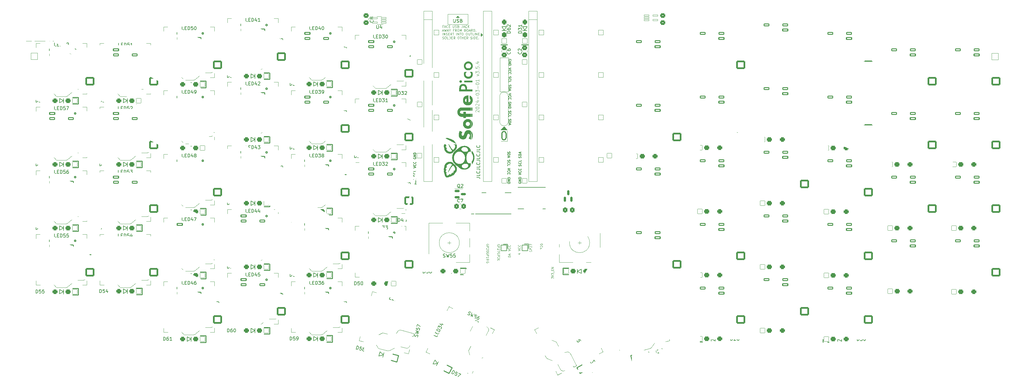
<source format=gto>
%TF.GenerationSoftware,KiCad,Pcbnew,7.0.10*%
%TF.CreationDate,2024-03-01T16:46:11-05:00*%
%TF.ProjectId,Sofle_Chico_Panel,536f666c-655f-4436-9869-636f5f50616e,v3.5.4*%
%TF.SameCoordinates,Original*%
%TF.FileFunction,Legend,Top*%
%TF.FilePolarity,Positive*%
%FSLAX46Y46*%
G04 Gerber Fmt 4.6, Leading zero omitted, Abs format (unit mm)*
G04 Created by KiCad (PCBNEW 7.0.10) date 2024-03-01 16:46:11*
%MOMM*%
%LPD*%
G01*
G04 APERTURE LIST*
G04 Aperture macros list*
%AMRoundRect*
0 Rectangle with rounded corners*
0 $1 Rounding radius*
0 $2 $3 $4 $5 $6 $7 $8 $9 X,Y pos of 4 corners*
0 Add a 4 corners polygon primitive as box body*
4,1,4,$2,$3,$4,$5,$6,$7,$8,$9,$2,$3,0*
0 Add four circle primitives for the rounded corners*
1,1,$1+$1,$2,$3*
1,1,$1+$1,$4,$5*
1,1,$1+$1,$6,$7*
1,1,$1+$1,$8,$9*
0 Add four rect primitives between the rounded corners*
20,1,$1+$1,$2,$3,$4,$5,0*
20,1,$1+$1,$4,$5,$6,$7,0*
20,1,$1+$1,$6,$7,$8,$9,0*
20,1,$1+$1,$8,$9,$2,$3,0*%
%AMFreePoly0*
4,1,75,1.330900,1.445106,1.330902,1.445106,1.389681,1.426008,1.389684,1.426005,1.399134,1.419137,1.439679,1.389683,1.439683,1.389677,1.448317,1.377791,1.476006,1.339685,1.476009,1.339677,1.480903,1.324613,1.495106,1.280906,1.495106,1.280902,1.500000,1.250000,1.500000,-0.300000,1.495106,-0.330902,1.476008,-0.389681,1.476005,-0.389684,1.466695,-0.402497,1.439683,-0.439679,
1.439677,-0.439683,1.426863,-0.448992,1.389685,-0.476006,1.389677,-0.476009,1.374613,-0.480903,1.374612,-0.480902,1.330906,-0.495106,1.330900,-0.495106,1.300000,-0.500000,0.786025,-0.500000,-0.054810,-1.387548,-0.079615,-1.406615,-0.087890,-1.411117,-0.088437,-1.410109,-0.110321,-1.426008,-0.122580,-1.429991,-0.133902,-1.436151,-0.160488,-1.441102,-0.160134,-1.442192,-0.169095,-1.445104,
-0.200000,-1.450000,-1.250000,-1.450000,-1.280900,-1.445106,-1.280902,-1.445106,-1.339681,-1.426008,-1.339684,-1.426005,-1.349134,-1.419137,-1.389679,-1.389683,-1.389683,-1.389677,-1.398992,-1.376863,-1.426006,-1.339685,-1.426009,-1.339677,-1.430903,-1.324613,-1.430902,-1.324612,-1.445106,-1.280906,-1.445106,-1.280902,-1.450000,-1.250000,-1.450000,1.250000,-1.445106,1.280902,-1.440212,1.295964,
-1.426008,1.339681,-1.426005,1.339684,-1.416695,1.352497,-1.389683,1.389679,-1.389677,1.389683,-1.376863,1.398992,-1.339685,1.426006,-1.339677,1.426009,-1.324613,1.430903,-1.324612,1.430902,-1.280906,1.445106,-1.280900,1.445106,-1.250000,1.450000,1.300000,1.450000,1.330900,1.445106,1.330900,1.445106,$1*%
%AMFreePoly1*
4,1,35,0.686755,0.459039,0.733825,0.449676,0.751849,0.442210,0.791753,0.415547,0.805547,0.401753,0.832210,0.361849,0.839676,0.343825,0.849039,0.296755,0.850000,0.287000,0.850000,-0.287000,0.849039,-0.296755,0.839676,-0.343825,0.832210,-0.361849,0.805547,-0.401753,0.791753,-0.415547,0.751849,-0.442210,0.733825,-0.449676,0.686755,-0.459039,0.677000,-0.460000,-0.472000,-0.460000,
-0.507355,-0.445355,-0.835355,-0.117355,-0.850000,-0.082000,-0.850000,0.287000,-0.849039,0.296755,-0.839676,0.343825,-0.832210,0.361849,-0.805547,0.401753,-0.791753,0.415547,-0.751849,0.442210,-0.733825,0.449676,-0.686755,0.459039,-0.677000,0.460000,0.677000,0.460000,0.686755,0.459039,0.686755,0.459039,$1*%
%AMFreePoly2*
4,1,39,0.560355,0.785355,0.785355,0.560355,0.800000,0.525000,0.800000,-0.525000,0.785355,-0.560355,0.560355,-0.785355,0.525000,-0.800000,0.000000,-0.800000,-0.005082,-0.799741,-0.156745,-0.784246,-0.167390,-0.781967,-0.332691,-0.727193,-0.343213,-0.722287,-0.491426,-0.630868,-0.500532,-0.623667,-0.623667,-0.500532,-0.630868,-0.491426,-0.722287,-0.343213,-0.727193,-0.332691,-0.781967,-0.167390,
-0.784246,-0.156745,-0.799741,-0.005082,-0.799741,0.005082,-0.784246,0.156745,-0.781967,0.167390,-0.727193,0.332691,-0.722287,0.343213,-0.630868,0.491426,-0.623667,0.500532,-0.500532,0.623667,-0.491426,0.630868,-0.343213,0.722287,-0.332691,0.727193,-0.167390,0.781967,-0.156745,0.784246,-0.005082,0.799741,0.000000,0.800000,0.525000,0.800000,0.560355,0.785355,0.560355,0.785355,
$1*%
%AMFreePoly3*
4,1,14,0.535355,0.785355,0.550000,0.750000,0.550000,-0.750000,0.535355,-0.785355,0.500000,-0.800000,0.250000,-0.800000,0.214645,-0.785355,-0.535355,-0.035355,-0.550000,0.000000,-0.535355,0.035355,0.214645,0.785355,0.250000,0.800000,0.500000,0.800000,0.535355,0.785355,0.535355,0.785355,$1*%
%AMFreePoly4*
4,1,16,1.025355,0.785355,1.040000,0.750000,1.025355,0.714645,0.310710,0.000000,1.025355,-0.714645,1.040000,-0.750000,1.025355,-0.785355,0.990000,-0.800000,-0.260000,-0.800000,-0.295355,-0.785355,-0.310000,-0.750000,-0.310000,0.750000,-0.295355,0.785355,-0.260000,0.800000,0.990000,0.800000,1.025355,0.785355,1.025355,0.785355,$1*%
%AMFreePoly5*
4,1,39,0.005082,0.799741,0.156745,0.784246,0.167390,0.781967,0.332691,0.727193,0.343213,0.722287,0.491426,0.630868,0.500532,0.623667,0.623667,0.500532,0.630868,0.491426,0.722287,0.343213,0.727193,0.332691,0.781967,0.167390,0.784246,0.156745,0.799741,0.005082,0.799741,-0.005082,0.784246,-0.156745,0.781967,-0.167390,0.727193,-0.332691,0.722287,-0.343213,0.630868,-0.491426,
0.623667,-0.500532,0.500532,-0.623667,0.491426,-0.630868,0.343213,-0.722287,0.332691,-0.727193,0.167390,-0.781967,0.156745,-0.784246,0.005082,-0.799741,0.000000,-0.800000,-0.600000,-0.800000,-0.635355,-0.785355,-0.785355,-0.635355,-0.800000,-0.600000,-0.800000,0.600000,-0.785355,0.635355,-0.635355,0.785355,-0.600000,0.800000,0.000000,0.800000,0.005082,0.799741,0.005082,0.799741,
$1*%
%AMFreePoly6*
4,1,56,0.118133,1.292104,0.126817,1.290741,0.305186,1.246382,0.315334,1.242654,0.479998,1.160989,0.489108,1.155166,0.632366,1.040012,0.640012,1.032366,0.755166,0.889108,0.760989,0.879998,0.842654,0.715334,0.846382,0.705186,0.890741,0.526817,0.892104,0.518133,0.899885,0.403383,0.900000,0.400000,0.900000,-0.400000,0.899885,-0.403383,0.892104,-0.518133,0.890741,-0.526817,
0.846382,-0.705186,0.842654,-0.715334,0.760989,-0.879998,0.755166,-0.889108,0.640012,-1.032366,0.632366,-1.040012,0.489108,-1.155166,0.479998,-1.160989,0.315334,-1.242654,0.305186,-1.246382,0.126817,-1.290741,0.118133,-1.292104,0.003383,-1.299885,-0.032882,-1.287666,-0.035355,-1.285355,-0.885355,-0.435355,-0.900000,-0.400000,-0.900000,0.400000,-0.899885,0.403383,-0.892104,0.518133,
-0.890741,0.526817,-0.846382,0.705186,-0.842654,0.715334,-0.760989,0.879998,-0.755166,0.889108,-0.640012,1.032366,-0.632366,1.040012,-0.489108,1.155166,-0.479998,1.160989,-0.315334,1.242654,-0.305186,1.246382,-0.126817,1.290741,-0.118133,1.292104,-0.003383,1.299885,0.003383,1.299885,0.118133,1.292104,0.118133,1.292104,$1*%
%AMFreePoly7*
4,1,56,0.003383,1.299885,0.118133,1.292104,0.126817,1.290741,0.305186,1.246382,0.315334,1.242654,0.479998,1.160989,0.489108,1.155166,0.632366,1.040012,0.640012,1.032366,0.755166,0.889108,0.760989,0.879998,0.842654,0.715334,0.846382,0.705186,0.890741,0.526817,0.892104,0.518133,0.899885,0.403383,0.900000,0.400000,0.900000,-0.400000,0.899885,-0.403383,0.892104,-0.518133,
0.890741,-0.526817,0.846382,-0.705186,0.842654,-0.715334,0.760989,-0.879998,0.755166,-0.889108,0.640012,-1.032366,0.632366,-1.040012,0.489108,-1.155166,0.479998,-1.160989,0.315334,-1.242654,0.305186,-1.246382,0.126817,-1.290741,0.118133,-1.292104,0.003383,-1.299885,-0.003383,-1.299885,-0.118133,-1.292104,-0.126817,-1.290741,-0.305186,-1.246382,-0.315334,-1.242654,-0.479998,-1.160989,
-0.489108,-1.155166,-0.632366,-1.040012,-0.640012,-1.032366,-0.755166,-0.889108,-0.760989,-0.879998,-0.842654,-0.715334,-0.846382,-0.705186,-0.890741,-0.526817,-0.892104,-0.518133,-0.899885,-0.403383,-0.900000,-0.400000,-0.900000,0.400000,-0.885355,0.435355,-0.035355,1.285355,0.000000,1.300000,0.003383,1.299885,0.003383,1.299885,$1*%
%AMFreePoly8*
4,1,14,-0.214645,0.785355,0.535355,0.035355,0.550000,0.000000,0.535355,-0.035355,-0.214645,-0.785355,-0.250000,-0.800000,-0.500000,-0.800000,-0.535355,-0.785355,-0.550000,-0.750000,-0.550000,0.750000,-0.535355,0.785355,-0.500000,0.800000,-0.250000,0.800000,-0.214645,0.785355,-0.214645,0.785355,$1*%
%AMFreePoly9*
4,1,16,0.295355,0.785355,0.310000,0.750000,0.310000,-0.750000,0.295355,-0.785355,0.260000,-0.800000,-0.990000,-0.800000,-1.025355,-0.785355,-1.040000,-0.750000,-1.025355,-0.714645,-0.310710,0.000000,-1.025355,0.714645,-1.040000,0.750000,-1.025355,0.785355,-0.990000,0.800000,0.260000,0.800000,0.295355,0.785355,0.295355,0.785355,$1*%
G04 Aperture macros list end*
%ADD10C,0.300000*%
%ADD11C,0.150000*%
%ADD12C,0.100000*%
%ADD13C,0.125000*%
%ADD14C,0.250000*%
%ADD15C,0.200000*%
%ADD16C,0.120000*%
%ADD17C,0.022764*%
%ADD18C,0.022619*%
%ADD19RoundRect,0.050000X-0.700000X-0.700000X0.700000X-0.700000X0.700000X0.700000X-0.700000X0.700000X0*%
%ADD20RoundRect,0.325000X-0.475000X-0.325000X0.475000X-0.325000X0.475000X0.325000X-0.475000X0.325000X0*%
%ADD21RoundRect,0.325000X-0.425000X-0.325000X0.425000X-0.325000X0.425000X0.325000X-0.425000X0.325000X0*%
%ADD22C,1.500000*%
%ADD23RoundRect,0.050000X-0.305911X-0.941498X0.941498X-0.305911X0.305911X0.941498X-0.941498X0.305911X0*%
%ADD24RoundRect,0.325000X-0.275681X-0.505223X0.570775X-0.073932X0.275681X0.505223X-0.570775X0.073932X0*%
%ADD25RoundRect,0.325000X-0.231131X-0.482523X0.526225X-0.096631X0.231131X0.482523X-0.526225X0.096631X0*%
%ADD26C,2.000000*%
%ADD27C,3.150000*%
%ADD28C,3.400000*%
%ADD29FreePoly0,180.000000*%
%ADD30RoundRect,0.260000X1.065000X1.040000X-1.065000X1.040000X-1.065000X-1.040000X1.065000X-1.040000X0*%
%ADD31FreePoly0,117.000000*%
%ADD32RoundRect,0.260000X1.410147X-0.476772X0.443147X1.421072X-1.410147X0.476772X-0.443147X-1.421072X0*%
%ADD33FreePoly0,195.000000*%
%ADD34RoundRect,0.260000X0.759539X1.280205X-1.297883X0.728921X-0.759539X-1.280205X1.297883X-0.728921X0*%
%ADD35C,4.800000*%
%ADD36RoundRect,0.050000X-0.494975X-0.857321X0.857321X-0.494975X0.494975X0.857321X-0.857321X0.494975X0*%
%ADD37RoundRect,0.325000X-0.374699X-0.436865X0.542931X-0.190987X0.374699X0.436865X-0.542931X0.190987X0*%
%ADD38RoundRect,0.325000X-0.326402X-0.423924X0.494635X-0.203928X0.326402X0.423924X-0.494635X0.203928X0*%
%ADD39FreePoly1,180.000000*%
%ADD40RoundRect,0.138000X-0.712000X-0.322000X0.712000X-0.322000X0.712000X0.322000X-0.712000X0.322000X0*%
%ADD41RoundRect,0.138000X0.712000X0.322000X-0.712000X0.322000X-0.712000X-0.322000X0.712000X-0.322000X0*%
%ADD42RoundRect,0.138000X0.762000X0.322000X-0.762000X0.322000X-0.762000X-0.322000X0.762000X-0.322000X0*%
%ADD43FreePoly1,0.000000*%
%ADD44RoundRect,0.138000X-0.762000X-0.322000X0.762000X-0.322000X0.762000X0.322000X-0.762000X0.322000X0*%
%ADD45RoundRect,0.050000X0.700000X0.700000X-0.700000X0.700000X-0.700000X-0.700000X0.700000X-0.700000X0*%
%ADD46RoundRect,0.325000X0.475000X0.325000X-0.475000X0.325000X-0.475000X-0.325000X0.475000X-0.325000X0*%
%ADD47RoundRect,0.325000X0.425000X0.325000X-0.425000X0.325000X-0.425000X-0.325000X0.425000X-0.325000X0*%
%ADD48FreePoly2,90.000000*%
%ADD49FreePoly3,270.000000*%
%ADD50FreePoly4,270.000000*%
%ADD51FreePoly5,90.000000*%
%ADD52FreePoly1,15.000000*%
%ADD53RoundRect,0.138000X0.604399X0.495307X-0.771079X0.126749X-0.604399X-0.495307X0.771079X-0.126749X0*%
%ADD54RoundRect,0.138000X-0.604399X-0.495307X0.771079X-0.126749X0.604399X0.495307X-0.771079X0.126749X0*%
%ADD55RoundRect,0.138000X-0.652696X-0.508248X0.819375X-0.113808X0.652696X0.508248X-0.819375X0.113808X0*%
%ADD56C,1.497000*%
%ADD57RoundRect,0.050000X0.698500X-0.698500X0.698500X0.698500X-0.698500X0.698500X-0.698500X-0.698500X0*%
%ADD58FreePoly1,297.000000*%
%ADD59RoundRect,0.138000X0.610145X-0.488212X-0.036337X0.780582X-0.610145X0.488212X0.036337X-0.780582X0*%
%ADD60RoundRect,0.138000X-0.610145X0.488212X0.036337X-0.780582X0.610145X-0.488212X-0.036337X0.780582X0*%
%ADD61RoundRect,0.138000X-0.632845X0.532762X0.059037X-0.825132X0.632845X-0.532762X-0.059037X0.825132X0*%
%ADD62RoundRect,0.050000X0.750000X-0.750000X0.750000X0.750000X-0.750000X0.750000X-0.750000X-0.750000X0*%
%ADD63RoundRect,0.325000X0.325000X-0.475000X0.325000X0.475000X-0.325000X0.475000X-0.325000X-0.475000X0*%
%ADD64RoundRect,0.325000X0.325000X-0.425000X0.325000X0.425000X-0.325000X0.425000X-0.325000X-0.425000X0*%
%ADD65O,1.600000X1.600000*%
%ADD66RoundRect,0.271277X-0.503723X0.366223X-0.503723X-0.366223X0.503723X-0.366223X0.503723X0.366223X0*%
%ADD67C,1.448000*%
%ADD68RoundRect,0.050000X0.750000X0.200000X-0.750000X0.200000X-0.750000X-0.200000X0.750000X-0.200000X0*%
%ADD69FreePoly2,180.000000*%
%ADD70FreePoly3,0.000000*%
%ADD71FreePoly4,0.000000*%
%ADD72FreePoly5,180.000000*%
%ADD73RoundRect,0.050000X-0.698500X0.698500X-0.698500X-0.698500X0.698500X-0.698500X0.698500X0.698500X0*%
%ADD74RoundRect,0.050000X-1.000000X-1.000000X1.000000X-1.000000X1.000000X1.000000X-1.000000X1.000000X0*%
%ADD75C,4.500000*%
%ADD76FreePoly0,243.000000*%
%ADD77RoundRect,0.260000X-0.443147X1.421072X-1.410147X-0.476772X0.443147X-1.421072X1.410147X0.476772X0*%
%ADD78FreePoly1,165.000000*%
%ADD79RoundRect,0.138000X-0.771079X-0.126749X0.604399X-0.495307X0.771079X0.126749X-0.604399X0.495307X0*%
%ADD80RoundRect,0.138000X0.771079X0.126749X-0.604399X0.495307X-0.771079X-0.126749X0.604399X-0.495307X0*%
%ADD81RoundRect,0.138000X0.819375X0.113808X-0.652696X0.508248X-0.819375X-0.113808X0.652696X-0.508248X0*%
%ADD82FreePoly1,243.000000*%
%ADD83RoundRect,0.138000X-0.036337X-0.780582X0.610145X0.488212X0.036337X0.780582X-0.610145X-0.488212X0*%
%ADD84RoundRect,0.138000X0.036337X0.780582X-0.610145X-0.488212X-0.036337X-0.780582X0.610145X0.488212X0*%
%ADD85RoundRect,0.138000X0.059037X0.825132X-0.632845X-0.532762X-0.059037X-0.825132X0.632845X0.532762X0*%
%ADD86C,0.900000*%
%ADD87RoundRect,0.050000X-0.750000X-0.200000X0.750000X-0.200000X0.750000X0.200000X-0.750000X0.200000X0*%
%ADD88RoundRect,0.271277X0.366223X0.503723X-0.366223X0.503723X-0.366223X-0.503723X0.366223X-0.503723X0*%
%ADD89RoundRect,0.271277X0.503723X-0.366223X0.503723X0.366223X-0.503723X0.366223X-0.503723X-0.366223X0*%
%ADD90FreePoly2,0.000000*%
%ADD91FreePoly3,180.000000*%
%ADD92FreePoly4,180.000000*%
%ADD93FreePoly5,0.000000*%
%ADD94RoundRect,0.050000X0.941498X0.305911X-0.305911X0.941498X-0.941498X-0.305911X0.305911X-0.941498X0*%
%ADD95RoundRect,0.325000X0.570775X0.073932X-0.275681X0.505223X-0.570775X-0.073932X0.275681X-0.505223X0*%
%ADD96RoundRect,0.325000X0.526225X0.096631X-0.231131X0.482523X-0.526225X-0.096631X0.231131X-0.482523X0*%
%ADD97RoundRect,0.175000X0.175000X-0.612500X0.175000X0.612500X-0.175000X0.612500X-0.175000X-0.612500X0*%
%ADD98RoundRect,0.175000X-0.612500X-0.175000X0.612500X-0.175000X0.612500X0.175000X-0.612500X0.175000X0*%
%ADD99RoundRect,0.050000X0.857321X0.494975X-0.494975X0.857321X-0.857321X-0.494975X0.494975X-0.857321X0*%
%ADD100RoundRect,0.325000X0.542931X0.190987X-0.374699X0.436865X-0.542931X-0.190987X0.374699X-0.436865X0*%
%ADD101RoundRect,0.325000X0.494635X0.203928X-0.326402X0.423924X-0.494635X-0.203928X0.326402X-0.423924X0*%
%ADD102RoundRect,0.271277X-0.366223X-0.503723X0.366223X-0.503723X0.366223X0.503723X-0.366223X0.503723X0*%
%ADD103FreePoly0,165.000000*%
%ADD104RoundRect,0.260000X1.297883X0.728921X-0.759539X1.280205X-1.297883X-0.728921X0.759539X-1.280205X0*%
%ADD105C,1.300000*%
%ADD106FreePoly6,270.000000*%
%ADD107FreePoly7,270.000000*%
%ADD108O,2.600000X1.800000*%
%ADD109C,1.100000*%
%ADD110RoundRect,0.050000X0.850000X0.850000X-0.850000X0.850000X-0.850000X-0.850000X0.850000X-0.850000X0*%
%ADD111O,1.800000X1.800000*%
%ADD112C,1.800000*%
%ADD113FreePoly8,90.000000*%
%ADD114FreePoly9,90.000000*%
%ADD115FreePoly6,90.000000*%
%ADD116FreePoly7,90.000000*%
%ADD117C,1.600000*%
%ADD118RoundRect,0.050000X0.750000X0.750000X-0.750000X0.750000X-0.750000X-0.750000X0.750000X-0.750000X0*%
%ADD119RoundRect,0.050000X1.000000X1.000000X-1.000000X1.000000X-1.000000X-1.000000X1.000000X-1.000000X0*%
%ADD120O,2.900000X1.600000*%
%ADD121C,2.100000*%
G04 APERTURE END LIST*
D10*
X147083307Y-87195935D02*
X147083307Y-85945935D01*
D11*
X147777500Y-62845135D02*
X147767500Y-62845135D01*
X146897500Y-61975135D01*
X148697500Y-61975135D01*
X147777500Y-62845135D01*
G36*
X147777500Y-62845135D02*
G01*
X147767500Y-62845135D01*
X146897500Y-61975135D01*
X148697500Y-61975135D01*
X147777500Y-62845135D01*
G37*
D10*
X116996693Y-87080935D02*
X116996692Y-85830935D01*
X115728307Y-87080934D02*
G75*
G03*
X116996693Y-87080935I634193J34D01*
G01*
D12*
X146897500Y-88220135D02*
X148757500Y-88220135D01*
D11*
X148687500Y-84810135D02*
X146887500Y-84810135D01*
X147807500Y-83940135D01*
X147817500Y-83940135D01*
X148687500Y-84810135D01*
G36*
X148687500Y-84810135D02*
G01*
X146887500Y-84810135D01*
X147807500Y-83940135D01*
X147817500Y-83940135D01*
X148687500Y-84810135D01*
G37*
D10*
X148351693Y-87195935D02*
X148351693Y-85945935D01*
D12*
X117402500Y-88105135D02*
X117402500Y-85015135D01*
D10*
X115728307Y-87080934D02*
X115728307Y-85830935D01*
D12*
X115542500Y-88105135D02*
X117402500Y-88105135D01*
D10*
X148456693Y-60848528D02*
G75*
G03*
X147188307Y-60848528I-634193J7D01*
G01*
X147083307Y-87195935D02*
G75*
G03*
X148351693Y-87195935I634193J-7D01*
G01*
D12*
X148757500Y-88220135D02*
X148757500Y-85130135D01*
D10*
X147188307Y-60848528D02*
G75*
G03*
X148456693Y-60848528I634193J7D01*
G01*
D11*
X117332500Y-84695135D02*
X115532501Y-84695135D01*
X116452500Y-83825135D01*
X116462500Y-83825135D01*
X117332500Y-84695135D01*
G36*
X117332500Y-84695135D02*
G01*
X115532501Y-84695135D01*
X116452500Y-83825135D01*
X116462500Y-83825135D01*
X117332500Y-84695135D01*
G37*
D12*
X148918307Y-59708528D02*
X148918307Y-61628528D01*
D10*
X116996693Y-85830935D02*
G75*
G03*
X115728307Y-85830935I-634193J-7D01*
G01*
D12*
X148918307Y-59708528D02*
X147058307Y-59708528D01*
D10*
X148351693Y-85945935D02*
G75*
G03*
X147083307Y-85945935I-634193J-7D01*
G01*
D12*
X111770942Y-121759421D02*
X111802371Y-121696564D01*
X111802371Y-121696564D02*
X111802371Y-121602278D01*
X111802371Y-121602278D02*
X111770942Y-121507992D01*
X111770942Y-121507992D02*
X111708085Y-121445135D01*
X111708085Y-121445135D02*
X111645228Y-121413706D01*
X111645228Y-121413706D02*
X111519514Y-121382278D01*
X111519514Y-121382278D02*
X111425228Y-121382278D01*
X111425228Y-121382278D02*
X111299514Y-121413706D01*
X111299514Y-121413706D02*
X111236657Y-121445135D01*
X111236657Y-121445135D02*
X111173800Y-121507992D01*
X111173800Y-121507992D02*
X111142371Y-121602278D01*
X111142371Y-121602278D02*
X111142371Y-121665135D01*
X111142371Y-121665135D02*
X111173800Y-121759421D01*
X111173800Y-121759421D02*
X111205228Y-121790849D01*
X111205228Y-121790849D02*
X111425228Y-121790849D01*
X111425228Y-121790849D02*
X111425228Y-121665135D01*
X111142371Y-122073706D02*
X111802371Y-122073706D01*
X111802371Y-122073706D02*
X111802371Y-122325135D01*
X111802371Y-122325135D02*
X111770942Y-122387992D01*
X111770942Y-122387992D02*
X111739514Y-122419421D01*
X111739514Y-122419421D02*
X111676657Y-122450849D01*
X111676657Y-122450849D02*
X111582371Y-122450849D01*
X111582371Y-122450849D02*
X111519514Y-122419421D01*
X111519514Y-122419421D02*
X111488085Y-122387992D01*
X111488085Y-122387992D02*
X111456657Y-122325135D01*
X111456657Y-122325135D02*
X111456657Y-122073706D01*
X111142371Y-123079421D02*
X111142371Y-122702278D01*
X111142371Y-122890849D02*
X111802371Y-122890849D01*
X111802371Y-122890849D02*
X111708085Y-122827992D01*
X111708085Y-122827992D02*
X111645228Y-122765135D01*
X111645228Y-122765135D02*
X111613800Y-122702278D01*
X111142371Y-123393706D02*
X111142371Y-123519420D01*
X111142371Y-123519420D02*
X111173800Y-123582277D01*
X111173800Y-123582277D02*
X111205228Y-123613706D01*
X111205228Y-123613706D02*
X111299514Y-123676563D01*
X111299514Y-123676563D02*
X111425228Y-123707992D01*
X111425228Y-123707992D02*
X111676657Y-123707992D01*
X111676657Y-123707992D02*
X111739514Y-123676563D01*
X111739514Y-123676563D02*
X111770942Y-123645135D01*
X111770942Y-123645135D02*
X111802371Y-123582277D01*
X111802371Y-123582277D02*
X111802371Y-123456563D01*
X111802371Y-123456563D02*
X111770942Y-123393706D01*
X111770942Y-123393706D02*
X111739514Y-123362277D01*
X111739514Y-123362277D02*
X111676657Y-123330849D01*
X111676657Y-123330849D02*
X111519514Y-123330849D01*
X111519514Y-123330849D02*
X111456657Y-123362277D01*
X111456657Y-123362277D02*
X111425228Y-123393706D01*
X111425228Y-123393706D02*
X111393800Y-123456563D01*
X111393800Y-123456563D02*
X111393800Y-123582277D01*
X111393800Y-123582277D02*
X111425228Y-123645135D01*
X111425228Y-123645135D02*
X111456657Y-123676563D01*
X111456657Y-123676563D02*
X111519514Y-123707992D01*
D13*
X236256320Y-140349707D02*
X236355792Y-140351508D01*
X236355792Y-140351508D02*
X236501221Y-140298577D01*
X236501221Y-140298577D02*
X236547177Y-140243844D01*
X236547177Y-140243844D02*
X236564048Y-140199697D01*
X236564048Y-140199697D02*
X236568704Y-140121990D01*
X236568704Y-140121990D02*
X236544274Y-140054869D01*
X236544274Y-140054869D02*
X236490758Y-139998334D01*
X236490758Y-139998334D02*
X236449457Y-139975360D01*
X236449457Y-139975360D02*
X236379071Y-139962972D01*
X236379071Y-139962972D02*
X236250513Y-139971757D01*
X236250513Y-139971757D02*
X236180127Y-139959369D01*
X236180127Y-139959369D02*
X236138826Y-139936395D01*
X236138826Y-139936395D02*
X236085310Y-139879861D01*
X236085310Y-139879861D02*
X236060880Y-139812740D01*
X236060880Y-139812740D02*
X236065536Y-139735033D01*
X236065536Y-139735033D02*
X236082407Y-139690886D01*
X236082407Y-139690886D02*
X236128363Y-139636153D01*
X236128363Y-139636153D02*
X236273792Y-139583221D01*
X236273792Y-139583221D02*
X236373264Y-139585022D01*
X236966593Y-140129195D02*
X236896207Y-140116807D01*
X236896207Y-140116807D02*
X236854906Y-140093833D01*
X236854906Y-140093833D02*
X236801390Y-140037299D01*
X236801390Y-140037299D02*
X236728100Y-139835936D01*
X236728100Y-139835936D02*
X236732756Y-139758229D01*
X236732756Y-139758229D02*
X236749626Y-139714082D01*
X236749626Y-139714082D02*
X236795583Y-139659349D01*
X236795583Y-139659349D02*
X236882840Y-139627590D01*
X236882840Y-139627590D02*
X236953227Y-139639978D01*
X236953227Y-139639978D02*
X236994527Y-139662952D01*
X236994527Y-139662952D02*
X237048043Y-139719486D01*
X237048043Y-139719486D02*
X237121333Y-139920849D01*
X237121333Y-139920849D02*
X237116677Y-139998556D01*
X237116677Y-139998556D02*
X237099807Y-140042703D01*
X237099807Y-140042703D02*
X237053850Y-140097436D01*
X237053850Y-140097436D02*
X236966593Y-140129195D01*
X237173697Y-139521727D02*
X237406383Y-139437036D01*
X237431964Y-139959814D02*
X237212094Y-139355726D01*
X237212094Y-139355726D02*
X237216750Y-139278019D01*
X237216750Y-139278019D02*
X237262706Y-139223285D01*
X237262706Y-139223285D02*
X237320878Y-139202113D01*
X237868251Y-139801019D02*
X237797864Y-139788631D01*
X237797864Y-139788631D02*
X237744348Y-139732096D01*
X237744348Y-139732096D02*
X237524478Y-139128008D01*
X238321407Y-139598077D02*
X238275451Y-139652810D01*
X238275451Y-139652810D02*
X238159108Y-139695155D01*
X238159108Y-139695155D02*
X238088721Y-139682768D01*
X238088721Y-139682768D02*
X238035205Y-139626233D01*
X238035205Y-139626233D02*
X237937485Y-139357749D01*
X237937485Y-139357749D02*
X237942141Y-139280042D01*
X237942141Y-139280042D02*
X237988098Y-139225309D01*
X237988098Y-139225309D02*
X238104441Y-139182964D01*
X238104441Y-139182964D02*
X238174827Y-139195351D01*
X238174827Y-139195351D02*
X238228343Y-139251886D01*
X238228343Y-139251886D02*
X238252773Y-139319007D01*
X238252773Y-139319007D02*
X237986345Y-139491991D01*
X238526759Y-139257290D02*
X238992131Y-139087909D01*
X239380708Y-139250529D02*
X239124193Y-138545760D01*
X239124193Y-138545760D02*
X239356879Y-138461069D01*
X239356879Y-138461069D02*
X239427265Y-138473457D01*
X239427265Y-138473457D02*
X239468566Y-138496431D01*
X239468566Y-138496431D02*
X239522082Y-138552965D01*
X239522082Y-138552965D02*
X239558727Y-138653647D01*
X239558727Y-138653647D02*
X239554071Y-138731354D01*
X239554071Y-138731354D02*
X239537200Y-138775501D01*
X239537200Y-138775501D02*
X239491244Y-138830234D01*
X239491244Y-138830234D02*
X239258558Y-138914925D01*
X239991509Y-139028216D02*
X239820498Y-138558370D01*
X239734993Y-138323447D02*
X239718123Y-138367593D01*
X239718123Y-138367593D02*
X239759423Y-138390567D01*
X239759423Y-138390567D02*
X239776294Y-138346421D01*
X239776294Y-138346421D02*
X239734993Y-138323447D01*
X239734993Y-138323447D02*
X239759423Y-138390567D01*
X240531922Y-138793515D02*
X240485966Y-138848248D01*
X240485966Y-138848248D02*
X240369623Y-138890594D01*
X240369623Y-138890594D02*
X240299237Y-138878206D01*
X240299237Y-138878206D02*
X240257936Y-138855232D01*
X240257936Y-138855232D02*
X240204420Y-138798697D01*
X240204420Y-138798697D02*
X240131130Y-138597334D01*
X240131130Y-138597334D02*
X240135786Y-138519627D01*
X240135786Y-138519627D02*
X240152657Y-138475480D01*
X240152657Y-138475480D02*
X240198613Y-138420747D01*
X240198613Y-138420747D02*
X240314956Y-138378402D01*
X240314956Y-138378402D02*
X240385342Y-138390790D01*
X240893166Y-138700039D02*
X240822780Y-138687652D01*
X240822780Y-138687652D02*
X240781479Y-138664678D01*
X240781479Y-138664678D02*
X240727963Y-138608143D01*
X240727963Y-138608143D02*
X240654673Y-138406780D01*
X240654673Y-138406780D02*
X240659329Y-138329073D01*
X240659329Y-138329073D02*
X240676200Y-138284926D01*
X240676200Y-138284926D02*
X240722156Y-138230193D01*
X240722156Y-138230193D02*
X240809413Y-138198434D01*
X240809413Y-138198434D02*
X240879800Y-138210822D01*
X240879800Y-138210822D02*
X240921101Y-138233796D01*
X240921101Y-138233796D02*
X240974616Y-138290331D01*
X240974616Y-138290331D02*
X241047906Y-138491693D01*
X241047906Y-138491693D02*
X241043251Y-138569400D01*
X241043251Y-138569400D02*
X241026380Y-138613547D01*
X241026380Y-138613547D02*
X240980423Y-138668280D01*
X240980423Y-138668280D02*
X240893166Y-138700039D01*
X241260818Y-138262174D02*
X241726189Y-138092793D01*
X242439365Y-138061256D02*
X242422495Y-138105403D01*
X242422495Y-138105403D02*
X242347452Y-138170723D01*
X242347452Y-138170723D02*
X242289281Y-138191895D01*
X242289281Y-138191895D02*
X242189809Y-138190094D01*
X242189809Y-138190094D02*
X242107207Y-138144146D01*
X242107207Y-138144146D02*
X242053692Y-138087611D01*
X242053692Y-138087611D02*
X241975746Y-137963956D01*
X241975746Y-137963956D02*
X241939101Y-137863274D01*
X241939101Y-137863274D02*
X241919326Y-137718446D01*
X241919326Y-137718446D02*
X241923982Y-137640739D01*
X241923982Y-137640739D02*
X241957724Y-137552445D01*
X241957724Y-137552445D02*
X242032766Y-137487126D01*
X242032766Y-137487126D02*
X242090937Y-137465953D01*
X242090937Y-137465953D02*
X242190409Y-137467755D01*
X242190409Y-137467755D02*
X242231710Y-137490729D01*
X242725567Y-138033100D02*
X242469052Y-137328331D01*
X242987338Y-137937823D02*
X242852973Y-137568658D01*
X242852973Y-137568658D02*
X242799457Y-137512124D01*
X242799457Y-137512124D02*
X242729071Y-137499736D01*
X242729071Y-137499736D02*
X242641814Y-137531495D01*
X242641814Y-137531495D02*
X242595857Y-137586228D01*
X242595857Y-137586228D02*
X242578987Y-137630375D01*
X243365452Y-137800201D02*
X243295066Y-137787813D01*
X243295066Y-137787813D02*
X243253765Y-137764839D01*
X243253765Y-137764839D02*
X243200250Y-137708304D01*
X243200250Y-137708304D02*
X243126960Y-137506942D01*
X243126960Y-137506942D02*
X243131615Y-137429234D01*
X243131615Y-137429234D02*
X243148486Y-137385088D01*
X243148486Y-137385088D02*
X243194442Y-137330354D01*
X243194442Y-137330354D02*
X243281700Y-137298595D01*
X243281700Y-137298595D02*
X243352086Y-137310983D01*
X243352086Y-137310983D02*
X243393387Y-137333957D01*
X243393387Y-137333957D02*
X243446902Y-137390492D01*
X243446902Y-137390492D02*
X243520192Y-137591855D01*
X243520192Y-137591855D02*
X243515537Y-137669562D01*
X243515537Y-137669562D02*
X243498666Y-137713709D01*
X243498666Y-137713709D02*
X243452710Y-137768442D01*
X243452710Y-137768442D02*
X243365452Y-137800201D01*
X244080380Y-137501982D02*
X244034424Y-137556715D01*
X244034424Y-137556715D02*
X243918081Y-137599060D01*
X243918081Y-137599060D02*
X243847695Y-137586673D01*
X243847695Y-137586673D02*
X243806394Y-137563699D01*
X243806394Y-137563699D02*
X243752878Y-137507164D01*
X243752878Y-137507164D02*
X243679588Y-137305801D01*
X243679588Y-137305801D02*
X243684244Y-137228094D01*
X243684244Y-137228094D02*
X243701114Y-137183947D01*
X243701114Y-137183947D02*
X243747071Y-137129214D01*
X243747071Y-137129214D02*
X243863414Y-137086869D01*
X243863414Y-137086869D02*
X243933800Y-137099257D01*
X244722018Y-137002400D02*
X245187390Y-136833019D01*
X246041339Y-136826258D02*
X245784824Y-136121488D01*
X245784824Y-136121488D02*
X246390368Y-136699222D01*
X246390368Y-136699222D02*
X246133852Y-135994452D01*
X246901695Y-136475107D02*
X246855739Y-136529840D01*
X246855739Y-136529840D02*
X246739396Y-136572186D01*
X246739396Y-136572186D02*
X246669009Y-136559798D01*
X246669009Y-136559798D02*
X246615494Y-136503263D01*
X246615494Y-136503263D02*
X246517774Y-136234780D01*
X246517774Y-136234780D02*
X246522429Y-136157073D01*
X246522429Y-136157073D02*
X246568386Y-136102340D01*
X246568386Y-136102340D02*
X246684729Y-136059994D01*
X246684729Y-136059994D02*
X246755115Y-136072382D01*
X246755115Y-136072382D02*
X246808631Y-136128917D01*
X246808631Y-136128917D02*
X246833061Y-136196037D01*
X246833061Y-136196037D02*
X246566634Y-136369022D01*
X246946500Y-135964717D02*
X247179186Y-135880026D01*
X247204768Y-136402804D02*
X246984898Y-135798716D01*
X246984898Y-135798716D02*
X246989553Y-135721009D01*
X246989553Y-135721009D02*
X247035510Y-135666276D01*
X247035510Y-135666276D02*
X247093681Y-135645103D01*
X247295529Y-135837681D02*
X247528215Y-135752990D01*
X247553797Y-136275768D02*
X247333927Y-135671680D01*
X247333927Y-135671680D02*
X247338582Y-135593973D01*
X247338582Y-135593973D02*
X247384539Y-135539240D01*
X247384539Y-135539240D02*
X247442710Y-135518067D01*
X247805106Y-135880248D02*
X248270477Y-135710867D01*
X248135512Y-136064041D02*
X247940072Y-135527074D01*
X248344368Y-135189890D02*
X248746312Y-135841728D01*
X248746312Y-135841728D02*
X248679430Y-135295976D01*
X248679430Y-135295976D02*
X248978998Y-135757037D01*
X248978998Y-135757037D02*
X248867911Y-134999336D01*
X249577583Y-135501164D02*
X249531626Y-135555897D01*
X249531626Y-135555897D02*
X249415283Y-135598242D01*
X249415283Y-135598242D02*
X249344897Y-135585855D01*
X249344897Y-135585855D02*
X249291381Y-135529320D01*
X249291381Y-135529320D02*
X249193661Y-135260836D01*
X249193661Y-135260836D02*
X249198317Y-135183129D01*
X249198317Y-135183129D02*
X249244273Y-135128396D01*
X249244273Y-135128396D02*
X249360616Y-135086051D01*
X249360616Y-135086051D02*
X249431003Y-135098439D01*
X249431003Y-135098439D02*
X249484518Y-135154973D01*
X249484518Y-135154973D02*
X249508948Y-135222094D01*
X249508948Y-135222094D02*
X249242521Y-135395078D01*
X249880655Y-135428861D02*
X249709645Y-134959015D01*
X249758505Y-135093256D02*
X249763161Y-135015549D01*
X249763161Y-135015549D02*
X249780031Y-134971402D01*
X249780031Y-134971402D02*
X249825988Y-134916669D01*
X249825988Y-134916669D02*
X249884159Y-134895497D01*
X250346027Y-135259480D02*
X250275640Y-135247092D01*
X250275640Y-135247092D02*
X250222125Y-135190557D01*
X250222125Y-135190557D02*
X250002254Y-134586469D01*
X250799183Y-135056538D02*
X250753227Y-135111271D01*
X250753227Y-135111271D02*
X250636884Y-135153616D01*
X250636884Y-135153616D02*
X250566497Y-135141228D01*
X250566497Y-135141228D02*
X250512982Y-135084694D01*
X250512982Y-135084694D02*
X250415262Y-134816210D01*
X250415262Y-134816210D02*
X250419917Y-134738503D01*
X250419917Y-134738503D02*
X250465874Y-134683770D01*
X250465874Y-134683770D02*
X250582217Y-134641425D01*
X250582217Y-134641425D02*
X250652603Y-134653812D01*
X250652603Y-134653812D02*
X250706119Y-134710347D01*
X250706119Y-134710347D02*
X250730549Y-134777468D01*
X250730549Y-134777468D02*
X250464122Y-134950452D01*
X236710610Y-141507360D02*
X236454095Y-140802591D01*
X236972382Y-141412083D02*
X236838016Y-141042918D01*
X236838016Y-141042918D02*
X236784501Y-140986384D01*
X236784501Y-140986384D02*
X236714114Y-140973996D01*
X236714114Y-140973996D02*
X236626857Y-141005755D01*
X236626857Y-141005755D02*
X236580901Y-141060488D01*
X236580901Y-141060488D02*
X236564030Y-141104635D01*
X237004971Y-140868132D02*
X237237657Y-140783442D01*
X237006723Y-140601450D02*
X237226594Y-141205538D01*
X237226594Y-141205538D02*
X237280109Y-141262073D01*
X237280109Y-141262073D02*
X237350496Y-141274461D01*
X237350496Y-141274461D02*
X237408667Y-141253288D01*
X237354000Y-140741096D02*
X237586686Y-140656406D01*
X237355753Y-140474414D02*
X237575623Y-141078502D01*
X237575623Y-141078502D02*
X237629138Y-141135037D01*
X237629138Y-141135037D02*
X237699525Y-141147425D01*
X237699525Y-141147425D02*
X237757696Y-141126252D01*
X237790287Y-140582301D02*
X238046802Y-141287071D01*
X237802502Y-140615861D02*
X237848458Y-140561128D01*
X237848458Y-140561128D02*
X237964801Y-140518783D01*
X237964801Y-140518783D02*
X238035187Y-140531171D01*
X238035187Y-140531171D02*
X238076488Y-140554145D01*
X238076488Y-140554145D02*
X238130004Y-140610679D01*
X238130004Y-140610679D02*
X238203294Y-140812042D01*
X238203294Y-140812042D02*
X238198638Y-140889749D01*
X238198638Y-140889749D02*
X238181767Y-140933896D01*
X238181767Y-140933896D02*
X238135811Y-140988629D01*
X238135811Y-140988629D02*
X238019468Y-141030975D01*
X238019468Y-141030975D02*
X237949082Y-141018587D01*
X238472625Y-140828033D02*
X238543011Y-140840421D01*
X238543011Y-140840421D02*
X238659354Y-140798075D01*
X238659354Y-140798075D02*
X238705310Y-140743342D01*
X238705310Y-140743342D02*
X238709966Y-140665635D01*
X238709966Y-140665635D02*
X238697751Y-140632075D01*
X238697751Y-140632075D02*
X238644235Y-140575540D01*
X238644235Y-140575540D02*
X238573849Y-140563152D01*
X238573849Y-140563152D02*
X238486592Y-140594911D01*
X238486592Y-140594911D02*
X238416205Y-140582523D01*
X238416205Y-140582523D02*
X238362689Y-140525989D01*
X238362689Y-140525989D02*
X238350474Y-140492428D01*
X238350474Y-140492428D02*
X238355130Y-140414721D01*
X238355130Y-140414721D02*
X238401087Y-140359988D01*
X238401087Y-140359988D02*
X238488344Y-140328229D01*
X238488344Y-140328229D02*
X238558730Y-140340617D01*
X238983952Y-140603919D02*
X239025253Y-140626893D01*
X239025253Y-140626893D02*
X239008382Y-140671039D01*
X239008382Y-140671039D02*
X238967081Y-140648065D01*
X238967081Y-140648065D02*
X238983952Y-140603919D01*
X238983952Y-140603919D02*
X239008382Y-140671039D01*
X238849587Y-140234754D02*
X238890888Y-140257728D01*
X238890888Y-140257728D02*
X238874017Y-140301874D01*
X238874017Y-140301874D02*
X238832716Y-140278900D01*
X238832716Y-140278900D02*
X238849587Y-140234754D01*
X238849587Y-140234754D02*
X238874017Y-140301874D01*
X239466795Y-139668051D02*
X239273057Y-140764737D01*
X240106681Y-139435152D02*
X239912943Y-140531838D01*
X240537710Y-140076403D02*
X240608096Y-140088791D01*
X240608096Y-140088791D02*
X240724439Y-140046446D01*
X240724439Y-140046446D02*
X240770396Y-139991713D01*
X240770396Y-139991713D02*
X240775051Y-139914005D01*
X240775051Y-139914005D02*
X240762836Y-139880445D01*
X240762836Y-139880445D02*
X240709321Y-139823910D01*
X240709321Y-139823910D02*
X240638934Y-139811523D01*
X240638934Y-139811523D02*
X240551677Y-139843282D01*
X240551677Y-139843282D02*
X240481291Y-139830894D01*
X240481291Y-139830894D02*
X240427775Y-139774359D01*
X240427775Y-139774359D02*
X240415560Y-139740799D01*
X240415560Y-139740799D02*
X240420216Y-139663092D01*
X240420216Y-139663092D02*
X240466172Y-139608358D01*
X240466172Y-139608358D02*
X240553429Y-139576599D01*
X240553429Y-139576599D02*
X240623816Y-139588987D01*
X241160725Y-139887651D02*
X241090338Y-139875263D01*
X241090338Y-139875263D02*
X241049038Y-139852289D01*
X241049038Y-139852289D02*
X240995522Y-139795754D01*
X240995522Y-139795754D02*
X240922232Y-139594392D01*
X240922232Y-139594392D02*
X240926887Y-139516684D01*
X240926887Y-139516684D02*
X240943758Y-139472538D01*
X240943758Y-139472538D02*
X240989715Y-139417804D01*
X240989715Y-139417804D02*
X241076972Y-139386045D01*
X241076972Y-139386045D02*
X241147358Y-139398433D01*
X241147358Y-139398433D02*
X241188659Y-139421407D01*
X241188659Y-139421407D02*
X241242175Y-139477942D01*
X241242175Y-139477942D02*
X241315465Y-139679305D01*
X241315465Y-139679305D02*
X241310809Y-139757012D01*
X241310809Y-139757012D02*
X241293938Y-139801159D01*
X241293938Y-139801159D02*
X241247982Y-139855892D01*
X241247982Y-139855892D02*
X241160725Y-139887651D01*
X241367829Y-139280182D02*
X241600515Y-139195491D01*
X241626096Y-139718269D02*
X241406226Y-139114181D01*
X241406226Y-139114181D02*
X241410882Y-139036474D01*
X241410882Y-139036474D02*
X241456838Y-138981741D01*
X241456838Y-138981741D02*
X241515010Y-138960568D01*
X242062382Y-139559474D02*
X241991996Y-139547086D01*
X241991996Y-139547086D02*
X241938480Y-139490552D01*
X241938480Y-139490552D02*
X241718610Y-138886464D01*
X242515539Y-139356532D02*
X242469582Y-139411266D01*
X242469582Y-139411266D02*
X242353239Y-139453611D01*
X242353239Y-139453611D02*
X242282853Y-139441223D01*
X242282853Y-139441223D02*
X242229337Y-139384689D01*
X242229337Y-139384689D02*
X242131617Y-139116205D01*
X242131617Y-139116205D02*
X242136273Y-139038498D01*
X242136273Y-139038498D02*
X242182229Y-138983765D01*
X242182229Y-138983765D02*
X242298572Y-138941419D01*
X242298572Y-138941419D02*
X242368959Y-138953807D01*
X242368959Y-138953807D02*
X242422474Y-139010342D01*
X242422474Y-139010342D02*
X242446904Y-139077463D01*
X242446904Y-139077463D02*
X242180477Y-139250447D01*
X242647601Y-138814383D02*
X242904116Y-139519153D01*
X242659816Y-138847944D02*
X242705772Y-138793211D01*
X242705772Y-138793211D02*
X242822115Y-138750865D01*
X242822115Y-138750865D02*
X242892502Y-138763253D01*
X242892502Y-138763253D02*
X242933803Y-138786227D01*
X242933803Y-138786227D02*
X242987318Y-138842762D01*
X242987318Y-138842762D02*
X243060608Y-139044124D01*
X243060608Y-139044124D02*
X243055953Y-139121832D01*
X243055953Y-139121832D02*
X243039082Y-139165978D01*
X243039082Y-139165978D02*
X242993125Y-139220711D01*
X242993125Y-139220711D02*
X242876783Y-139263057D01*
X242876783Y-139263057D02*
X242806396Y-139250669D01*
X243371240Y-139083089D02*
X243200230Y-138613243D01*
X243114725Y-138378320D02*
X243097854Y-138422466D01*
X243097854Y-138422466D02*
X243139155Y-138445441D01*
X243139155Y-138445441D02*
X243156025Y-138401294D01*
X243156025Y-138401294D02*
X243114725Y-138378320D01*
X243114725Y-138378320D02*
X243139155Y-138445441D01*
X243911654Y-138848388D02*
X243865697Y-138903121D01*
X243865697Y-138903121D02*
X243749354Y-138945467D01*
X243749354Y-138945467D02*
X243678968Y-138933079D01*
X243678968Y-138933079D02*
X243637667Y-138910105D01*
X243637667Y-138910105D02*
X243584151Y-138853570D01*
X243584151Y-138853570D02*
X243510861Y-138652208D01*
X243510861Y-138652208D02*
X243515517Y-138574500D01*
X243515517Y-138574500D02*
X243532388Y-138530354D01*
X243532388Y-138530354D02*
X243578344Y-138475620D01*
X243578344Y-138475620D02*
X243694687Y-138433275D01*
X243694687Y-138433275D02*
X243765073Y-138445663D01*
X244272897Y-138754913D02*
X244202511Y-138742525D01*
X244202511Y-138742525D02*
X244161210Y-138719551D01*
X244161210Y-138719551D02*
X244107694Y-138663016D01*
X244107694Y-138663016D02*
X244034404Y-138461653D01*
X244034404Y-138461653D02*
X244039060Y-138383946D01*
X244039060Y-138383946D02*
X244055931Y-138339799D01*
X244055931Y-138339799D02*
X244101887Y-138285066D01*
X244101887Y-138285066D02*
X244189144Y-138253307D01*
X244189144Y-138253307D02*
X244259531Y-138265695D01*
X244259531Y-138265695D02*
X244300832Y-138288669D01*
X244300832Y-138288669D02*
X244354347Y-138345204D01*
X244354347Y-138345204D02*
X244427637Y-138546566D01*
X244427637Y-138546566D02*
X244422982Y-138624274D01*
X244422982Y-138624274D02*
X244406111Y-138668420D01*
X244406111Y-138668420D02*
X244360155Y-138723154D01*
X244360155Y-138723154D02*
X244272897Y-138754913D01*
X244713839Y-138518410D02*
X244755139Y-138541384D01*
X244755139Y-138541384D02*
X244738269Y-138585531D01*
X244738269Y-138585531D02*
X244696968Y-138562557D01*
X244696968Y-138562557D02*
X244713839Y-138518410D01*
X244713839Y-138518410D02*
X244738269Y-138585531D01*
X245278683Y-138350830D02*
X245232726Y-138405563D01*
X245232726Y-138405563D02*
X245116383Y-138447909D01*
X245116383Y-138447909D02*
X245045997Y-138435521D01*
X245045997Y-138435521D02*
X245004696Y-138412547D01*
X245004696Y-138412547D02*
X244951180Y-138356012D01*
X244951180Y-138356012D02*
X244877890Y-138154650D01*
X244877890Y-138154650D02*
X244882546Y-138076942D01*
X244882546Y-138076942D02*
X244899417Y-138032796D01*
X244899417Y-138032796D02*
X244945373Y-137978062D01*
X244945373Y-137978062D02*
X245061716Y-137935717D01*
X245061716Y-137935717D02*
X245132103Y-137948105D01*
X245639926Y-138257355D02*
X245569540Y-138244967D01*
X245569540Y-138244967D02*
X245528239Y-138221993D01*
X245528239Y-138221993D02*
X245474724Y-138165458D01*
X245474724Y-138165458D02*
X245401434Y-137964096D01*
X245401434Y-137964096D02*
X245406089Y-137886388D01*
X245406089Y-137886388D02*
X245422960Y-137842241D01*
X245422960Y-137842241D02*
X245468916Y-137787508D01*
X245468916Y-137787508D02*
X245556174Y-137755749D01*
X245556174Y-137755749D02*
X245626560Y-137768137D01*
X245626560Y-137768137D02*
X245667861Y-137791111D01*
X245667861Y-137791111D02*
X245721377Y-137847646D01*
X245721377Y-137847646D02*
X245794667Y-138049008D01*
X245794667Y-138049008D02*
X245790011Y-138126716D01*
X245790011Y-138126716D02*
X245773140Y-138170863D01*
X245773140Y-138170863D02*
X245727184Y-138225596D01*
X245727184Y-138225596D02*
X245639926Y-138257355D01*
X246105298Y-138087973D02*
X245934288Y-137618127D01*
X245958718Y-137685248D02*
X245975589Y-137641101D01*
X245975589Y-137641101D02*
X246021545Y-137586368D01*
X246021545Y-137586368D02*
X246108802Y-137554609D01*
X246108802Y-137554609D02*
X246179189Y-137566997D01*
X246179189Y-137566997D02*
X246232704Y-137623531D01*
X246232704Y-137623531D02*
X246367069Y-137992696D01*
X246232704Y-137623531D02*
X246237360Y-137545824D01*
X246237360Y-137545824D02*
X246283316Y-137491091D01*
X246283316Y-137491091D02*
X246370574Y-137459332D01*
X246370574Y-137459332D02*
X246440960Y-137471720D01*
X246440960Y-137471720D02*
X246494476Y-137528254D01*
X246494476Y-137528254D02*
X246628841Y-137897419D01*
X247087254Y-136894431D02*
X246893516Y-137991117D01*
X236983427Y-141894924D02*
X237099770Y-141852579D01*
X237099770Y-141852579D02*
X237170156Y-141864967D01*
X237170156Y-141864967D02*
X237252758Y-141910915D01*
X237252758Y-141910915D02*
X237330703Y-142034570D01*
X237330703Y-142034570D02*
X237416208Y-142269494D01*
X237416208Y-142269494D02*
X237435983Y-142414322D01*
X237435983Y-142414322D02*
X237402241Y-142502615D01*
X237402241Y-142502615D02*
X237356285Y-142557348D01*
X237356285Y-142557348D02*
X237239942Y-142599694D01*
X237239942Y-142599694D02*
X237169555Y-142587306D01*
X237169555Y-142587306D02*
X237086954Y-142541358D01*
X237086954Y-142541358D02*
X237009008Y-142417702D01*
X237009008Y-142417702D02*
X236923503Y-142182779D01*
X236923503Y-142182779D02*
X236903729Y-142037951D01*
X236903729Y-142037951D02*
X236937470Y-141949657D01*
X236937470Y-141949657D02*
X236983427Y-141894924D01*
X237839127Y-141621481D02*
X237768741Y-141609093D01*
X237768741Y-141609093D02*
X237681484Y-141640852D01*
X237681484Y-141640852D02*
X237606442Y-141706172D01*
X237606442Y-141706172D02*
X237572700Y-141794465D01*
X237572700Y-141794465D02*
X237568044Y-141872173D01*
X237568044Y-141872173D02*
X237587819Y-142017001D01*
X237587819Y-142017001D02*
X237624464Y-142117682D01*
X237624464Y-142117682D02*
X237702410Y-142241338D01*
X237702410Y-142241338D02*
X237755925Y-142297872D01*
X237755925Y-142297872D02*
X237838527Y-142343820D01*
X237838527Y-142343820D02*
X237937999Y-142345622D01*
X237937999Y-142345622D02*
X237996170Y-142324449D01*
X237996170Y-142324449D02*
X238071213Y-142259130D01*
X238071213Y-142259130D02*
X238088083Y-142214983D01*
X238088083Y-142214983D02*
X238002578Y-141980060D01*
X238002578Y-141980060D02*
X237886235Y-142022405D01*
X238798356Y-141994471D02*
X238897828Y-141996273D01*
X238897828Y-141996273D02*
X239043256Y-141943341D01*
X239043256Y-141943341D02*
X239089213Y-141888608D01*
X239089213Y-141888608D02*
X239106083Y-141844461D01*
X239106083Y-141844461D02*
X239110739Y-141766754D01*
X239110739Y-141766754D02*
X239086309Y-141699633D01*
X239086309Y-141699633D02*
X239032793Y-141643098D01*
X239032793Y-141643098D02*
X238991493Y-141620124D01*
X238991493Y-141620124D02*
X238921106Y-141607736D01*
X238921106Y-141607736D02*
X238792548Y-141616521D01*
X238792548Y-141616521D02*
X238722162Y-141604134D01*
X238722162Y-141604134D02*
X238680861Y-141581159D01*
X238680861Y-141581159D02*
X238627345Y-141524625D01*
X238627345Y-141524625D02*
X238602915Y-141457504D01*
X238602915Y-141457504D02*
X238607571Y-141379797D01*
X238607571Y-141379797D02*
X238624442Y-141335650D01*
X238624442Y-141335650D02*
X238670398Y-141280917D01*
X238670398Y-141280917D02*
X238815827Y-141227985D01*
X238815827Y-141227985D02*
X238915299Y-141229787D01*
X239508628Y-141773959D02*
X239438242Y-141761572D01*
X239438242Y-141761572D02*
X239396941Y-141738598D01*
X239396941Y-141738598D02*
X239343425Y-141682063D01*
X239343425Y-141682063D02*
X239270135Y-141480700D01*
X239270135Y-141480700D02*
X239274791Y-141402993D01*
X239274791Y-141402993D02*
X239291662Y-141358846D01*
X239291662Y-141358846D02*
X239337618Y-141304113D01*
X239337618Y-141304113D02*
X239424875Y-141272354D01*
X239424875Y-141272354D02*
X239495262Y-141284742D01*
X239495262Y-141284742D02*
X239536563Y-141307716D01*
X239536563Y-141307716D02*
X239590078Y-141364251D01*
X239590078Y-141364251D02*
X239663368Y-141565613D01*
X239663368Y-141565613D02*
X239658713Y-141643320D01*
X239658713Y-141643320D02*
X239641842Y-141687467D01*
X239641842Y-141687467D02*
X239595885Y-141742200D01*
X239595885Y-141742200D02*
X239508628Y-141773959D01*
X239715732Y-141166491D02*
X239948418Y-141081800D01*
X239974000Y-141604578D02*
X239754130Y-141000490D01*
X239754130Y-141000490D02*
X239758785Y-140922783D01*
X239758785Y-140922783D02*
X239804742Y-140868050D01*
X239804742Y-140868050D02*
X239862913Y-140846877D01*
X240410286Y-141445783D02*
X240339899Y-141433395D01*
X240339899Y-141433395D02*
X240286384Y-141376861D01*
X240286384Y-141376861D02*
X240066514Y-140772772D01*
X240863442Y-141242841D02*
X240817486Y-141297574D01*
X240817486Y-141297574D02*
X240701143Y-141339920D01*
X240701143Y-141339920D02*
X240630756Y-141327532D01*
X240630756Y-141327532D02*
X240577241Y-141270997D01*
X240577241Y-141270997D02*
X240479521Y-141002514D01*
X240479521Y-141002514D02*
X240484176Y-140924806D01*
X240484176Y-140924806D02*
X240530133Y-140870073D01*
X240530133Y-140870073D02*
X240646476Y-140827728D01*
X240646476Y-140827728D02*
X240716862Y-140840116D01*
X240716862Y-140840116D02*
X240770378Y-140896650D01*
X240770378Y-140896650D02*
X240794808Y-140963771D01*
X240794808Y-140963771D02*
X240528381Y-141136755D01*
X241534166Y-140732673D02*
X241999538Y-140563292D01*
X242771486Y-139788243D02*
X242954711Y-140291650D01*
X242954711Y-140291650D02*
X242962270Y-140402918D01*
X242962270Y-140402918D02*
X242928529Y-140491211D01*
X242928529Y-140491211D02*
X242853487Y-140556531D01*
X242853487Y-140556531D02*
X242795315Y-140577703D01*
X243406115Y-140355390D02*
X243335729Y-140343002D01*
X243335729Y-140343002D02*
X243294428Y-140320028D01*
X243294428Y-140320028D02*
X243240912Y-140263494D01*
X243240912Y-140263494D02*
X243167622Y-140062131D01*
X243167622Y-140062131D02*
X243172278Y-139984424D01*
X243172278Y-139984424D02*
X243189149Y-139940277D01*
X243189149Y-139940277D02*
X243235105Y-139885544D01*
X243235105Y-139885544D02*
X243322362Y-139853785D01*
X243322362Y-139853785D02*
X243392749Y-139866173D01*
X243392749Y-139866173D02*
X243434050Y-139889147D01*
X243434050Y-139889147D02*
X243487565Y-139945681D01*
X243487565Y-139945681D02*
X243560855Y-140147044D01*
X243560855Y-140147044D02*
X243556200Y-140224751D01*
X243556200Y-140224751D02*
X243539329Y-140268898D01*
X243539329Y-140268898D02*
X243493372Y-140323631D01*
X243493372Y-140323631D02*
X243406115Y-140355390D01*
X243830186Y-140163035D02*
X243900572Y-140175423D01*
X243900572Y-140175423D02*
X244016915Y-140133077D01*
X244016915Y-140133077D02*
X244062872Y-140078344D01*
X244062872Y-140078344D02*
X244067527Y-140000637D01*
X244067527Y-140000637D02*
X244055312Y-139967076D01*
X244055312Y-139967076D02*
X244001797Y-139910542D01*
X244001797Y-139910542D02*
X243931410Y-139898154D01*
X243931410Y-139898154D02*
X243844153Y-139929913D01*
X243844153Y-139929913D02*
X243773767Y-139917525D01*
X243773767Y-139917525D02*
X243720251Y-139860991D01*
X243720251Y-139860991D02*
X243708036Y-139827430D01*
X243708036Y-139827430D02*
X243712692Y-139749723D01*
X243712692Y-139749723D02*
X243758648Y-139694990D01*
X243758648Y-139694990D02*
X243845905Y-139663231D01*
X243845905Y-139663231D02*
X243916292Y-139675619D01*
X244586414Y-139887790D02*
X244540458Y-139942523D01*
X244540458Y-139942523D02*
X244424115Y-139984869D01*
X244424115Y-139984869D02*
X244353728Y-139972481D01*
X244353728Y-139972481D02*
X244300213Y-139915946D01*
X244300213Y-139915946D02*
X244202493Y-139647463D01*
X244202493Y-139647463D02*
X244207148Y-139569755D01*
X244207148Y-139569755D02*
X244253105Y-139515022D01*
X244253105Y-139515022D02*
X244369448Y-139472677D01*
X244369448Y-139472677D02*
X244439834Y-139485065D01*
X244439834Y-139485065D02*
X244493350Y-139541599D01*
X244493350Y-139541599D02*
X244517780Y-139608720D01*
X244517780Y-139608720D02*
X244251353Y-139781704D01*
X244631219Y-139377400D02*
X244863905Y-139292709D01*
X244889487Y-139815487D02*
X244669617Y-139211399D01*
X244669617Y-139211399D02*
X244674272Y-139133692D01*
X244674272Y-139133692D02*
X244720229Y-139078959D01*
X244720229Y-139078959D02*
X244778400Y-139057786D01*
X245601511Y-139328293D02*
X245892369Y-139222430D01*
X245616630Y-139550829D02*
X245563715Y-138771955D01*
X245563715Y-138771955D02*
X246023830Y-139402620D01*
X246489202Y-139233238D02*
X246232687Y-138528469D01*
X246476987Y-139199678D02*
X246431030Y-139254411D01*
X246431030Y-139254411D02*
X246314688Y-139296756D01*
X246314688Y-139296756D02*
X246244301Y-139284369D01*
X246244301Y-139284369D02*
X246203000Y-139261395D01*
X246203000Y-139261395D02*
X246149485Y-139204860D01*
X246149485Y-139204860D02*
X246076195Y-139003497D01*
X246076195Y-139003497D02*
X246080850Y-138925790D01*
X246080850Y-138925790D02*
X246097721Y-138881643D01*
X246097721Y-138881643D02*
X246143677Y-138826910D01*
X246143677Y-138826910D02*
X246260020Y-138784565D01*
X246260020Y-138784565D02*
X246330407Y-138796953D01*
X247041830Y-139032098D02*
X246907465Y-138662933D01*
X246907465Y-138662933D02*
X246853950Y-138606399D01*
X246853950Y-138606399D02*
X246783563Y-138594011D01*
X246783563Y-138594011D02*
X246667220Y-138636356D01*
X246667220Y-138636356D02*
X246621264Y-138691089D01*
X247029615Y-138998538D02*
X246983659Y-139053271D01*
X246983659Y-139053271D02*
X246838230Y-139106202D01*
X246838230Y-139106202D02*
X246767844Y-139093815D01*
X246767844Y-139093815D02*
X246714328Y-139037280D01*
X246714328Y-139037280D02*
X246689898Y-138970159D01*
X246689898Y-138970159D02*
X246694554Y-138892452D01*
X246694554Y-138892452D02*
X246740510Y-138837719D01*
X246740510Y-138837719D02*
X246885939Y-138784787D01*
X246885939Y-138784787D02*
X246931895Y-138730054D01*
X247332687Y-138926235D02*
X247161677Y-138456388D01*
X247186107Y-138523509D02*
X247202978Y-138479363D01*
X247202978Y-138479363D02*
X247248935Y-138424629D01*
X247248935Y-138424629D02*
X247336192Y-138392870D01*
X247336192Y-138392870D02*
X247406578Y-138405258D01*
X247406578Y-138405258D02*
X247460094Y-138461793D01*
X247460094Y-138461793D02*
X247594459Y-138830958D01*
X247460094Y-138461793D02*
X247464750Y-138384086D01*
X247464750Y-138384086D02*
X247510706Y-138329352D01*
X247510706Y-138329352D02*
X247597963Y-138297593D01*
X247597963Y-138297593D02*
X247668350Y-138309981D01*
X247668350Y-138309981D02*
X247721865Y-138366516D01*
X247721865Y-138366516D02*
X247856230Y-138735681D01*
X248396645Y-138500980D02*
X248350688Y-138555713D01*
X248350688Y-138555713D02*
X248234345Y-138598058D01*
X248234345Y-138598058D02*
X248163959Y-138585670D01*
X248163959Y-138585670D02*
X248122658Y-138562696D01*
X248122658Y-138562696D02*
X248069142Y-138506162D01*
X248069142Y-138506162D02*
X247995852Y-138304799D01*
X247995852Y-138304799D02*
X248000508Y-138227092D01*
X248000508Y-138227092D02*
X248017379Y-138182945D01*
X248017379Y-138182945D02*
X248063335Y-138128212D01*
X248063335Y-138128212D02*
X248179678Y-138085867D01*
X248179678Y-138085867D02*
X248250064Y-138098254D01*
X248670631Y-138439263D02*
X248499621Y-137969417D01*
X248414116Y-137734494D02*
X248397245Y-137778640D01*
X248397245Y-137778640D02*
X248438546Y-137801615D01*
X248438546Y-137801615D02*
X248455417Y-137757468D01*
X248455417Y-137757468D02*
X248414116Y-137734494D01*
X248414116Y-137734494D02*
X248438546Y-137801615D01*
X248961489Y-138333400D02*
X248704973Y-137628630D01*
X248921940Y-138043743D02*
X249194174Y-138248709D01*
X249023164Y-137778863D02*
X248888199Y-138132037D01*
X237536588Y-143776718D02*
X237280073Y-143071949D01*
X237798360Y-143681441D02*
X237663994Y-143312276D01*
X237663994Y-143312276D02*
X237610479Y-143255742D01*
X237610479Y-143255742D02*
X237540092Y-143243354D01*
X237540092Y-143243354D02*
X237452835Y-143275113D01*
X237452835Y-143275113D02*
X237406879Y-143329846D01*
X237406879Y-143329846D02*
X237390008Y-143373993D01*
X237830949Y-143137490D02*
X238063635Y-143052800D01*
X237832701Y-142870808D02*
X238052572Y-143474896D01*
X238052572Y-143474896D02*
X238106087Y-143531431D01*
X238106087Y-143531431D02*
X238176474Y-143543819D01*
X238176474Y-143543819D02*
X238234645Y-143522646D01*
X238179978Y-143010454D02*
X238412664Y-142925764D01*
X238181731Y-142743772D02*
X238401601Y-143347860D01*
X238401601Y-143347860D02*
X238455116Y-143404395D01*
X238455116Y-143404395D02*
X238525503Y-143416783D01*
X238525503Y-143416783D02*
X238583674Y-143395610D01*
X238616265Y-142851659D02*
X238872780Y-143556429D01*
X238628480Y-142885219D02*
X238674436Y-142830486D01*
X238674436Y-142830486D02*
X238790779Y-142788141D01*
X238790779Y-142788141D02*
X238861165Y-142800529D01*
X238861165Y-142800529D02*
X238902466Y-142823503D01*
X238902466Y-142823503D02*
X238955982Y-142880037D01*
X238955982Y-142880037D02*
X239029272Y-143081400D01*
X239029272Y-143081400D02*
X239024616Y-143159107D01*
X239024616Y-143159107D02*
X239007745Y-143203254D01*
X239007745Y-143203254D02*
X238961789Y-143257987D01*
X238961789Y-143257987D02*
X238845446Y-143300333D01*
X238845446Y-143300333D02*
X238775060Y-143287945D01*
X239298603Y-143097391D02*
X239368989Y-143109779D01*
X239368989Y-143109779D02*
X239485332Y-143067433D01*
X239485332Y-143067433D02*
X239531288Y-143012700D01*
X239531288Y-143012700D02*
X239535944Y-142934993D01*
X239535944Y-142934993D02*
X239523729Y-142901433D01*
X239523729Y-142901433D02*
X239470213Y-142844898D01*
X239470213Y-142844898D02*
X239399827Y-142832510D01*
X239399827Y-142832510D02*
X239312570Y-142864269D01*
X239312570Y-142864269D02*
X239242183Y-142851881D01*
X239242183Y-142851881D02*
X239188667Y-142795347D01*
X239188667Y-142795347D02*
X239176452Y-142761786D01*
X239176452Y-142761786D02*
X239181108Y-142684079D01*
X239181108Y-142684079D02*
X239227065Y-142629346D01*
X239227065Y-142629346D02*
X239314322Y-142597587D01*
X239314322Y-142597587D02*
X239384708Y-142609975D01*
X239809930Y-142873277D02*
X239851231Y-142896251D01*
X239851231Y-142896251D02*
X239834360Y-142940397D01*
X239834360Y-142940397D02*
X239793059Y-142917423D01*
X239793059Y-142917423D02*
X239809930Y-142873277D01*
X239809930Y-142873277D02*
X239834360Y-142940397D01*
X239675565Y-142504112D02*
X239716866Y-142527086D01*
X239716866Y-142527086D02*
X239699995Y-142571232D01*
X239699995Y-142571232D02*
X239658694Y-142548258D01*
X239658694Y-142548258D02*
X239675565Y-142504112D01*
X239675565Y-142504112D02*
X239699995Y-142571232D01*
X240292773Y-141937409D02*
X240099035Y-143034095D01*
X240932659Y-141704510D02*
X240738921Y-142801196D01*
X241233979Y-141898889D02*
X241453849Y-142502977D01*
X241453849Y-142502977D02*
X241449193Y-142580684D01*
X241449193Y-142580684D02*
X241403237Y-142635418D01*
X241403237Y-142635418D02*
X241374151Y-142646004D01*
X241148474Y-141663966D02*
X241131603Y-141708113D01*
X241131603Y-141708113D02*
X241172904Y-141731087D01*
X241172904Y-141731087D02*
X241189774Y-141686940D01*
X241189774Y-141686940D02*
X241148474Y-141663966D01*
X241148474Y-141663966D02*
X241172904Y-141731087D01*
X241783103Y-142231113D02*
X241712717Y-142218725D01*
X241712717Y-142218725D02*
X241671416Y-142195751D01*
X241671416Y-142195751D02*
X241617900Y-142139216D01*
X241617900Y-142139216D02*
X241544610Y-141937854D01*
X241544610Y-141937854D02*
X241549266Y-141860147D01*
X241549266Y-141860147D02*
X241566137Y-141816000D01*
X241566137Y-141816000D02*
X241612093Y-141761267D01*
X241612093Y-141761267D02*
X241699350Y-141729508D01*
X241699350Y-141729508D02*
X241769737Y-141741895D01*
X241769737Y-141741895D02*
X241811038Y-141764869D01*
X241811038Y-141764869D02*
X241864553Y-141821404D01*
X241864553Y-141821404D02*
X241937843Y-142022767D01*
X241937843Y-142022767D02*
X241933188Y-142100474D01*
X241933188Y-142100474D02*
X241916317Y-142144621D01*
X241916317Y-142144621D02*
X241870360Y-142199354D01*
X241870360Y-142199354D02*
X241783103Y-142231113D01*
X242207174Y-142038757D02*
X242277560Y-142051145D01*
X242277560Y-142051145D02*
X242393903Y-142008800D01*
X242393903Y-142008800D02*
X242439860Y-141954067D01*
X242439860Y-141954067D02*
X242444515Y-141876360D01*
X242444515Y-141876360D02*
X242432300Y-141842799D01*
X242432300Y-141842799D02*
X242378785Y-141786265D01*
X242378785Y-141786265D02*
X242308398Y-141773877D01*
X242308398Y-141773877D02*
X242221141Y-141805636D01*
X242221141Y-141805636D02*
X242150755Y-141793248D01*
X242150755Y-141793248D02*
X242097239Y-141736713D01*
X242097239Y-141736713D02*
X242085024Y-141703153D01*
X242085024Y-141703153D02*
X242089680Y-141625446D01*
X242089680Y-141625446D02*
X242135636Y-141570713D01*
X242135636Y-141570713D02*
X242222893Y-141538954D01*
X242222893Y-141538954D02*
X242293280Y-141551341D01*
X242963402Y-141763513D02*
X242917446Y-141818246D01*
X242917446Y-141818246D02*
X242801103Y-141860591D01*
X242801103Y-141860591D02*
X242730716Y-141848204D01*
X242730716Y-141848204D02*
X242677201Y-141791669D01*
X242677201Y-141791669D02*
X242579481Y-141523185D01*
X242579481Y-141523185D02*
X242584136Y-141445478D01*
X242584136Y-141445478D02*
X242630093Y-141390745D01*
X242630093Y-141390745D02*
X242746436Y-141348400D01*
X242746436Y-141348400D02*
X242816822Y-141360787D01*
X242816822Y-141360787D02*
X242870338Y-141417322D01*
X242870338Y-141417322D02*
X242894768Y-141484443D01*
X242894768Y-141484443D02*
X242628341Y-141657427D01*
X243008207Y-141253123D02*
X243240893Y-141168432D01*
X243266475Y-141691210D02*
X243046605Y-141087122D01*
X243046605Y-141087122D02*
X243051260Y-141009415D01*
X243051260Y-141009415D02*
X243097217Y-140954681D01*
X243097217Y-140954681D02*
X243155388Y-140933509D01*
X243877275Y-141468897D02*
X243742910Y-141099732D01*
X243742910Y-141099732D02*
X243689394Y-141043197D01*
X243689394Y-141043197D02*
X243619008Y-141030809D01*
X243619008Y-141030809D02*
X243502665Y-141073155D01*
X243502665Y-141073155D02*
X243456709Y-141127888D01*
X243865060Y-141435336D02*
X243819104Y-141490069D01*
X243819104Y-141490069D02*
X243673675Y-141543001D01*
X243673675Y-141543001D02*
X243603289Y-141530613D01*
X243603289Y-141530613D02*
X243549773Y-141474079D01*
X243549773Y-141474079D02*
X243525343Y-141406958D01*
X243525343Y-141406958D02*
X243529999Y-141329251D01*
X243529999Y-141329251D02*
X243575955Y-141274517D01*
X243575955Y-141274517D02*
X243721384Y-141221586D01*
X243721384Y-141221586D02*
X243767340Y-141166853D01*
X244429904Y-141267756D02*
X244173389Y-140562987D01*
X244417689Y-141234196D02*
X244371732Y-141288929D01*
X244371732Y-141288929D02*
X244255389Y-141331274D01*
X244255389Y-141331274D02*
X244185003Y-141318887D01*
X244185003Y-141318887D02*
X244143702Y-141295912D01*
X244143702Y-141295912D02*
X244090187Y-141239378D01*
X244090187Y-141239378D02*
X244016896Y-141038015D01*
X244016896Y-141038015D02*
X244021552Y-140960308D01*
X244021552Y-140960308D02*
X244038423Y-140916161D01*
X244038423Y-140916161D02*
X244084379Y-140861428D01*
X244084379Y-140861428D02*
X244200722Y-140819083D01*
X244200722Y-140819083D02*
X244271109Y-140831470D01*
X244982532Y-141066616D02*
X244848167Y-140697451D01*
X244848167Y-140697451D02*
X244794652Y-140640916D01*
X244794652Y-140640916D02*
X244724265Y-140628529D01*
X244724265Y-140628529D02*
X244607922Y-140670874D01*
X244607922Y-140670874D02*
X244561966Y-140725607D01*
X244970317Y-141033056D02*
X244924361Y-141087789D01*
X244924361Y-141087789D02*
X244778932Y-141140720D01*
X244778932Y-141140720D02*
X244708546Y-141128333D01*
X244708546Y-141128333D02*
X244655030Y-141071798D01*
X244655030Y-141071798D02*
X244630600Y-141004677D01*
X244630600Y-141004677D02*
X244635256Y-140926970D01*
X244635256Y-140926970D02*
X244681212Y-140872237D01*
X244681212Y-140872237D02*
X244826641Y-140819305D01*
X244826641Y-140819305D02*
X244872597Y-140764572D01*
X245273389Y-140960753D02*
X245102379Y-140490906D01*
X245126809Y-140558027D02*
X245143680Y-140513880D01*
X245143680Y-140513880D02*
X245189636Y-140459147D01*
X245189636Y-140459147D02*
X245276894Y-140427388D01*
X245276894Y-140427388D02*
X245347280Y-140439776D01*
X245347280Y-140439776D02*
X245400796Y-140496311D01*
X245400796Y-140496311D02*
X245535161Y-140865476D01*
X245400796Y-140496311D02*
X245405451Y-140418603D01*
X245405451Y-140418603D02*
X245451408Y-140363870D01*
X245451408Y-140363870D02*
X245538665Y-140332111D01*
X245538665Y-140332111D02*
X245609052Y-140344499D01*
X245609052Y-140344499D02*
X245662567Y-140401034D01*
X245662567Y-140401034D02*
X245796932Y-140770199D01*
X246337346Y-140535498D02*
X246291390Y-140590231D01*
X246291390Y-140590231D02*
X246175047Y-140632576D01*
X246175047Y-140632576D02*
X246104661Y-140620188D01*
X246104661Y-140620188D02*
X246063360Y-140597214D01*
X246063360Y-140597214D02*
X246009844Y-140540680D01*
X246009844Y-140540680D02*
X245936554Y-140339317D01*
X245936554Y-140339317D02*
X245941210Y-140261610D01*
X245941210Y-140261610D02*
X245958081Y-140217463D01*
X245958081Y-140217463D02*
X246004037Y-140162730D01*
X246004037Y-140162730D02*
X246120380Y-140120384D01*
X246120380Y-140120384D02*
X246190766Y-140132772D01*
X246611333Y-140473781D02*
X246440323Y-140003935D01*
X246354818Y-139769012D02*
X246337947Y-139813158D01*
X246337947Y-139813158D02*
X246379248Y-139836132D01*
X246379248Y-139836132D02*
X246396119Y-139791986D01*
X246396119Y-139791986D02*
X246354818Y-139769012D01*
X246354818Y-139769012D02*
X246379248Y-139836132D01*
X246902190Y-140367918D02*
X246645675Y-139663148D01*
X246862642Y-140078261D02*
X247134876Y-140283227D01*
X246963866Y-139813381D02*
X246828900Y-140166555D01*
X247372217Y-140120829D02*
X247413518Y-140143803D01*
X247413518Y-140143803D02*
X247396647Y-140187950D01*
X247396647Y-140187950D02*
X247355347Y-140164976D01*
X247355347Y-140164976D02*
X247372217Y-140120829D01*
X247372217Y-140120829D02*
X247396647Y-140187950D01*
X247778266Y-139516963D02*
X247985921Y-140087491D01*
X247985921Y-140087491D02*
X247981266Y-140165198D01*
X247981266Y-140165198D02*
X247964395Y-140209345D01*
X247964395Y-140209345D02*
X247918438Y-140264078D01*
X247918438Y-140264078D02*
X247831181Y-140295837D01*
X247831181Y-140295837D02*
X247760795Y-140283449D01*
X247937061Y-139953249D02*
X247891105Y-140007982D01*
X247891105Y-140007982D02*
X247774762Y-140050328D01*
X247774762Y-140050328D02*
X247704375Y-140037940D01*
X247704375Y-140037940D02*
X247663075Y-140014966D01*
X247663075Y-140014966D02*
X247609559Y-139958431D01*
X247609559Y-139958431D02*
X247536269Y-139757068D01*
X247536269Y-139757068D02*
X247540925Y-139679361D01*
X247540925Y-139679361D02*
X247557795Y-139635214D01*
X247557795Y-139635214D02*
X247603752Y-139580481D01*
X247603752Y-139580481D02*
X247720095Y-139538136D01*
X247720095Y-139538136D02*
X247790481Y-139550524D01*
X248240133Y-139880946D02*
X248069123Y-139411100D01*
X247983618Y-139176177D02*
X247966747Y-139220324D01*
X247966747Y-139220324D02*
X248008048Y-139243298D01*
X248008048Y-139243298D02*
X248024919Y-139199151D01*
X248024919Y-139199151D02*
X247983618Y-139176177D01*
X247983618Y-139176177D02*
X248008048Y-139243298D01*
X248272723Y-139336995D02*
X248505409Y-139252305D01*
X248274476Y-139070313D02*
X248494346Y-139674401D01*
X248494346Y-139674401D02*
X248547861Y-139730936D01*
X248547861Y-139730936D02*
X248618248Y-139743324D01*
X248618248Y-139743324D02*
X248676419Y-139722151D01*
X248880020Y-139648047D02*
X248623505Y-138943277D01*
X249141791Y-139552770D02*
X249007426Y-139183605D01*
X249007426Y-139183605D02*
X248953911Y-139127070D01*
X248953911Y-139127070D02*
X248883524Y-139114682D01*
X248883524Y-139114682D02*
X248796267Y-139146441D01*
X248796267Y-139146441D02*
X248750310Y-139201174D01*
X248750310Y-139201174D02*
X248733440Y-139245321D01*
X249523410Y-138881783D02*
X249694420Y-139351629D01*
X249261638Y-138977060D02*
X249396003Y-139346225D01*
X249396003Y-139346225D02*
X249449519Y-139402759D01*
X249449519Y-139402759D02*
X249519906Y-139415147D01*
X249519906Y-139415147D02*
X249607163Y-139383388D01*
X249607163Y-139383388D02*
X249653119Y-139328655D01*
X249653119Y-139328655D02*
X249669990Y-139284508D01*
X249985277Y-139245766D02*
X249728762Y-138540996D01*
X249826482Y-138809480D02*
X249872438Y-138754747D01*
X249872438Y-138754747D02*
X249988781Y-138712402D01*
X249988781Y-138712402D02*
X250059168Y-138724789D01*
X250059168Y-138724789D02*
X250100468Y-138747763D01*
X250100468Y-138747763D02*
X250153984Y-138804298D01*
X250153984Y-138804298D02*
X250227274Y-139005661D01*
X250227274Y-139005661D02*
X250222618Y-139083368D01*
X250222618Y-139083368D02*
X250205748Y-139127515D01*
X250205748Y-139127515D02*
X250159791Y-139182248D01*
X250159791Y-139182248D02*
X250043448Y-139224593D01*
X250043448Y-139224593D02*
X249973062Y-139212205D01*
X250513475Y-138977505D02*
X250554776Y-139000479D01*
X250554776Y-139000479D02*
X250537905Y-139044626D01*
X250537905Y-139044626D02*
X250496605Y-139021651D01*
X250496605Y-139021651D02*
X250513475Y-138977505D01*
X250513475Y-138977505D02*
X250537905Y-139044626D01*
X250828763Y-138938762D02*
X250657753Y-138468916D01*
X250572248Y-138233993D02*
X250555377Y-138278139D01*
X250555377Y-138278139D02*
X250596678Y-138301114D01*
X250596678Y-138301114D02*
X250613548Y-138256967D01*
X250613548Y-138256967D02*
X250572248Y-138233993D01*
X250572248Y-138233993D02*
X250596678Y-138301114D01*
X251206877Y-138801140D02*
X251136491Y-138788752D01*
X251136491Y-138788752D02*
X251095190Y-138765778D01*
X251095190Y-138765778D02*
X251041674Y-138709243D01*
X251041674Y-138709243D02*
X250968384Y-138507880D01*
X250968384Y-138507880D02*
X250973040Y-138430173D01*
X250973040Y-138430173D02*
X250989911Y-138386026D01*
X250989911Y-138386026D02*
X251035867Y-138331293D01*
X251035867Y-138331293D02*
X251123125Y-138299534D01*
X251123125Y-138299534D02*
X251193511Y-138311922D01*
X251193511Y-138311922D02*
X251234812Y-138334896D01*
X251234812Y-138334896D02*
X251288327Y-138391431D01*
X251288327Y-138391431D02*
X251361617Y-138592793D01*
X251361617Y-138592793D02*
X251356962Y-138670501D01*
X251356962Y-138670501D02*
X251340091Y-138714648D01*
X251340091Y-138714648D02*
X251294135Y-138769381D01*
X251294135Y-138769381D02*
X251206877Y-138801140D01*
X251839805Y-137734633D02*
X251646067Y-138831320D01*
X252270834Y-138375885D02*
X252370306Y-138377686D01*
X252370306Y-138377686D02*
X252515734Y-138324755D01*
X252515734Y-138324755D02*
X252561691Y-138270022D01*
X252561691Y-138270022D02*
X252578562Y-138225875D01*
X252578562Y-138225875D02*
X252583217Y-138148167D01*
X252583217Y-138148167D02*
X252558787Y-138081047D01*
X252558787Y-138081047D02*
X252505272Y-138024512D01*
X252505272Y-138024512D02*
X252463971Y-138001538D01*
X252463971Y-138001538D02*
X252393584Y-137989150D01*
X252393584Y-137989150D02*
X252265026Y-137997935D01*
X252265026Y-137997935D02*
X252194640Y-137985547D01*
X252194640Y-137985547D02*
X252153339Y-137962573D01*
X252153339Y-137962573D02*
X252099824Y-137906039D01*
X252099824Y-137906039D02*
X252075394Y-137838918D01*
X252075394Y-137838918D02*
X252080049Y-137761210D01*
X252080049Y-137761210D02*
X252096920Y-137717064D01*
X252096920Y-137717064D02*
X252142876Y-137662331D01*
X252142876Y-137662331D02*
X252288305Y-137609399D01*
X252288305Y-137609399D02*
X252387777Y-137611200D01*
X252981106Y-138155373D02*
X252910720Y-138142985D01*
X252910720Y-138142985D02*
X252869419Y-138120011D01*
X252869419Y-138120011D02*
X252815903Y-138063477D01*
X252815903Y-138063477D02*
X252742613Y-137862114D01*
X252742613Y-137862114D02*
X252747269Y-137784407D01*
X252747269Y-137784407D02*
X252764140Y-137740260D01*
X252764140Y-137740260D02*
X252810096Y-137685527D01*
X252810096Y-137685527D02*
X252897353Y-137653768D01*
X252897353Y-137653768D02*
X252967740Y-137666156D01*
X252967740Y-137666156D02*
X253009041Y-137689130D01*
X253009041Y-137689130D02*
X253062556Y-137745664D01*
X253062556Y-137745664D02*
X253135846Y-137947027D01*
X253135846Y-137947027D02*
X253131191Y-138024734D01*
X253131191Y-138024734D02*
X253114320Y-138068881D01*
X253114320Y-138068881D02*
X253068364Y-138123614D01*
X253068364Y-138123614D02*
X252981106Y-138155373D01*
X253188210Y-137547904D02*
X253420896Y-137463214D01*
X253446478Y-137985992D02*
X253226608Y-137381904D01*
X253226608Y-137381904D02*
X253231263Y-137304196D01*
X253231263Y-137304196D02*
X253277220Y-137249463D01*
X253277220Y-137249463D02*
X253335391Y-137228291D01*
X253882764Y-137827197D02*
X253812378Y-137814809D01*
X253812378Y-137814809D02*
X253758862Y-137758274D01*
X253758862Y-137758274D02*
X253538992Y-137154186D01*
X254335920Y-137624255D02*
X254289964Y-137678988D01*
X254289964Y-137678988D02*
X254173621Y-137721333D01*
X254173621Y-137721333D02*
X254103235Y-137708945D01*
X254103235Y-137708945D02*
X254049719Y-137652411D01*
X254049719Y-137652411D02*
X253951999Y-137383927D01*
X253951999Y-137383927D02*
X253956655Y-137306220D01*
X253956655Y-137306220D02*
X254002611Y-137251487D01*
X254002611Y-137251487D02*
X254118954Y-137209142D01*
X254118954Y-137209142D02*
X254189340Y-137221529D01*
X254189340Y-137221529D02*
X254242856Y-137278064D01*
X254242856Y-137278064D02*
X254267286Y-137345185D01*
X254267286Y-137345185D02*
X254000859Y-137518169D01*
X254638993Y-137551952D02*
X254382478Y-136847182D01*
X254988021Y-137424916D02*
X254579670Y-137117467D01*
X254731506Y-136720146D02*
X254529058Y-137249908D01*
X255470264Y-137211388D02*
X255424307Y-137266121D01*
X255424307Y-137266121D02*
X255307964Y-137308466D01*
X255307964Y-137308466D02*
X255237578Y-137296078D01*
X255237578Y-137296078D02*
X255184062Y-137239544D01*
X255184062Y-137239544D02*
X255086342Y-136971060D01*
X255086342Y-136971060D02*
X255090998Y-136893353D01*
X255090998Y-136893353D02*
X255136954Y-136838620D01*
X255136954Y-136838620D02*
X255253297Y-136796274D01*
X255253297Y-136796274D02*
X255323684Y-136808662D01*
X255323684Y-136808662D02*
X255377199Y-136865197D01*
X255377199Y-136865197D02*
X255401629Y-136932318D01*
X255401629Y-136932318D02*
X255135202Y-137105302D01*
X255544155Y-136690411D02*
X255860593Y-137107326D01*
X255835012Y-136584548D02*
X255860593Y-137107326D01*
X255860593Y-137107326D02*
X255863497Y-137296301D01*
X255863497Y-137296301D02*
X255846626Y-137340447D01*
X255846626Y-137340447D02*
X255800670Y-137395180D01*
X256238708Y-136969703D02*
X255982193Y-136264934D01*
X256079913Y-136533417D02*
X256125869Y-136478684D01*
X256125869Y-136478684D02*
X256242212Y-136436339D01*
X256242212Y-136436339D02*
X256312598Y-136448727D01*
X256312598Y-136448727D02*
X256353899Y-136471701D01*
X256353899Y-136471701D02*
X256407415Y-136528235D01*
X256407415Y-136528235D02*
X256480705Y-136729598D01*
X256480705Y-136729598D02*
X256476049Y-136807305D01*
X256476049Y-136807305D02*
X256459178Y-136851452D01*
X256459178Y-136851452D02*
X256413222Y-136906185D01*
X256413222Y-136906185D02*
X256296879Y-136948531D01*
X256296879Y-136948531D02*
X256226493Y-136936143D01*
X256878593Y-136736804D02*
X256808207Y-136724416D01*
X256808207Y-136724416D02*
X256766906Y-136701442D01*
X256766906Y-136701442D02*
X256713390Y-136644907D01*
X256713390Y-136644907D02*
X256640100Y-136443545D01*
X256640100Y-136443545D02*
X256644756Y-136365837D01*
X256644756Y-136365837D02*
X256661627Y-136321691D01*
X256661627Y-136321691D02*
X256707583Y-136266958D01*
X256707583Y-136266958D02*
X256794840Y-136235199D01*
X256794840Y-136235199D02*
X256865227Y-136247586D01*
X256865227Y-136247586D02*
X256906528Y-136270560D01*
X256906528Y-136270560D02*
X256960043Y-136327095D01*
X256960043Y-136327095D02*
X257033333Y-136528458D01*
X257033333Y-136528458D02*
X257028678Y-136606165D01*
X257028678Y-136606165D02*
X257011807Y-136650312D01*
X257011807Y-136650312D02*
X256965850Y-136705045D01*
X256965850Y-136705045D02*
X256878593Y-136736804D01*
X257605736Y-136472146D02*
X257471371Y-136102981D01*
X257471371Y-136102981D02*
X257417855Y-136046446D01*
X257417855Y-136046446D02*
X257347469Y-136034058D01*
X257347469Y-136034058D02*
X257231126Y-136076404D01*
X257231126Y-136076404D02*
X257185170Y-136131137D01*
X257593521Y-136438585D02*
X257547565Y-136493318D01*
X257547565Y-136493318D02*
X257402136Y-136546250D01*
X257402136Y-136546250D02*
X257331750Y-136533862D01*
X257331750Y-136533862D02*
X257278234Y-136477328D01*
X257278234Y-136477328D02*
X257253804Y-136410207D01*
X257253804Y-136410207D02*
X257258460Y-136332499D01*
X257258460Y-136332499D02*
X257304416Y-136277766D01*
X257304416Y-136277766D02*
X257449845Y-136224835D01*
X257449845Y-136224835D02*
X257495801Y-136170101D01*
X257896593Y-136366282D02*
X257725583Y-135896436D01*
X257774443Y-136030678D02*
X257779099Y-135952970D01*
X257779099Y-135952970D02*
X257795970Y-135908824D01*
X257795970Y-135908824D02*
X257841926Y-135854091D01*
X257841926Y-135854091D02*
X257900097Y-135832918D01*
X258536479Y-136133383D02*
X258279964Y-135428613D01*
X258524264Y-136099822D02*
X258478308Y-136154555D01*
X258478308Y-136154555D02*
X258361965Y-136196901D01*
X258361965Y-136196901D02*
X258291578Y-136184513D01*
X258291578Y-136184513D02*
X258250278Y-136161539D01*
X258250278Y-136161539D02*
X258196762Y-136105004D01*
X258196762Y-136105004D02*
X258123472Y-135903642D01*
X258123472Y-135903642D02*
X258128128Y-135825934D01*
X258128128Y-135825934D02*
X258144998Y-135781788D01*
X258144998Y-135781788D02*
X258190955Y-135727054D01*
X258190955Y-135727054D02*
X258307298Y-135684709D01*
X258307298Y-135684709D02*
X258377684Y-135697097D01*
X108012199Y-79375465D02*
X107964580Y-79327846D01*
X107964580Y-79327846D02*
X107916961Y-79232608D01*
X107916961Y-79232608D02*
X107916961Y-78994513D01*
X107916961Y-78994513D02*
X107964580Y-78899275D01*
X107964580Y-78899275D02*
X108012199Y-78851656D01*
X108012199Y-78851656D02*
X108107437Y-78804037D01*
X108107437Y-78804037D02*
X108202675Y-78804037D01*
X108202675Y-78804037D02*
X108345532Y-78851656D01*
X108345532Y-78851656D02*
X108916961Y-79423084D01*
X108916961Y-79423084D02*
X108916961Y-78804037D01*
X107916961Y-78184989D02*
X107916961Y-78089751D01*
X107916961Y-78089751D02*
X107964580Y-77994513D01*
X107964580Y-77994513D02*
X108012199Y-77946894D01*
X108012199Y-77946894D02*
X108107437Y-77899275D01*
X108107437Y-77899275D02*
X108297913Y-77851656D01*
X108297913Y-77851656D02*
X108536008Y-77851656D01*
X108536008Y-77851656D02*
X108726484Y-77899275D01*
X108726484Y-77899275D02*
X108821722Y-77946894D01*
X108821722Y-77946894D02*
X108869342Y-77994513D01*
X108869342Y-77994513D02*
X108916961Y-78089751D01*
X108916961Y-78089751D02*
X108916961Y-78184989D01*
X108916961Y-78184989D02*
X108869342Y-78280227D01*
X108869342Y-78280227D02*
X108821722Y-78327846D01*
X108821722Y-78327846D02*
X108726484Y-78375465D01*
X108726484Y-78375465D02*
X108536008Y-78423084D01*
X108536008Y-78423084D02*
X108297913Y-78423084D01*
X108297913Y-78423084D02*
X108107437Y-78375465D01*
X108107437Y-78375465D02*
X108012199Y-78327846D01*
X108012199Y-78327846D02*
X107964580Y-78280227D01*
X107964580Y-78280227D02*
X107916961Y-78184989D01*
X108012199Y-77470703D02*
X107964580Y-77423084D01*
X107964580Y-77423084D02*
X107916961Y-77327846D01*
X107916961Y-77327846D02*
X107916961Y-77089751D01*
X107916961Y-77089751D02*
X107964580Y-76994513D01*
X107964580Y-76994513D02*
X108012199Y-76946894D01*
X108012199Y-76946894D02*
X108107437Y-76899275D01*
X108107437Y-76899275D02*
X108202675Y-76899275D01*
X108202675Y-76899275D02*
X108345532Y-76946894D01*
X108345532Y-76946894D02*
X108916961Y-77518322D01*
X108916961Y-77518322D02*
X108916961Y-76899275D01*
X108250294Y-76042132D02*
X108916961Y-76042132D01*
X107869342Y-76280227D02*
X108583627Y-76518322D01*
X108583627Y-76518322D02*
X108583627Y-75899275D01*
X108536008Y-75518322D02*
X108536008Y-74756418D01*
X107916961Y-74089751D02*
X107916961Y-73994513D01*
X107916961Y-73994513D02*
X107964580Y-73899275D01*
X107964580Y-73899275D02*
X108012199Y-73851656D01*
X108012199Y-73851656D02*
X108107437Y-73804037D01*
X108107437Y-73804037D02*
X108297913Y-73756418D01*
X108297913Y-73756418D02*
X108536008Y-73756418D01*
X108536008Y-73756418D02*
X108726484Y-73804037D01*
X108726484Y-73804037D02*
X108821722Y-73851656D01*
X108821722Y-73851656D02*
X108869342Y-73899275D01*
X108869342Y-73899275D02*
X108916961Y-73994513D01*
X108916961Y-73994513D02*
X108916961Y-74089751D01*
X108916961Y-74089751D02*
X108869342Y-74184989D01*
X108869342Y-74184989D02*
X108821722Y-74232608D01*
X108821722Y-74232608D02*
X108726484Y-74280227D01*
X108726484Y-74280227D02*
X108536008Y-74327846D01*
X108536008Y-74327846D02*
X108297913Y-74327846D01*
X108297913Y-74327846D02*
X108107437Y-74280227D01*
X108107437Y-74280227D02*
X108012199Y-74232608D01*
X108012199Y-74232608D02*
X107964580Y-74184989D01*
X107964580Y-74184989D02*
X107916961Y-74089751D01*
X107916961Y-73423084D02*
X107916961Y-72804037D01*
X107916961Y-72804037D02*
X108297913Y-73137370D01*
X108297913Y-73137370D02*
X108297913Y-72994513D01*
X108297913Y-72994513D02*
X108345532Y-72899275D01*
X108345532Y-72899275D02*
X108393151Y-72851656D01*
X108393151Y-72851656D02*
X108488389Y-72804037D01*
X108488389Y-72804037D02*
X108726484Y-72804037D01*
X108726484Y-72804037D02*
X108821722Y-72851656D01*
X108821722Y-72851656D02*
X108869342Y-72899275D01*
X108869342Y-72899275D02*
X108916961Y-72994513D01*
X108916961Y-72994513D02*
X108916961Y-73280227D01*
X108916961Y-73280227D02*
X108869342Y-73375465D01*
X108869342Y-73375465D02*
X108821722Y-73423084D01*
X108536008Y-72375465D02*
X108536008Y-71613561D01*
X107916961Y-70946894D02*
X107916961Y-70851656D01*
X107916961Y-70851656D02*
X107964580Y-70756418D01*
X107964580Y-70756418D02*
X108012199Y-70708799D01*
X108012199Y-70708799D02*
X108107437Y-70661180D01*
X108107437Y-70661180D02*
X108297913Y-70613561D01*
X108297913Y-70613561D02*
X108536008Y-70613561D01*
X108536008Y-70613561D02*
X108726484Y-70661180D01*
X108726484Y-70661180D02*
X108821722Y-70708799D01*
X108821722Y-70708799D02*
X108869342Y-70756418D01*
X108869342Y-70756418D02*
X108916961Y-70851656D01*
X108916961Y-70851656D02*
X108916961Y-70946894D01*
X108916961Y-70946894D02*
X108869342Y-71042132D01*
X108869342Y-71042132D02*
X108821722Y-71089751D01*
X108821722Y-71089751D02*
X108726484Y-71137370D01*
X108726484Y-71137370D02*
X108536008Y-71184989D01*
X108536008Y-71184989D02*
X108297913Y-71184989D01*
X108297913Y-71184989D02*
X108107437Y-71137370D01*
X108107437Y-71137370D02*
X108012199Y-71089751D01*
X108012199Y-71089751D02*
X107964580Y-71042132D01*
X107964580Y-71042132D02*
X107916961Y-70946894D01*
X108916961Y-69661180D02*
X108916961Y-70232608D01*
X108916961Y-69946894D02*
X107916961Y-69946894D01*
X107916961Y-69946894D02*
X108059818Y-70042132D01*
X108059818Y-70042132D02*
X108155056Y-70137370D01*
X108155056Y-70137370D02*
X108202675Y-70232608D01*
X108250294Y-68565941D02*
X108916961Y-68327846D01*
X108916961Y-68327846D02*
X108250294Y-68089751D01*
X107916961Y-67804036D02*
X107916961Y-67184989D01*
X107916961Y-67184989D02*
X108297913Y-67518322D01*
X108297913Y-67518322D02*
X108297913Y-67375465D01*
X108297913Y-67375465D02*
X108345532Y-67280227D01*
X108345532Y-67280227D02*
X108393151Y-67232608D01*
X108393151Y-67232608D02*
X108488389Y-67184989D01*
X108488389Y-67184989D02*
X108726484Y-67184989D01*
X108726484Y-67184989D02*
X108821722Y-67232608D01*
X108821722Y-67232608D02*
X108869342Y-67280227D01*
X108869342Y-67280227D02*
X108916961Y-67375465D01*
X108916961Y-67375465D02*
X108916961Y-67661179D01*
X108916961Y-67661179D02*
X108869342Y-67756417D01*
X108869342Y-67756417D02*
X108821722Y-67804036D01*
X108821722Y-66756417D02*
X108869342Y-66708798D01*
X108869342Y-66708798D02*
X108916961Y-66756417D01*
X108916961Y-66756417D02*
X108869342Y-66804036D01*
X108869342Y-66804036D02*
X108821722Y-66756417D01*
X108821722Y-66756417D02*
X108916961Y-66756417D01*
X107916961Y-65804037D02*
X107916961Y-66280227D01*
X107916961Y-66280227D02*
X108393151Y-66327846D01*
X108393151Y-66327846D02*
X108345532Y-66280227D01*
X108345532Y-66280227D02*
X108297913Y-66184989D01*
X108297913Y-66184989D02*
X108297913Y-65946894D01*
X108297913Y-65946894D02*
X108345532Y-65851656D01*
X108345532Y-65851656D02*
X108393151Y-65804037D01*
X108393151Y-65804037D02*
X108488389Y-65756418D01*
X108488389Y-65756418D02*
X108726484Y-65756418D01*
X108726484Y-65756418D02*
X108821722Y-65804037D01*
X108821722Y-65804037D02*
X108869342Y-65851656D01*
X108869342Y-65851656D02*
X108916961Y-65946894D01*
X108916961Y-65946894D02*
X108916961Y-66184989D01*
X108916961Y-66184989D02*
X108869342Y-66280227D01*
X108869342Y-66280227D02*
X108821722Y-66327846D01*
X108821722Y-65327846D02*
X108869342Y-65280227D01*
X108869342Y-65280227D02*
X108916961Y-65327846D01*
X108916961Y-65327846D02*
X108869342Y-65375465D01*
X108869342Y-65375465D02*
X108821722Y-65327846D01*
X108821722Y-65327846D02*
X108916961Y-65327846D01*
X108250294Y-64423085D02*
X108916961Y-64423085D01*
X107869342Y-64661180D02*
X108583627Y-64899275D01*
X108583627Y-64899275D02*
X108583627Y-64280228D01*
D12*
X115027042Y-126906849D02*
X115058471Y-126843992D01*
X115058471Y-126843992D02*
X115058471Y-126749706D01*
X115058471Y-126749706D02*
X115027042Y-126655420D01*
X115027042Y-126655420D02*
X114964185Y-126592563D01*
X114964185Y-126592563D02*
X114901328Y-126561134D01*
X114901328Y-126561134D02*
X114775614Y-126529706D01*
X114775614Y-126529706D02*
X114681328Y-126529706D01*
X114681328Y-126529706D02*
X114555614Y-126561134D01*
X114555614Y-126561134D02*
X114492757Y-126592563D01*
X114492757Y-126592563D02*
X114429900Y-126655420D01*
X114429900Y-126655420D02*
X114398471Y-126749706D01*
X114398471Y-126749706D02*
X114398471Y-126812563D01*
X114398471Y-126812563D02*
X114429900Y-126906849D01*
X114429900Y-126906849D02*
X114461328Y-126938277D01*
X114461328Y-126938277D02*
X114681328Y-126938277D01*
X114681328Y-126938277D02*
X114681328Y-126812563D01*
X114398471Y-127221134D02*
X115058471Y-127221134D01*
X115058471Y-127221134D02*
X115058471Y-127472563D01*
X115058471Y-127472563D02*
X115027042Y-127535420D01*
X115027042Y-127535420D02*
X114995614Y-127566849D01*
X114995614Y-127566849D02*
X114932757Y-127598277D01*
X114932757Y-127598277D02*
X114838471Y-127598277D01*
X114838471Y-127598277D02*
X114775614Y-127566849D01*
X114775614Y-127566849D02*
X114744185Y-127535420D01*
X114744185Y-127535420D02*
X114712757Y-127472563D01*
X114712757Y-127472563D02*
X114712757Y-127221134D01*
X114995614Y-127849706D02*
X115027042Y-127881134D01*
X115027042Y-127881134D02*
X115058471Y-127943992D01*
X115058471Y-127943992D02*
X115058471Y-128101134D01*
X115058471Y-128101134D02*
X115027042Y-128163992D01*
X115027042Y-128163992D02*
X114995614Y-128195420D01*
X114995614Y-128195420D02*
X114932757Y-128226849D01*
X114932757Y-128226849D02*
X114869900Y-128226849D01*
X114869900Y-128226849D02*
X114775614Y-128195420D01*
X114775614Y-128195420D02*
X114398471Y-127818277D01*
X114398471Y-127818277D02*
X114398471Y-128226849D01*
X114398471Y-128855420D02*
X114398471Y-128478277D01*
X114398471Y-128666848D02*
X115058471Y-128666848D01*
X115058471Y-128666848D02*
X114964185Y-128603991D01*
X114964185Y-128603991D02*
X114901328Y-128541134D01*
X114901328Y-128541134D02*
X114869900Y-128478277D01*
X111770942Y-119229421D02*
X111802371Y-119166564D01*
X111802371Y-119166564D02*
X111802371Y-119072278D01*
X111802371Y-119072278D02*
X111770942Y-118977992D01*
X111770942Y-118977992D02*
X111708085Y-118915135D01*
X111708085Y-118915135D02*
X111645228Y-118883706D01*
X111645228Y-118883706D02*
X111519514Y-118852278D01*
X111519514Y-118852278D02*
X111425228Y-118852278D01*
X111425228Y-118852278D02*
X111299514Y-118883706D01*
X111299514Y-118883706D02*
X111236657Y-118915135D01*
X111236657Y-118915135D02*
X111173800Y-118977992D01*
X111173800Y-118977992D02*
X111142371Y-119072278D01*
X111142371Y-119072278D02*
X111142371Y-119135135D01*
X111142371Y-119135135D02*
X111173800Y-119229421D01*
X111173800Y-119229421D02*
X111205228Y-119260849D01*
X111205228Y-119260849D02*
X111425228Y-119260849D01*
X111425228Y-119260849D02*
X111425228Y-119135135D01*
X111142371Y-119543706D02*
X111802371Y-119543706D01*
X111802371Y-119543706D02*
X111802371Y-119795135D01*
X111802371Y-119795135D02*
X111770942Y-119857992D01*
X111770942Y-119857992D02*
X111739514Y-119889421D01*
X111739514Y-119889421D02*
X111676657Y-119920849D01*
X111676657Y-119920849D02*
X111582371Y-119920849D01*
X111582371Y-119920849D02*
X111519514Y-119889421D01*
X111519514Y-119889421D02*
X111488085Y-119857992D01*
X111488085Y-119857992D02*
X111456657Y-119795135D01*
X111456657Y-119795135D02*
X111456657Y-119543706D01*
X111739514Y-120172278D02*
X111770942Y-120203706D01*
X111770942Y-120203706D02*
X111802371Y-120266564D01*
X111802371Y-120266564D02*
X111802371Y-120423706D01*
X111802371Y-120423706D02*
X111770942Y-120486564D01*
X111770942Y-120486564D02*
X111739514Y-120517992D01*
X111739514Y-120517992D02*
X111676657Y-120549421D01*
X111676657Y-120549421D02*
X111613800Y-120549421D01*
X111613800Y-120549421D02*
X111519514Y-120517992D01*
X111519514Y-120517992D02*
X111142371Y-120140849D01*
X111142371Y-120140849D02*
X111142371Y-120549421D01*
X111802371Y-120957992D02*
X111802371Y-121020849D01*
X111802371Y-121020849D02*
X111770942Y-121083706D01*
X111770942Y-121083706D02*
X111739514Y-121115135D01*
X111739514Y-121115135D02*
X111676657Y-121146563D01*
X111676657Y-121146563D02*
X111550942Y-121177992D01*
X111550942Y-121177992D02*
X111393800Y-121177992D01*
X111393800Y-121177992D02*
X111268085Y-121146563D01*
X111268085Y-121146563D02*
X111205228Y-121115135D01*
X111205228Y-121115135D02*
X111173800Y-121083706D01*
X111173800Y-121083706D02*
X111142371Y-121020849D01*
X111142371Y-121020849D02*
X111142371Y-120957992D01*
X111142371Y-120957992D02*
X111173800Y-120895135D01*
X111173800Y-120895135D02*
X111205228Y-120863706D01*
X111205228Y-120863706D02*
X111268085Y-120832277D01*
X111268085Y-120832277D02*
X111393800Y-120800849D01*
X111393800Y-120800849D02*
X111550942Y-120800849D01*
X111550942Y-120800849D02*
X111676657Y-120832277D01*
X111676657Y-120832277D02*
X111739514Y-120863706D01*
X111739514Y-120863706D02*
X111770942Y-120895135D01*
X111770942Y-120895135D02*
X111802371Y-120957992D01*
D11*
X108194819Y-98952506D02*
X108909104Y-98952506D01*
X108909104Y-98952506D02*
X109051961Y-99000125D01*
X109051961Y-99000125D02*
X109147200Y-99095363D01*
X109147200Y-99095363D02*
X109194819Y-99238220D01*
X109194819Y-99238220D02*
X109194819Y-99333458D01*
X109194819Y-98000125D02*
X109194819Y-98476315D01*
X109194819Y-98476315D02*
X108194819Y-98476315D01*
X109099580Y-97095363D02*
X109147200Y-97142982D01*
X109147200Y-97142982D02*
X109194819Y-97285839D01*
X109194819Y-97285839D02*
X109194819Y-97381077D01*
X109194819Y-97381077D02*
X109147200Y-97523934D01*
X109147200Y-97523934D02*
X109051961Y-97619172D01*
X109051961Y-97619172D02*
X108956723Y-97666791D01*
X108956723Y-97666791D02*
X108766247Y-97714410D01*
X108766247Y-97714410D02*
X108623390Y-97714410D01*
X108623390Y-97714410D02*
X108432914Y-97666791D01*
X108432914Y-97666791D02*
X108337676Y-97619172D01*
X108337676Y-97619172D02*
X108242438Y-97523934D01*
X108242438Y-97523934D02*
X108194819Y-97381077D01*
X108194819Y-97381077D02*
X108194819Y-97285839D01*
X108194819Y-97285839D02*
X108242438Y-97142982D01*
X108242438Y-97142982D02*
X108290057Y-97095363D01*
X108194819Y-96381077D02*
X108909104Y-96381077D01*
X108909104Y-96381077D02*
X109051961Y-96428696D01*
X109051961Y-96428696D02*
X109147200Y-96523934D01*
X109147200Y-96523934D02*
X109194819Y-96666791D01*
X109194819Y-96666791D02*
X109194819Y-96762029D01*
X109194819Y-95428696D02*
X109194819Y-95904886D01*
X109194819Y-95904886D02*
X108194819Y-95904886D01*
X109099580Y-94523934D02*
X109147200Y-94571553D01*
X109147200Y-94571553D02*
X109194819Y-94714410D01*
X109194819Y-94714410D02*
X109194819Y-94809648D01*
X109194819Y-94809648D02*
X109147200Y-94952505D01*
X109147200Y-94952505D02*
X109051961Y-95047743D01*
X109051961Y-95047743D02*
X108956723Y-95095362D01*
X108956723Y-95095362D02*
X108766247Y-95142981D01*
X108766247Y-95142981D02*
X108623390Y-95142981D01*
X108623390Y-95142981D02*
X108432914Y-95095362D01*
X108432914Y-95095362D02*
X108337676Y-95047743D01*
X108337676Y-95047743D02*
X108242438Y-94952505D01*
X108242438Y-94952505D02*
X108194819Y-94809648D01*
X108194819Y-94809648D02*
X108194819Y-94714410D01*
X108194819Y-94714410D02*
X108242438Y-94571553D01*
X108242438Y-94571553D02*
X108290057Y-94523934D01*
X108194819Y-93809648D02*
X108909104Y-93809648D01*
X108909104Y-93809648D02*
X109051961Y-93857267D01*
X109051961Y-93857267D02*
X109147200Y-93952505D01*
X109147200Y-93952505D02*
X109194819Y-94095362D01*
X109194819Y-94095362D02*
X109194819Y-94190600D01*
X109194819Y-92857267D02*
X109194819Y-93333457D01*
X109194819Y-93333457D02*
X108194819Y-93333457D01*
X109099580Y-91952505D02*
X109147200Y-92000124D01*
X109147200Y-92000124D02*
X109194819Y-92142981D01*
X109194819Y-92142981D02*
X109194819Y-92238219D01*
X109194819Y-92238219D02*
X109147200Y-92381076D01*
X109147200Y-92381076D02*
X109051961Y-92476314D01*
X109051961Y-92476314D02*
X108956723Y-92523933D01*
X108956723Y-92523933D02*
X108766247Y-92571552D01*
X108766247Y-92571552D02*
X108623390Y-92571552D01*
X108623390Y-92571552D02*
X108432914Y-92523933D01*
X108432914Y-92523933D02*
X108337676Y-92476314D01*
X108337676Y-92476314D02*
X108242438Y-92381076D01*
X108242438Y-92381076D02*
X108194819Y-92238219D01*
X108194819Y-92238219D02*
X108194819Y-92142981D01*
X108194819Y-92142981D02*
X108242438Y-92000124D01*
X108242438Y-92000124D02*
X108290057Y-91952505D01*
X108194819Y-91238219D02*
X108909104Y-91238219D01*
X108909104Y-91238219D02*
X109051961Y-91285838D01*
X109051961Y-91285838D02*
X109147200Y-91381076D01*
X109147200Y-91381076D02*
X109194819Y-91523933D01*
X109194819Y-91523933D02*
X109194819Y-91619171D01*
X109194819Y-90285838D02*
X109194819Y-90762028D01*
X109194819Y-90762028D02*
X108194819Y-90762028D01*
X109099580Y-89381076D02*
X109147200Y-89428695D01*
X109147200Y-89428695D02*
X109194819Y-89571552D01*
X109194819Y-89571552D02*
X109194819Y-89666790D01*
X109194819Y-89666790D02*
X109147200Y-89809647D01*
X109147200Y-89809647D02*
X109051961Y-89904885D01*
X109051961Y-89904885D02*
X108956723Y-89952504D01*
X108956723Y-89952504D02*
X108766247Y-90000123D01*
X108766247Y-90000123D02*
X108623390Y-90000123D01*
X108623390Y-90000123D02*
X108432914Y-89952504D01*
X108432914Y-89952504D02*
X108337676Y-89904885D01*
X108337676Y-89904885D02*
X108242438Y-89809647D01*
X108242438Y-89809647D02*
X108194819Y-89666790D01*
X108194819Y-89666790D02*
X108194819Y-89571552D01*
X108194819Y-89571552D02*
X108242438Y-89428695D01*
X108242438Y-89428695D02*
X108290057Y-89381076D01*
D12*
X120621557Y-130777856D02*
X120590128Y-130840714D01*
X120590128Y-130840714D02*
X120590128Y-130934999D01*
X120590128Y-130934999D02*
X120621557Y-131029285D01*
X120621557Y-131029285D02*
X120684414Y-131092142D01*
X120684414Y-131092142D02*
X120747271Y-131123571D01*
X120747271Y-131123571D02*
X120872985Y-131154999D01*
X120872985Y-131154999D02*
X120967271Y-131154999D01*
X120967271Y-131154999D02*
X121092985Y-131123571D01*
X121092985Y-131123571D02*
X121155842Y-131092142D01*
X121155842Y-131092142D02*
X121218700Y-131029285D01*
X121218700Y-131029285D02*
X121250128Y-130934999D01*
X121250128Y-130934999D02*
X121250128Y-130872142D01*
X121250128Y-130872142D02*
X121218700Y-130777856D01*
X121218700Y-130777856D02*
X121187271Y-130746428D01*
X121187271Y-130746428D02*
X120967271Y-130746428D01*
X120967271Y-130746428D02*
X120967271Y-130872142D01*
X121250128Y-130463571D02*
X120590128Y-130463571D01*
X120590128Y-130463571D02*
X121250128Y-130086428D01*
X121250128Y-130086428D02*
X120590128Y-130086428D01*
X121250128Y-129772142D02*
X120590128Y-129772142D01*
X120590128Y-129772142D02*
X120590128Y-129614999D01*
X120590128Y-129614999D02*
X120621557Y-129520713D01*
X120621557Y-129520713D02*
X120684414Y-129457856D01*
X120684414Y-129457856D02*
X120747271Y-129426427D01*
X120747271Y-129426427D02*
X120872985Y-129394999D01*
X120872985Y-129394999D02*
X120967271Y-129394999D01*
X120967271Y-129394999D02*
X121092985Y-129426427D01*
X121092985Y-129426427D02*
X121155842Y-129457856D01*
X121155842Y-129457856D02*
X121218700Y-129520713D01*
X121218700Y-129520713D02*
X121250128Y-129614999D01*
X121250128Y-129614999D02*
X121250128Y-129772142D01*
X98268289Y-53761601D02*
X98034955Y-53761601D01*
X98034955Y-54128268D02*
X98034955Y-53428268D01*
X98034955Y-53428268D02*
X98368289Y-53428268D01*
X98601622Y-53928268D02*
X98934955Y-53928268D01*
X98534955Y-54128268D02*
X98768289Y-53428268D01*
X98768289Y-53428268D02*
X99001622Y-54128268D01*
X99634955Y-54061601D02*
X99601622Y-54094935D01*
X99601622Y-54094935D02*
X99501622Y-54128268D01*
X99501622Y-54128268D02*
X99434955Y-54128268D01*
X99434955Y-54128268D02*
X99334955Y-54094935D01*
X99334955Y-54094935D02*
X99268289Y-54028268D01*
X99268289Y-54028268D02*
X99234955Y-53961601D01*
X99234955Y-53961601D02*
X99201622Y-53828268D01*
X99201622Y-53828268D02*
X99201622Y-53728268D01*
X99201622Y-53728268D02*
X99234955Y-53594935D01*
X99234955Y-53594935D02*
X99268289Y-53528268D01*
X99268289Y-53528268D02*
X99334955Y-53461601D01*
X99334955Y-53461601D02*
X99434955Y-53428268D01*
X99434955Y-53428268D02*
X99501622Y-53428268D01*
X99501622Y-53428268D02*
X99601622Y-53461601D01*
X99601622Y-53461601D02*
X99634955Y-53494935D01*
X99934955Y-53761601D02*
X100168289Y-53761601D01*
X100268289Y-54128268D02*
X99934955Y-54128268D01*
X99934955Y-54128268D02*
X99934955Y-53428268D01*
X99934955Y-53428268D02*
X100268289Y-53428268D01*
X101101621Y-53428268D02*
X101101621Y-53994935D01*
X101101621Y-53994935D02*
X101134955Y-54061601D01*
X101134955Y-54061601D02*
X101168288Y-54094935D01*
X101168288Y-54094935D02*
X101234955Y-54128268D01*
X101234955Y-54128268D02*
X101368288Y-54128268D01*
X101368288Y-54128268D02*
X101434955Y-54094935D01*
X101434955Y-54094935D02*
X101468288Y-54061601D01*
X101468288Y-54061601D02*
X101501621Y-53994935D01*
X101501621Y-53994935D02*
X101501621Y-53428268D01*
X101801621Y-54094935D02*
X101901621Y-54128268D01*
X101901621Y-54128268D02*
X102068288Y-54128268D01*
X102068288Y-54128268D02*
X102134954Y-54094935D01*
X102134954Y-54094935D02*
X102168288Y-54061601D01*
X102168288Y-54061601D02*
X102201621Y-53994935D01*
X102201621Y-53994935D02*
X102201621Y-53928268D01*
X102201621Y-53928268D02*
X102168288Y-53861601D01*
X102168288Y-53861601D02*
X102134954Y-53828268D01*
X102134954Y-53828268D02*
X102068288Y-53794935D01*
X102068288Y-53794935D02*
X101934954Y-53761601D01*
X101934954Y-53761601D02*
X101868288Y-53728268D01*
X101868288Y-53728268D02*
X101834954Y-53694935D01*
X101834954Y-53694935D02*
X101801621Y-53628268D01*
X101801621Y-53628268D02*
X101801621Y-53561601D01*
X101801621Y-53561601D02*
X101834954Y-53494935D01*
X101834954Y-53494935D02*
X101868288Y-53461601D01*
X101868288Y-53461601D02*
X101934954Y-53428268D01*
X101934954Y-53428268D02*
X102101621Y-53428268D01*
X102101621Y-53428268D02*
X102201621Y-53461601D01*
X102734955Y-53761601D02*
X102834955Y-53794935D01*
X102834955Y-53794935D02*
X102868288Y-53828268D01*
X102868288Y-53828268D02*
X102901621Y-53894935D01*
X102901621Y-53894935D02*
X102901621Y-53994935D01*
X102901621Y-53994935D02*
X102868288Y-54061601D01*
X102868288Y-54061601D02*
X102834955Y-54094935D01*
X102834955Y-54094935D02*
X102768288Y-54128268D01*
X102768288Y-54128268D02*
X102501621Y-54128268D01*
X102501621Y-54128268D02*
X102501621Y-53428268D01*
X102501621Y-53428268D02*
X102734955Y-53428268D01*
X102734955Y-53428268D02*
X102801621Y-53461601D01*
X102801621Y-53461601D02*
X102834955Y-53494935D01*
X102834955Y-53494935D02*
X102868288Y-53561601D01*
X102868288Y-53561601D02*
X102868288Y-53628268D01*
X102868288Y-53628268D02*
X102834955Y-53694935D01*
X102834955Y-53694935D02*
X102801621Y-53728268D01*
X102801621Y-53728268D02*
X102734955Y-53761601D01*
X102734955Y-53761601D02*
X102501621Y-53761601D01*
X103934954Y-53428268D02*
X103934954Y-53928268D01*
X103934954Y-53928268D02*
X103901621Y-54028268D01*
X103901621Y-54028268D02*
X103834954Y-54094935D01*
X103834954Y-54094935D02*
X103734954Y-54128268D01*
X103734954Y-54128268D02*
X103668288Y-54128268D01*
X104234954Y-53928268D02*
X104568287Y-53928268D01*
X104168287Y-54128268D02*
X104401621Y-53428268D01*
X104401621Y-53428268D02*
X104634954Y-54128268D01*
X105268287Y-54061601D02*
X105234954Y-54094935D01*
X105234954Y-54094935D02*
X105134954Y-54128268D01*
X105134954Y-54128268D02*
X105068287Y-54128268D01*
X105068287Y-54128268D02*
X104968287Y-54094935D01*
X104968287Y-54094935D02*
X104901621Y-54028268D01*
X104901621Y-54028268D02*
X104868287Y-53961601D01*
X104868287Y-53961601D02*
X104834954Y-53828268D01*
X104834954Y-53828268D02*
X104834954Y-53728268D01*
X104834954Y-53728268D02*
X104868287Y-53594935D01*
X104868287Y-53594935D02*
X104901621Y-53528268D01*
X104901621Y-53528268D02*
X104968287Y-53461601D01*
X104968287Y-53461601D02*
X105068287Y-53428268D01*
X105068287Y-53428268D02*
X105134954Y-53428268D01*
X105134954Y-53428268D02*
X105234954Y-53461601D01*
X105234954Y-53461601D02*
X105268287Y-53494935D01*
X105568287Y-54128268D02*
X105568287Y-53428268D01*
X105968287Y-54128268D02*
X105668287Y-53728268D01*
X105968287Y-53428268D02*
X105568287Y-53828268D01*
X98001622Y-55055268D02*
X98334955Y-55055268D01*
X97934955Y-55255268D02*
X98168289Y-54555268D01*
X98168289Y-54555268D02*
X98401622Y-55255268D01*
X98568289Y-54555268D02*
X98734955Y-55255268D01*
X98734955Y-55255268D02*
X98868289Y-54755268D01*
X98868289Y-54755268D02*
X99001622Y-55255268D01*
X99001622Y-55255268D02*
X99168289Y-54555268D01*
X99401622Y-55055268D02*
X99734955Y-55055268D01*
X99334955Y-55255268D02*
X99568289Y-54555268D01*
X99568289Y-54555268D02*
X99801622Y-55255268D01*
X100168289Y-54921935D02*
X100168289Y-55255268D01*
X99934955Y-54555268D02*
X100168289Y-54921935D01*
X100168289Y-54921935D02*
X100401622Y-54555268D01*
X101401622Y-54888601D02*
X101168288Y-54888601D01*
X101168288Y-55255268D02*
X101168288Y-54555268D01*
X101168288Y-54555268D02*
X101501622Y-54555268D01*
X102168288Y-55255268D02*
X101934955Y-54921935D01*
X101768288Y-55255268D02*
X101768288Y-54555268D01*
X101768288Y-54555268D02*
X102034955Y-54555268D01*
X102034955Y-54555268D02*
X102101622Y-54588601D01*
X102101622Y-54588601D02*
X102134955Y-54621935D01*
X102134955Y-54621935D02*
X102168288Y-54688601D01*
X102168288Y-54688601D02*
X102168288Y-54788601D01*
X102168288Y-54788601D02*
X102134955Y-54855268D01*
X102134955Y-54855268D02*
X102101622Y-54888601D01*
X102101622Y-54888601D02*
X102034955Y-54921935D01*
X102034955Y-54921935D02*
X101768288Y-54921935D01*
X102601622Y-54555268D02*
X102734955Y-54555268D01*
X102734955Y-54555268D02*
X102801622Y-54588601D01*
X102801622Y-54588601D02*
X102868288Y-54655268D01*
X102868288Y-54655268D02*
X102901622Y-54788601D01*
X102901622Y-54788601D02*
X102901622Y-55021935D01*
X102901622Y-55021935D02*
X102868288Y-55155268D01*
X102868288Y-55155268D02*
X102801622Y-55221935D01*
X102801622Y-55221935D02*
X102734955Y-55255268D01*
X102734955Y-55255268D02*
X102601622Y-55255268D01*
X102601622Y-55255268D02*
X102534955Y-55221935D01*
X102534955Y-55221935D02*
X102468288Y-55155268D01*
X102468288Y-55155268D02*
X102434955Y-55021935D01*
X102434955Y-55021935D02*
X102434955Y-54788601D01*
X102434955Y-54788601D02*
X102468288Y-54655268D01*
X102468288Y-54655268D02*
X102534955Y-54588601D01*
X102534955Y-54588601D02*
X102601622Y-54555268D01*
X103201621Y-55255268D02*
X103201621Y-54555268D01*
X103201621Y-54555268D02*
X103434955Y-55055268D01*
X103434955Y-55055268D02*
X103668288Y-54555268D01*
X103668288Y-54555268D02*
X103668288Y-55255268D01*
X104768288Y-54888601D02*
X104868288Y-54921935D01*
X104868288Y-54921935D02*
X104901621Y-54955268D01*
X104901621Y-54955268D02*
X104934954Y-55021935D01*
X104934954Y-55021935D02*
X104934954Y-55121935D01*
X104934954Y-55121935D02*
X104901621Y-55188601D01*
X104901621Y-55188601D02*
X104868288Y-55221935D01*
X104868288Y-55221935D02*
X104801621Y-55255268D01*
X104801621Y-55255268D02*
X104534954Y-55255268D01*
X104534954Y-55255268D02*
X104534954Y-54555268D01*
X104534954Y-54555268D02*
X104768288Y-54555268D01*
X104768288Y-54555268D02*
X104834954Y-54588601D01*
X104834954Y-54588601D02*
X104868288Y-54621935D01*
X104868288Y-54621935D02*
X104901621Y-54688601D01*
X104901621Y-54688601D02*
X104901621Y-54755268D01*
X104901621Y-54755268D02*
X104868288Y-54821935D01*
X104868288Y-54821935D02*
X104834954Y-54855268D01*
X104834954Y-54855268D02*
X104768288Y-54888601D01*
X104768288Y-54888601D02*
X104534954Y-54888601D01*
X105368288Y-54555268D02*
X105501621Y-54555268D01*
X105501621Y-54555268D02*
X105568288Y-54588601D01*
X105568288Y-54588601D02*
X105634954Y-54655268D01*
X105634954Y-54655268D02*
X105668288Y-54788601D01*
X105668288Y-54788601D02*
X105668288Y-55021935D01*
X105668288Y-55021935D02*
X105634954Y-55155268D01*
X105634954Y-55155268D02*
X105568288Y-55221935D01*
X105568288Y-55221935D02*
X105501621Y-55255268D01*
X105501621Y-55255268D02*
X105368288Y-55255268D01*
X105368288Y-55255268D02*
X105301621Y-55221935D01*
X105301621Y-55221935D02*
X105234954Y-55155268D01*
X105234954Y-55155268D02*
X105201621Y-55021935D01*
X105201621Y-55021935D02*
X105201621Y-54788601D01*
X105201621Y-54788601D02*
X105234954Y-54655268D01*
X105234954Y-54655268D02*
X105301621Y-54588601D01*
X105301621Y-54588601D02*
X105368288Y-54555268D01*
X105934954Y-55055268D02*
X106268287Y-55055268D01*
X105868287Y-55255268D02*
X106101621Y-54555268D01*
X106101621Y-54555268D02*
X106334954Y-55255268D01*
X106968287Y-55255268D02*
X106734954Y-54921935D01*
X106568287Y-55255268D02*
X106568287Y-54555268D01*
X106568287Y-54555268D02*
X106834954Y-54555268D01*
X106834954Y-54555268D02*
X106901621Y-54588601D01*
X106901621Y-54588601D02*
X106934954Y-54621935D01*
X106934954Y-54621935D02*
X106968287Y-54688601D01*
X106968287Y-54688601D02*
X106968287Y-54788601D01*
X106968287Y-54788601D02*
X106934954Y-54855268D01*
X106934954Y-54855268D02*
X106901621Y-54888601D01*
X106901621Y-54888601D02*
X106834954Y-54921935D01*
X106834954Y-54921935D02*
X106568287Y-54921935D01*
X107268287Y-55255268D02*
X107268287Y-54555268D01*
X107268287Y-54555268D02*
X107434954Y-54555268D01*
X107434954Y-54555268D02*
X107534954Y-54588601D01*
X107534954Y-54588601D02*
X107601621Y-54655268D01*
X107601621Y-54655268D02*
X107634954Y-54721935D01*
X107634954Y-54721935D02*
X107668287Y-54855268D01*
X107668287Y-54855268D02*
X107668287Y-54955268D01*
X107668287Y-54955268D02*
X107634954Y-55088601D01*
X107634954Y-55088601D02*
X107601621Y-55155268D01*
X107601621Y-55155268D02*
X107534954Y-55221935D01*
X107534954Y-55221935D02*
X107434954Y-55255268D01*
X107434954Y-55255268D02*
X107268287Y-55255268D01*
X107968287Y-55188601D02*
X108001621Y-55221935D01*
X108001621Y-55221935D02*
X107968287Y-55255268D01*
X107968287Y-55255268D02*
X107934954Y-55221935D01*
X107934954Y-55221935D02*
X107968287Y-55188601D01*
X107968287Y-55188601D02*
X107968287Y-55255268D01*
X98034955Y-56382268D02*
X98034955Y-55682268D01*
X98368288Y-56382268D02*
X98368288Y-55682268D01*
X98368288Y-55682268D02*
X98768288Y-56382268D01*
X98768288Y-56382268D02*
X98768288Y-55682268D01*
X99068288Y-56348935D02*
X99168288Y-56382268D01*
X99168288Y-56382268D02*
X99334955Y-56382268D01*
X99334955Y-56382268D02*
X99401621Y-56348935D01*
X99401621Y-56348935D02*
X99434955Y-56315601D01*
X99434955Y-56315601D02*
X99468288Y-56248935D01*
X99468288Y-56248935D02*
X99468288Y-56182268D01*
X99468288Y-56182268D02*
X99434955Y-56115601D01*
X99434955Y-56115601D02*
X99401621Y-56082268D01*
X99401621Y-56082268D02*
X99334955Y-56048935D01*
X99334955Y-56048935D02*
X99201621Y-56015601D01*
X99201621Y-56015601D02*
X99134955Y-55982268D01*
X99134955Y-55982268D02*
X99101621Y-55948935D01*
X99101621Y-55948935D02*
X99068288Y-55882268D01*
X99068288Y-55882268D02*
X99068288Y-55815601D01*
X99068288Y-55815601D02*
X99101621Y-55748935D01*
X99101621Y-55748935D02*
X99134955Y-55715601D01*
X99134955Y-55715601D02*
X99201621Y-55682268D01*
X99201621Y-55682268D02*
X99368288Y-55682268D01*
X99368288Y-55682268D02*
X99468288Y-55715601D01*
X99768288Y-56015601D02*
X100001622Y-56015601D01*
X100101622Y-56382268D02*
X99768288Y-56382268D01*
X99768288Y-56382268D02*
X99768288Y-55682268D01*
X99768288Y-55682268D02*
X100101622Y-55682268D01*
X100801621Y-56382268D02*
X100568288Y-56048935D01*
X100401621Y-56382268D02*
X100401621Y-55682268D01*
X100401621Y-55682268D02*
X100668288Y-55682268D01*
X100668288Y-55682268D02*
X100734955Y-55715601D01*
X100734955Y-55715601D02*
X100768288Y-55748935D01*
X100768288Y-55748935D02*
X100801621Y-55815601D01*
X100801621Y-55815601D02*
X100801621Y-55915601D01*
X100801621Y-55915601D02*
X100768288Y-55982268D01*
X100768288Y-55982268D02*
X100734955Y-56015601D01*
X100734955Y-56015601D02*
X100668288Y-56048935D01*
X100668288Y-56048935D02*
X100401621Y-56048935D01*
X101001621Y-55682268D02*
X101401621Y-55682268D01*
X101201621Y-56382268D02*
X101201621Y-55682268D01*
X102168287Y-56382268D02*
X102168287Y-55682268D01*
X102501620Y-56382268D02*
X102501620Y-55682268D01*
X102501620Y-55682268D02*
X102901620Y-56382268D01*
X102901620Y-56382268D02*
X102901620Y-55682268D01*
X103134953Y-55682268D02*
X103534953Y-55682268D01*
X103334953Y-56382268D02*
X103334953Y-55682268D01*
X103901620Y-55682268D02*
X104034953Y-55682268D01*
X104034953Y-55682268D02*
X104101620Y-55715601D01*
X104101620Y-55715601D02*
X104168286Y-55782268D01*
X104168286Y-55782268D02*
X104201620Y-55915601D01*
X104201620Y-55915601D02*
X104201620Y-56148935D01*
X104201620Y-56148935D02*
X104168286Y-56282268D01*
X104168286Y-56282268D02*
X104101620Y-56348935D01*
X104101620Y-56348935D02*
X104034953Y-56382268D01*
X104034953Y-56382268D02*
X103901620Y-56382268D01*
X103901620Y-56382268D02*
X103834953Y-56348935D01*
X103834953Y-56348935D02*
X103768286Y-56282268D01*
X103768286Y-56282268D02*
X103734953Y-56148935D01*
X103734953Y-56148935D02*
X103734953Y-55915601D01*
X103734953Y-55915601D02*
X103768286Y-55782268D01*
X103768286Y-55782268D02*
X103834953Y-55715601D01*
X103834953Y-55715601D02*
X103901620Y-55682268D01*
X105168286Y-55682268D02*
X105301619Y-55682268D01*
X105301619Y-55682268D02*
X105368286Y-55715601D01*
X105368286Y-55715601D02*
X105434952Y-55782268D01*
X105434952Y-55782268D02*
X105468286Y-55915601D01*
X105468286Y-55915601D02*
X105468286Y-56148935D01*
X105468286Y-56148935D02*
X105434952Y-56282268D01*
X105434952Y-56282268D02*
X105368286Y-56348935D01*
X105368286Y-56348935D02*
X105301619Y-56382268D01*
X105301619Y-56382268D02*
X105168286Y-56382268D01*
X105168286Y-56382268D02*
X105101619Y-56348935D01*
X105101619Y-56348935D02*
X105034952Y-56282268D01*
X105034952Y-56282268D02*
X105001619Y-56148935D01*
X105001619Y-56148935D02*
X105001619Y-55915601D01*
X105001619Y-55915601D02*
X105034952Y-55782268D01*
X105034952Y-55782268D02*
X105101619Y-55715601D01*
X105101619Y-55715601D02*
X105168286Y-55682268D01*
X105768285Y-55682268D02*
X105768285Y-56248935D01*
X105768285Y-56248935D02*
X105801619Y-56315601D01*
X105801619Y-56315601D02*
X105834952Y-56348935D01*
X105834952Y-56348935D02*
X105901619Y-56382268D01*
X105901619Y-56382268D02*
X106034952Y-56382268D01*
X106034952Y-56382268D02*
X106101619Y-56348935D01*
X106101619Y-56348935D02*
X106134952Y-56315601D01*
X106134952Y-56315601D02*
X106168285Y-56248935D01*
X106168285Y-56248935D02*
X106168285Y-55682268D01*
X106401618Y-55682268D02*
X106801618Y-55682268D01*
X106601618Y-56382268D02*
X106601618Y-55682268D01*
X107368285Y-56382268D02*
X107034951Y-56382268D01*
X107034951Y-56382268D02*
X107034951Y-55682268D01*
X107601618Y-56382268D02*
X107601618Y-55682268D01*
X107934951Y-56382268D02*
X107934951Y-55682268D01*
X107934951Y-55682268D02*
X108334951Y-56382268D01*
X108334951Y-56382268D02*
X108334951Y-55682268D01*
X108668284Y-56015601D02*
X108901618Y-56015601D01*
X109001618Y-56382268D02*
X108668284Y-56382268D01*
X108668284Y-56382268D02*
X108668284Y-55682268D01*
X108668284Y-55682268D02*
X109001618Y-55682268D01*
X109301617Y-56315601D02*
X109334951Y-56348935D01*
X109334951Y-56348935D02*
X109301617Y-56382268D01*
X109301617Y-56382268D02*
X109268284Y-56348935D01*
X109268284Y-56348935D02*
X109301617Y-56315601D01*
X109301617Y-56315601D02*
X109301617Y-56382268D01*
X98001622Y-57475935D02*
X98101622Y-57509268D01*
X98101622Y-57509268D02*
X98268289Y-57509268D01*
X98268289Y-57509268D02*
X98334955Y-57475935D01*
X98334955Y-57475935D02*
X98368289Y-57442601D01*
X98368289Y-57442601D02*
X98401622Y-57375935D01*
X98401622Y-57375935D02*
X98401622Y-57309268D01*
X98401622Y-57309268D02*
X98368289Y-57242601D01*
X98368289Y-57242601D02*
X98334955Y-57209268D01*
X98334955Y-57209268D02*
X98268289Y-57175935D01*
X98268289Y-57175935D02*
X98134955Y-57142601D01*
X98134955Y-57142601D02*
X98068289Y-57109268D01*
X98068289Y-57109268D02*
X98034955Y-57075935D01*
X98034955Y-57075935D02*
X98001622Y-57009268D01*
X98001622Y-57009268D02*
X98001622Y-56942601D01*
X98001622Y-56942601D02*
X98034955Y-56875935D01*
X98034955Y-56875935D02*
X98068289Y-56842601D01*
X98068289Y-56842601D02*
X98134955Y-56809268D01*
X98134955Y-56809268D02*
X98301622Y-56809268D01*
X98301622Y-56809268D02*
X98401622Y-56842601D01*
X98834956Y-56809268D02*
X98968289Y-56809268D01*
X98968289Y-56809268D02*
X99034956Y-56842601D01*
X99034956Y-56842601D02*
X99101622Y-56909268D01*
X99101622Y-56909268D02*
X99134956Y-57042601D01*
X99134956Y-57042601D02*
X99134956Y-57275935D01*
X99134956Y-57275935D02*
X99101622Y-57409268D01*
X99101622Y-57409268D02*
X99034956Y-57475935D01*
X99034956Y-57475935D02*
X98968289Y-57509268D01*
X98968289Y-57509268D02*
X98834956Y-57509268D01*
X98834956Y-57509268D02*
X98768289Y-57475935D01*
X98768289Y-57475935D02*
X98701622Y-57409268D01*
X98701622Y-57409268D02*
X98668289Y-57275935D01*
X98668289Y-57275935D02*
X98668289Y-57042601D01*
X98668289Y-57042601D02*
X98701622Y-56909268D01*
X98701622Y-56909268D02*
X98768289Y-56842601D01*
X98768289Y-56842601D02*
X98834956Y-56809268D01*
X99768289Y-57509268D02*
X99434955Y-57509268D01*
X99434955Y-57509268D02*
X99434955Y-56809268D01*
X100001622Y-57509268D02*
X100001622Y-56809268D01*
X100001622Y-56809268D02*
X100168289Y-56809268D01*
X100168289Y-56809268D02*
X100268289Y-56842601D01*
X100268289Y-56842601D02*
X100334956Y-56909268D01*
X100334956Y-56909268D02*
X100368289Y-56975935D01*
X100368289Y-56975935D02*
X100401622Y-57109268D01*
X100401622Y-57109268D02*
X100401622Y-57209268D01*
X100401622Y-57209268D02*
X100368289Y-57342601D01*
X100368289Y-57342601D02*
X100334956Y-57409268D01*
X100334956Y-57409268D02*
X100268289Y-57475935D01*
X100268289Y-57475935D02*
X100168289Y-57509268D01*
X100168289Y-57509268D02*
X100001622Y-57509268D01*
X100701622Y-57142601D02*
X100934956Y-57142601D01*
X101034956Y-57509268D02*
X100701622Y-57509268D01*
X100701622Y-57509268D02*
X100701622Y-56809268D01*
X100701622Y-56809268D02*
X101034956Y-56809268D01*
X101734955Y-57509268D02*
X101501622Y-57175935D01*
X101334955Y-57509268D02*
X101334955Y-56809268D01*
X101334955Y-56809268D02*
X101601622Y-56809268D01*
X101601622Y-56809268D02*
X101668289Y-56842601D01*
X101668289Y-56842601D02*
X101701622Y-56875935D01*
X101701622Y-56875935D02*
X101734955Y-56942601D01*
X101734955Y-56942601D02*
X101734955Y-57042601D01*
X101734955Y-57042601D02*
X101701622Y-57109268D01*
X101701622Y-57109268D02*
X101668289Y-57142601D01*
X101668289Y-57142601D02*
X101601622Y-57175935D01*
X101601622Y-57175935D02*
X101334955Y-57175935D01*
X102701622Y-56809268D02*
X102834955Y-56809268D01*
X102834955Y-56809268D02*
X102901622Y-56842601D01*
X102901622Y-56842601D02*
X102968288Y-56909268D01*
X102968288Y-56909268D02*
X103001622Y-57042601D01*
X103001622Y-57042601D02*
X103001622Y-57275935D01*
X103001622Y-57275935D02*
X102968288Y-57409268D01*
X102968288Y-57409268D02*
X102901622Y-57475935D01*
X102901622Y-57475935D02*
X102834955Y-57509268D01*
X102834955Y-57509268D02*
X102701622Y-57509268D01*
X102701622Y-57509268D02*
X102634955Y-57475935D01*
X102634955Y-57475935D02*
X102568288Y-57409268D01*
X102568288Y-57409268D02*
X102534955Y-57275935D01*
X102534955Y-57275935D02*
X102534955Y-57042601D01*
X102534955Y-57042601D02*
X102568288Y-56909268D01*
X102568288Y-56909268D02*
X102634955Y-56842601D01*
X102634955Y-56842601D02*
X102701622Y-56809268D01*
X103201621Y-56809268D02*
X103601621Y-56809268D01*
X103401621Y-57509268D02*
X103401621Y-56809268D01*
X103834954Y-57509268D02*
X103834954Y-56809268D01*
X103834954Y-57142601D02*
X104234954Y-57142601D01*
X104234954Y-57509268D02*
X104234954Y-56809268D01*
X104568287Y-57142601D02*
X104801621Y-57142601D01*
X104901621Y-57509268D02*
X104568287Y-57509268D01*
X104568287Y-57509268D02*
X104568287Y-56809268D01*
X104568287Y-56809268D02*
X104901621Y-56809268D01*
X105601620Y-57509268D02*
X105368287Y-57175935D01*
X105201620Y-57509268D02*
X105201620Y-56809268D01*
X105201620Y-56809268D02*
X105468287Y-56809268D01*
X105468287Y-56809268D02*
X105534954Y-56842601D01*
X105534954Y-56842601D02*
X105568287Y-56875935D01*
X105568287Y-56875935D02*
X105601620Y-56942601D01*
X105601620Y-56942601D02*
X105601620Y-57042601D01*
X105601620Y-57042601D02*
X105568287Y-57109268D01*
X105568287Y-57109268D02*
X105534954Y-57142601D01*
X105534954Y-57142601D02*
X105468287Y-57175935D01*
X105468287Y-57175935D02*
X105201620Y-57175935D01*
X106401620Y-57475935D02*
X106501620Y-57509268D01*
X106501620Y-57509268D02*
X106668287Y-57509268D01*
X106668287Y-57509268D02*
X106734953Y-57475935D01*
X106734953Y-57475935D02*
X106768287Y-57442601D01*
X106768287Y-57442601D02*
X106801620Y-57375935D01*
X106801620Y-57375935D02*
X106801620Y-57309268D01*
X106801620Y-57309268D02*
X106768287Y-57242601D01*
X106768287Y-57242601D02*
X106734953Y-57209268D01*
X106734953Y-57209268D02*
X106668287Y-57175935D01*
X106668287Y-57175935D02*
X106534953Y-57142601D01*
X106534953Y-57142601D02*
X106468287Y-57109268D01*
X106468287Y-57109268D02*
X106434953Y-57075935D01*
X106434953Y-57075935D02*
X106401620Y-57009268D01*
X106401620Y-57009268D02*
X106401620Y-56942601D01*
X106401620Y-56942601D02*
X106434953Y-56875935D01*
X106434953Y-56875935D02*
X106468287Y-56842601D01*
X106468287Y-56842601D02*
X106534953Y-56809268D01*
X106534953Y-56809268D02*
X106701620Y-56809268D01*
X106701620Y-56809268D02*
X106801620Y-56842601D01*
X107101620Y-57509268D02*
X107101620Y-56809268D01*
X107434953Y-57509268D02*
X107434953Y-56809268D01*
X107434953Y-56809268D02*
X107601620Y-56809268D01*
X107601620Y-56809268D02*
X107701620Y-56842601D01*
X107701620Y-56842601D02*
X107768287Y-56909268D01*
X107768287Y-56909268D02*
X107801620Y-56975935D01*
X107801620Y-56975935D02*
X107834953Y-57109268D01*
X107834953Y-57109268D02*
X107834953Y-57209268D01*
X107834953Y-57209268D02*
X107801620Y-57342601D01*
X107801620Y-57342601D02*
X107768287Y-57409268D01*
X107768287Y-57409268D02*
X107701620Y-57475935D01*
X107701620Y-57475935D02*
X107601620Y-57509268D01*
X107601620Y-57509268D02*
X107434953Y-57509268D01*
X108134953Y-57142601D02*
X108368287Y-57142601D01*
X108468287Y-57509268D02*
X108134953Y-57509268D01*
X108134953Y-57509268D02*
X108134953Y-56809268D01*
X108134953Y-56809268D02*
X108468287Y-56809268D01*
X108768286Y-57442601D02*
X108801620Y-57475935D01*
X108801620Y-57475935D02*
X108768286Y-57509268D01*
X108768286Y-57509268D02*
X108734953Y-57475935D01*
X108734953Y-57475935D02*
X108768286Y-57442601D01*
X108768286Y-57442601D02*
X108768286Y-57509268D01*
X127252957Y-120726488D02*
X127221528Y-120789346D01*
X127221528Y-120789346D02*
X127221528Y-120883631D01*
X127221528Y-120883631D02*
X127252957Y-120977917D01*
X127252957Y-120977917D02*
X127315814Y-121040774D01*
X127315814Y-121040774D02*
X127378671Y-121072203D01*
X127378671Y-121072203D02*
X127504385Y-121103631D01*
X127504385Y-121103631D02*
X127598671Y-121103631D01*
X127598671Y-121103631D02*
X127724385Y-121072203D01*
X127724385Y-121072203D02*
X127787242Y-121040774D01*
X127787242Y-121040774D02*
X127850100Y-120977917D01*
X127850100Y-120977917D02*
X127881528Y-120883631D01*
X127881528Y-120883631D02*
X127881528Y-120820774D01*
X127881528Y-120820774D02*
X127850100Y-120726488D01*
X127850100Y-120726488D02*
X127818671Y-120695060D01*
X127818671Y-120695060D02*
X127598671Y-120695060D01*
X127598671Y-120695060D02*
X127598671Y-120820774D01*
X127881528Y-120412203D02*
X127221528Y-120412203D01*
X127221528Y-120412203D02*
X127221528Y-120160774D01*
X127221528Y-120160774D02*
X127252957Y-120097917D01*
X127252957Y-120097917D02*
X127284385Y-120066488D01*
X127284385Y-120066488D02*
X127347242Y-120035060D01*
X127347242Y-120035060D02*
X127441528Y-120035060D01*
X127441528Y-120035060D02*
X127504385Y-120066488D01*
X127504385Y-120066488D02*
X127535814Y-120097917D01*
X127535814Y-120097917D02*
X127567242Y-120160774D01*
X127567242Y-120160774D02*
X127567242Y-120412203D01*
X127284385Y-119783631D02*
X127252957Y-119752203D01*
X127252957Y-119752203D02*
X127221528Y-119689346D01*
X127221528Y-119689346D02*
X127221528Y-119532203D01*
X127221528Y-119532203D02*
X127252957Y-119469346D01*
X127252957Y-119469346D02*
X127284385Y-119437917D01*
X127284385Y-119437917D02*
X127347242Y-119406488D01*
X127347242Y-119406488D02*
X127410100Y-119406488D01*
X127410100Y-119406488D02*
X127504385Y-119437917D01*
X127504385Y-119437917D02*
X127881528Y-119815060D01*
X127881528Y-119815060D02*
X127881528Y-119406488D01*
X127221528Y-118997917D02*
X127221528Y-118935060D01*
X127221528Y-118935060D02*
X127252957Y-118872203D01*
X127252957Y-118872203D02*
X127284385Y-118840775D01*
X127284385Y-118840775D02*
X127347242Y-118809346D01*
X127347242Y-118809346D02*
X127472957Y-118777917D01*
X127472957Y-118777917D02*
X127630100Y-118777917D01*
X127630100Y-118777917D02*
X127755814Y-118809346D01*
X127755814Y-118809346D02*
X127818671Y-118840775D01*
X127818671Y-118840775D02*
X127850100Y-118872203D01*
X127850100Y-118872203D02*
X127881528Y-118935060D01*
X127881528Y-118935060D02*
X127881528Y-118997917D01*
X127881528Y-118997917D02*
X127850100Y-119060775D01*
X127850100Y-119060775D02*
X127818671Y-119092203D01*
X127818671Y-119092203D02*
X127755814Y-119123632D01*
X127755814Y-119123632D02*
X127630100Y-119155060D01*
X127630100Y-119155060D02*
X127472957Y-119155060D01*
X127472957Y-119155060D02*
X127347242Y-119123632D01*
X127347242Y-119123632D02*
X127284385Y-119092203D01*
X127284385Y-119092203D02*
X127252957Y-119060775D01*
X127252957Y-119060775D02*
X127221528Y-118997917D01*
X124035457Y-123431353D02*
X124004028Y-123494211D01*
X124004028Y-123494211D02*
X124004028Y-123588496D01*
X124004028Y-123588496D02*
X124035457Y-123682782D01*
X124035457Y-123682782D02*
X124098314Y-123745639D01*
X124098314Y-123745639D02*
X124161171Y-123777068D01*
X124161171Y-123777068D02*
X124286885Y-123808496D01*
X124286885Y-123808496D02*
X124381171Y-123808496D01*
X124381171Y-123808496D02*
X124506885Y-123777068D01*
X124506885Y-123777068D02*
X124569742Y-123745639D01*
X124569742Y-123745639D02*
X124632600Y-123682782D01*
X124632600Y-123682782D02*
X124664028Y-123588496D01*
X124664028Y-123588496D02*
X124664028Y-123525639D01*
X124664028Y-123525639D02*
X124632600Y-123431353D01*
X124632600Y-123431353D02*
X124601171Y-123399925D01*
X124601171Y-123399925D02*
X124381171Y-123399925D01*
X124381171Y-123399925D02*
X124381171Y-123525639D01*
X124664028Y-123117068D02*
X124004028Y-123117068D01*
X124004028Y-123117068D02*
X124004028Y-122865639D01*
X124004028Y-122865639D02*
X124035457Y-122802782D01*
X124035457Y-122802782D02*
X124066885Y-122771353D01*
X124066885Y-122771353D02*
X124129742Y-122739925D01*
X124129742Y-122739925D02*
X124224028Y-122739925D01*
X124224028Y-122739925D02*
X124286885Y-122771353D01*
X124286885Y-122771353D02*
X124318314Y-122802782D01*
X124318314Y-122802782D02*
X124349742Y-122865639D01*
X124349742Y-122865639D02*
X124349742Y-123117068D01*
X124066885Y-122488496D02*
X124035457Y-122457068D01*
X124035457Y-122457068D02*
X124004028Y-122394211D01*
X124004028Y-122394211D02*
X124004028Y-122237068D01*
X124004028Y-122237068D02*
X124035457Y-122174211D01*
X124035457Y-122174211D02*
X124066885Y-122142782D01*
X124066885Y-122142782D02*
X124129742Y-122111353D01*
X124129742Y-122111353D02*
X124192600Y-122111353D01*
X124192600Y-122111353D02*
X124286885Y-122142782D01*
X124286885Y-122142782D02*
X124664028Y-122519925D01*
X124664028Y-122519925D02*
X124664028Y-122111353D01*
X124004028Y-121545640D02*
X124004028Y-121671354D01*
X124004028Y-121671354D02*
X124035457Y-121734211D01*
X124035457Y-121734211D02*
X124066885Y-121765640D01*
X124066885Y-121765640D02*
X124161171Y-121828497D01*
X124161171Y-121828497D02*
X124286885Y-121859925D01*
X124286885Y-121859925D02*
X124538314Y-121859925D01*
X124538314Y-121859925D02*
X124601171Y-121828497D01*
X124601171Y-121828497D02*
X124632600Y-121797068D01*
X124632600Y-121797068D02*
X124664028Y-121734211D01*
X124664028Y-121734211D02*
X124664028Y-121608497D01*
X124664028Y-121608497D02*
X124632600Y-121545640D01*
X124632600Y-121545640D02*
X124601171Y-121514211D01*
X124601171Y-121514211D02*
X124538314Y-121482782D01*
X124538314Y-121482782D02*
X124381171Y-121482782D01*
X124381171Y-121482782D02*
X124318314Y-121514211D01*
X124318314Y-121514211D02*
X124286885Y-121545640D01*
X124286885Y-121545640D02*
X124255457Y-121608497D01*
X124255457Y-121608497D02*
X124255457Y-121734211D01*
X124255457Y-121734211D02*
X124286885Y-121797068D01*
X124286885Y-121797068D02*
X124318314Y-121828497D01*
X124318314Y-121828497D02*
X124381171Y-121859925D01*
X111770942Y-124469421D02*
X111802371Y-124406564D01*
X111802371Y-124406564D02*
X111802371Y-124312278D01*
X111802371Y-124312278D02*
X111770942Y-124217992D01*
X111770942Y-124217992D02*
X111708085Y-124155135D01*
X111708085Y-124155135D02*
X111645228Y-124123706D01*
X111645228Y-124123706D02*
X111519514Y-124092278D01*
X111519514Y-124092278D02*
X111425228Y-124092278D01*
X111425228Y-124092278D02*
X111299514Y-124123706D01*
X111299514Y-124123706D02*
X111236657Y-124155135D01*
X111236657Y-124155135D02*
X111173800Y-124217992D01*
X111173800Y-124217992D02*
X111142371Y-124312278D01*
X111142371Y-124312278D02*
X111142371Y-124375135D01*
X111142371Y-124375135D02*
X111173800Y-124469421D01*
X111173800Y-124469421D02*
X111205228Y-124500849D01*
X111205228Y-124500849D02*
X111425228Y-124500849D01*
X111425228Y-124500849D02*
X111425228Y-124375135D01*
X111142371Y-124783706D02*
X111802371Y-124783706D01*
X111802371Y-124783706D02*
X111802371Y-125035135D01*
X111802371Y-125035135D02*
X111770942Y-125097992D01*
X111770942Y-125097992D02*
X111739514Y-125129421D01*
X111739514Y-125129421D02*
X111676657Y-125160849D01*
X111676657Y-125160849D02*
X111582371Y-125160849D01*
X111582371Y-125160849D02*
X111519514Y-125129421D01*
X111519514Y-125129421D02*
X111488085Y-125097992D01*
X111488085Y-125097992D02*
X111456657Y-125035135D01*
X111456657Y-125035135D02*
X111456657Y-124783706D01*
X111142371Y-125789421D02*
X111142371Y-125412278D01*
X111142371Y-125600849D02*
X111802371Y-125600849D01*
X111802371Y-125600849D02*
X111708085Y-125537992D01*
X111708085Y-125537992D02*
X111645228Y-125475135D01*
X111645228Y-125475135D02*
X111613800Y-125412278D01*
X111519514Y-126166563D02*
X111550942Y-126103706D01*
X111550942Y-126103706D02*
X111582371Y-126072277D01*
X111582371Y-126072277D02*
X111645228Y-126040849D01*
X111645228Y-126040849D02*
X111676657Y-126040849D01*
X111676657Y-126040849D02*
X111739514Y-126072277D01*
X111739514Y-126072277D02*
X111770942Y-126103706D01*
X111770942Y-126103706D02*
X111802371Y-126166563D01*
X111802371Y-126166563D02*
X111802371Y-126292277D01*
X111802371Y-126292277D02*
X111770942Y-126355135D01*
X111770942Y-126355135D02*
X111739514Y-126386563D01*
X111739514Y-126386563D02*
X111676657Y-126417992D01*
X111676657Y-126417992D02*
X111645228Y-126417992D01*
X111645228Y-126417992D02*
X111582371Y-126386563D01*
X111582371Y-126386563D02*
X111550942Y-126355135D01*
X111550942Y-126355135D02*
X111519514Y-126292277D01*
X111519514Y-126292277D02*
X111519514Y-126166563D01*
X111519514Y-126166563D02*
X111488085Y-126103706D01*
X111488085Y-126103706D02*
X111456657Y-126072277D01*
X111456657Y-126072277D02*
X111393800Y-126040849D01*
X111393800Y-126040849D02*
X111268085Y-126040849D01*
X111268085Y-126040849D02*
X111205228Y-126072277D01*
X111205228Y-126072277D02*
X111173800Y-126103706D01*
X111173800Y-126103706D02*
X111142371Y-126166563D01*
X111142371Y-126166563D02*
X111142371Y-126292277D01*
X111142371Y-126292277D02*
X111173800Y-126355135D01*
X111173800Y-126355135D02*
X111205228Y-126386563D01*
X111205228Y-126386563D02*
X111268085Y-126417992D01*
X111268085Y-126417992D02*
X111393800Y-126417992D01*
X111393800Y-126417992D02*
X111456657Y-126386563D01*
X111456657Y-126386563D02*
X111488085Y-126355135D01*
X111488085Y-126355135D02*
X111519514Y-126292277D01*
X124010457Y-126081353D02*
X123979028Y-126144211D01*
X123979028Y-126144211D02*
X123979028Y-126238496D01*
X123979028Y-126238496D02*
X124010457Y-126332782D01*
X124010457Y-126332782D02*
X124073314Y-126395639D01*
X124073314Y-126395639D02*
X124136171Y-126427068D01*
X124136171Y-126427068D02*
X124261885Y-126458496D01*
X124261885Y-126458496D02*
X124356171Y-126458496D01*
X124356171Y-126458496D02*
X124481885Y-126427068D01*
X124481885Y-126427068D02*
X124544742Y-126395639D01*
X124544742Y-126395639D02*
X124607600Y-126332782D01*
X124607600Y-126332782D02*
X124639028Y-126238496D01*
X124639028Y-126238496D02*
X124639028Y-126175639D01*
X124639028Y-126175639D02*
X124607600Y-126081353D01*
X124607600Y-126081353D02*
X124576171Y-126049925D01*
X124576171Y-126049925D02*
X124356171Y-126049925D01*
X124356171Y-126049925D02*
X124356171Y-126175639D01*
X124639028Y-125767068D02*
X123979028Y-125767068D01*
X123979028Y-125767068D02*
X123979028Y-125515639D01*
X123979028Y-125515639D02*
X124010457Y-125452782D01*
X124010457Y-125452782D02*
X124041885Y-125421353D01*
X124041885Y-125421353D02*
X124104742Y-125389925D01*
X124104742Y-125389925D02*
X124199028Y-125389925D01*
X124199028Y-125389925D02*
X124261885Y-125421353D01*
X124261885Y-125421353D02*
X124293314Y-125452782D01*
X124293314Y-125452782D02*
X124324742Y-125515639D01*
X124324742Y-125515639D02*
X124324742Y-125767068D01*
X124041885Y-125138496D02*
X124010457Y-125107068D01*
X124010457Y-125107068D02*
X123979028Y-125044211D01*
X123979028Y-125044211D02*
X123979028Y-124887068D01*
X123979028Y-124887068D02*
X124010457Y-124824211D01*
X124010457Y-124824211D02*
X124041885Y-124792782D01*
X124041885Y-124792782D02*
X124104742Y-124761353D01*
X124104742Y-124761353D02*
X124167600Y-124761353D01*
X124167600Y-124761353D02*
X124261885Y-124792782D01*
X124261885Y-124792782D02*
X124639028Y-125169925D01*
X124639028Y-125169925D02*
X124639028Y-124761353D01*
X124041885Y-124509925D02*
X124010457Y-124478497D01*
X124010457Y-124478497D02*
X123979028Y-124415640D01*
X123979028Y-124415640D02*
X123979028Y-124258497D01*
X123979028Y-124258497D02*
X124010457Y-124195640D01*
X124010457Y-124195640D02*
X124041885Y-124164211D01*
X124041885Y-124164211D02*
X124104742Y-124132782D01*
X124104742Y-124132782D02*
X124167600Y-124132782D01*
X124167600Y-124132782D02*
X124261885Y-124164211D01*
X124261885Y-124164211D02*
X124639028Y-124541354D01*
X124639028Y-124541354D02*
X124639028Y-124132782D01*
X129288289Y-53761601D02*
X129054955Y-53761601D01*
X129054955Y-54128268D02*
X129054955Y-53428268D01*
X129054955Y-53428268D02*
X129388289Y-53428268D01*
X129621622Y-53928268D02*
X129954955Y-53928268D01*
X129554955Y-54128268D02*
X129788289Y-53428268D01*
X129788289Y-53428268D02*
X130021622Y-54128268D01*
X130654955Y-54061601D02*
X130621622Y-54094935D01*
X130621622Y-54094935D02*
X130521622Y-54128268D01*
X130521622Y-54128268D02*
X130454955Y-54128268D01*
X130454955Y-54128268D02*
X130354955Y-54094935D01*
X130354955Y-54094935D02*
X130288289Y-54028268D01*
X130288289Y-54028268D02*
X130254955Y-53961601D01*
X130254955Y-53961601D02*
X130221622Y-53828268D01*
X130221622Y-53828268D02*
X130221622Y-53728268D01*
X130221622Y-53728268D02*
X130254955Y-53594935D01*
X130254955Y-53594935D02*
X130288289Y-53528268D01*
X130288289Y-53528268D02*
X130354955Y-53461601D01*
X130354955Y-53461601D02*
X130454955Y-53428268D01*
X130454955Y-53428268D02*
X130521622Y-53428268D01*
X130521622Y-53428268D02*
X130621622Y-53461601D01*
X130621622Y-53461601D02*
X130654955Y-53494935D01*
X130954955Y-53761601D02*
X131188289Y-53761601D01*
X131288289Y-54128268D02*
X130954955Y-54128268D01*
X130954955Y-54128268D02*
X130954955Y-53428268D01*
X130954955Y-53428268D02*
X131288289Y-53428268D01*
X132121621Y-53428268D02*
X132121621Y-53994935D01*
X132121621Y-53994935D02*
X132154955Y-54061601D01*
X132154955Y-54061601D02*
X132188288Y-54094935D01*
X132188288Y-54094935D02*
X132254955Y-54128268D01*
X132254955Y-54128268D02*
X132388288Y-54128268D01*
X132388288Y-54128268D02*
X132454955Y-54094935D01*
X132454955Y-54094935D02*
X132488288Y-54061601D01*
X132488288Y-54061601D02*
X132521621Y-53994935D01*
X132521621Y-53994935D02*
X132521621Y-53428268D01*
X132821621Y-54094935D02*
X132921621Y-54128268D01*
X132921621Y-54128268D02*
X133088288Y-54128268D01*
X133088288Y-54128268D02*
X133154954Y-54094935D01*
X133154954Y-54094935D02*
X133188288Y-54061601D01*
X133188288Y-54061601D02*
X133221621Y-53994935D01*
X133221621Y-53994935D02*
X133221621Y-53928268D01*
X133221621Y-53928268D02*
X133188288Y-53861601D01*
X133188288Y-53861601D02*
X133154954Y-53828268D01*
X133154954Y-53828268D02*
X133088288Y-53794935D01*
X133088288Y-53794935D02*
X132954954Y-53761601D01*
X132954954Y-53761601D02*
X132888288Y-53728268D01*
X132888288Y-53728268D02*
X132854954Y-53694935D01*
X132854954Y-53694935D02*
X132821621Y-53628268D01*
X132821621Y-53628268D02*
X132821621Y-53561601D01*
X132821621Y-53561601D02*
X132854954Y-53494935D01*
X132854954Y-53494935D02*
X132888288Y-53461601D01*
X132888288Y-53461601D02*
X132954954Y-53428268D01*
X132954954Y-53428268D02*
X133121621Y-53428268D01*
X133121621Y-53428268D02*
X133221621Y-53461601D01*
X133754955Y-53761601D02*
X133854955Y-53794935D01*
X133854955Y-53794935D02*
X133888288Y-53828268D01*
X133888288Y-53828268D02*
X133921621Y-53894935D01*
X133921621Y-53894935D02*
X133921621Y-53994935D01*
X133921621Y-53994935D02*
X133888288Y-54061601D01*
X133888288Y-54061601D02*
X133854955Y-54094935D01*
X133854955Y-54094935D02*
X133788288Y-54128268D01*
X133788288Y-54128268D02*
X133521621Y-54128268D01*
X133521621Y-54128268D02*
X133521621Y-53428268D01*
X133521621Y-53428268D02*
X133754955Y-53428268D01*
X133754955Y-53428268D02*
X133821621Y-53461601D01*
X133821621Y-53461601D02*
X133854955Y-53494935D01*
X133854955Y-53494935D02*
X133888288Y-53561601D01*
X133888288Y-53561601D02*
X133888288Y-53628268D01*
X133888288Y-53628268D02*
X133854955Y-53694935D01*
X133854955Y-53694935D02*
X133821621Y-53728268D01*
X133821621Y-53728268D02*
X133754955Y-53761601D01*
X133754955Y-53761601D02*
X133521621Y-53761601D01*
X134954954Y-53428268D02*
X134954954Y-53928268D01*
X134954954Y-53928268D02*
X134921621Y-54028268D01*
X134921621Y-54028268D02*
X134854954Y-54094935D01*
X134854954Y-54094935D02*
X134754954Y-54128268D01*
X134754954Y-54128268D02*
X134688288Y-54128268D01*
X135254954Y-53928268D02*
X135588287Y-53928268D01*
X135188287Y-54128268D02*
X135421621Y-53428268D01*
X135421621Y-53428268D02*
X135654954Y-54128268D01*
X136288287Y-54061601D02*
X136254954Y-54094935D01*
X136254954Y-54094935D02*
X136154954Y-54128268D01*
X136154954Y-54128268D02*
X136088287Y-54128268D01*
X136088287Y-54128268D02*
X135988287Y-54094935D01*
X135988287Y-54094935D02*
X135921621Y-54028268D01*
X135921621Y-54028268D02*
X135888287Y-53961601D01*
X135888287Y-53961601D02*
X135854954Y-53828268D01*
X135854954Y-53828268D02*
X135854954Y-53728268D01*
X135854954Y-53728268D02*
X135888287Y-53594935D01*
X135888287Y-53594935D02*
X135921621Y-53528268D01*
X135921621Y-53528268D02*
X135988287Y-53461601D01*
X135988287Y-53461601D02*
X136088287Y-53428268D01*
X136088287Y-53428268D02*
X136154954Y-53428268D01*
X136154954Y-53428268D02*
X136254954Y-53461601D01*
X136254954Y-53461601D02*
X136288287Y-53494935D01*
X136588287Y-54128268D02*
X136588287Y-53428268D01*
X136988287Y-54128268D02*
X136688287Y-53728268D01*
X136988287Y-53428268D02*
X136588287Y-53828268D01*
X129021622Y-55055268D02*
X129354955Y-55055268D01*
X128954955Y-55255268D02*
X129188289Y-54555268D01*
X129188289Y-54555268D02*
X129421622Y-55255268D01*
X129588289Y-54555268D02*
X129754955Y-55255268D01*
X129754955Y-55255268D02*
X129888289Y-54755268D01*
X129888289Y-54755268D02*
X130021622Y-55255268D01*
X130021622Y-55255268D02*
X130188289Y-54555268D01*
X130421622Y-55055268D02*
X130754955Y-55055268D01*
X130354955Y-55255268D02*
X130588289Y-54555268D01*
X130588289Y-54555268D02*
X130821622Y-55255268D01*
X131188289Y-54921935D02*
X131188289Y-55255268D01*
X130954955Y-54555268D02*
X131188289Y-54921935D01*
X131188289Y-54921935D02*
X131421622Y-54555268D01*
X132421622Y-54888601D02*
X132188288Y-54888601D01*
X132188288Y-55255268D02*
X132188288Y-54555268D01*
X132188288Y-54555268D02*
X132521622Y-54555268D01*
X133188288Y-55255268D02*
X132954955Y-54921935D01*
X132788288Y-55255268D02*
X132788288Y-54555268D01*
X132788288Y-54555268D02*
X133054955Y-54555268D01*
X133054955Y-54555268D02*
X133121622Y-54588601D01*
X133121622Y-54588601D02*
X133154955Y-54621935D01*
X133154955Y-54621935D02*
X133188288Y-54688601D01*
X133188288Y-54688601D02*
X133188288Y-54788601D01*
X133188288Y-54788601D02*
X133154955Y-54855268D01*
X133154955Y-54855268D02*
X133121622Y-54888601D01*
X133121622Y-54888601D02*
X133054955Y-54921935D01*
X133054955Y-54921935D02*
X132788288Y-54921935D01*
X133621622Y-54555268D02*
X133754955Y-54555268D01*
X133754955Y-54555268D02*
X133821622Y-54588601D01*
X133821622Y-54588601D02*
X133888288Y-54655268D01*
X133888288Y-54655268D02*
X133921622Y-54788601D01*
X133921622Y-54788601D02*
X133921622Y-55021935D01*
X133921622Y-55021935D02*
X133888288Y-55155268D01*
X133888288Y-55155268D02*
X133821622Y-55221935D01*
X133821622Y-55221935D02*
X133754955Y-55255268D01*
X133754955Y-55255268D02*
X133621622Y-55255268D01*
X133621622Y-55255268D02*
X133554955Y-55221935D01*
X133554955Y-55221935D02*
X133488288Y-55155268D01*
X133488288Y-55155268D02*
X133454955Y-55021935D01*
X133454955Y-55021935D02*
X133454955Y-54788601D01*
X133454955Y-54788601D02*
X133488288Y-54655268D01*
X133488288Y-54655268D02*
X133554955Y-54588601D01*
X133554955Y-54588601D02*
X133621622Y-54555268D01*
X134221621Y-55255268D02*
X134221621Y-54555268D01*
X134221621Y-54555268D02*
X134454955Y-55055268D01*
X134454955Y-55055268D02*
X134688288Y-54555268D01*
X134688288Y-54555268D02*
X134688288Y-55255268D01*
X135788288Y-54888601D02*
X135888288Y-54921935D01*
X135888288Y-54921935D02*
X135921621Y-54955268D01*
X135921621Y-54955268D02*
X135954954Y-55021935D01*
X135954954Y-55021935D02*
X135954954Y-55121935D01*
X135954954Y-55121935D02*
X135921621Y-55188601D01*
X135921621Y-55188601D02*
X135888288Y-55221935D01*
X135888288Y-55221935D02*
X135821621Y-55255268D01*
X135821621Y-55255268D02*
X135554954Y-55255268D01*
X135554954Y-55255268D02*
X135554954Y-54555268D01*
X135554954Y-54555268D02*
X135788288Y-54555268D01*
X135788288Y-54555268D02*
X135854954Y-54588601D01*
X135854954Y-54588601D02*
X135888288Y-54621935D01*
X135888288Y-54621935D02*
X135921621Y-54688601D01*
X135921621Y-54688601D02*
X135921621Y-54755268D01*
X135921621Y-54755268D02*
X135888288Y-54821935D01*
X135888288Y-54821935D02*
X135854954Y-54855268D01*
X135854954Y-54855268D02*
X135788288Y-54888601D01*
X135788288Y-54888601D02*
X135554954Y-54888601D01*
X136388288Y-54555268D02*
X136521621Y-54555268D01*
X136521621Y-54555268D02*
X136588288Y-54588601D01*
X136588288Y-54588601D02*
X136654954Y-54655268D01*
X136654954Y-54655268D02*
X136688288Y-54788601D01*
X136688288Y-54788601D02*
X136688288Y-55021935D01*
X136688288Y-55021935D02*
X136654954Y-55155268D01*
X136654954Y-55155268D02*
X136588288Y-55221935D01*
X136588288Y-55221935D02*
X136521621Y-55255268D01*
X136521621Y-55255268D02*
X136388288Y-55255268D01*
X136388288Y-55255268D02*
X136321621Y-55221935D01*
X136321621Y-55221935D02*
X136254954Y-55155268D01*
X136254954Y-55155268D02*
X136221621Y-55021935D01*
X136221621Y-55021935D02*
X136221621Y-54788601D01*
X136221621Y-54788601D02*
X136254954Y-54655268D01*
X136254954Y-54655268D02*
X136321621Y-54588601D01*
X136321621Y-54588601D02*
X136388288Y-54555268D01*
X136954954Y-55055268D02*
X137288287Y-55055268D01*
X136888287Y-55255268D02*
X137121621Y-54555268D01*
X137121621Y-54555268D02*
X137354954Y-55255268D01*
X137988287Y-55255268D02*
X137754954Y-54921935D01*
X137588287Y-55255268D02*
X137588287Y-54555268D01*
X137588287Y-54555268D02*
X137854954Y-54555268D01*
X137854954Y-54555268D02*
X137921621Y-54588601D01*
X137921621Y-54588601D02*
X137954954Y-54621935D01*
X137954954Y-54621935D02*
X137988287Y-54688601D01*
X137988287Y-54688601D02*
X137988287Y-54788601D01*
X137988287Y-54788601D02*
X137954954Y-54855268D01*
X137954954Y-54855268D02*
X137921621Y-54888601D01*
X137921621Y-54888601D02*
X137854954Y-54921935D01*
X137854954Y-54921935D02*
X137588287Y-54921935D01*
X138288287Y-55255268D02*
X138288287Y-54555268D01*
X138288287Y-54555268D02*
X138454954Y-54555268D01*
X138454954Y-54555268D02*
X138554954Y-54588601D01*
X138554954Y-54588601D02*
X138621621Y-54655268D01*
X138621621Y-54655268D02*
X138654954Y-54721935D01*
X138654954Y-54721935D02*
X138688287Y-54855268D01*
X138688287Y-54855268D02*
X138688287Y-54955268D01*
X138688287Y-54955268D02*
X138654954Y-55088601D01*
X138654954Y-55088601D02*
X138621621Y-55155268D01*
X138621621Y-55155268D02*
X138554954Y-55221935D01*
X138554954Y-55221935D02*
X138454954Y-55255268D01*
X138454954Y-55255268D02*
X138288287Y-55255268D01*
X138988287Y-55188601D02*
X139021621Y-55221935D01*
X139021621Y-55221935D02*
X138988287Y-55255268D01*
X138988287Y-55255268D02*
X138954954Y-55221935D01*
X138954954Y-55221935D02*
X138988287Y-55188601D01*
X138988287Y-55188601D02*
X138988287Y-55255268D01*
X129054955Y-56382268D02*
X129054955Y-55682268D01*
X129388288Y-56382268D02*
X129388288Y-55682268D01*
X129388288Y-55682268D02*
X129788288Y-56382268D01*
X129788288Y-56382268D02*
X129788288Y-55682268D01*
X130088288Y-56348935D02*
X130188288Y-56382268D01*
X130188288Y-56382268D02*
X130354955Y-56382268D01*
X130354955Y-56382268D02*
X130421621Y-56348935D01*
X130421621Y-56348935D02*
X130454955Y-56315601D01*
X130454955Y-56315601D02*
X130488288Y-56248935D01*
X130488288Y-56248935D02*
X130488288Y-56182268D01*
X130488288Y-56182268D02*
X130454955Y-56115601D01*
X130454955Y-56115601D02*
X130421621Y-56082268D01*
X130421621Y-56082268D02*
X130354955Y-56048935D01*
X130354955Y-56048935D02*
X130221621Y-56015601D01*
X130221621Y-56015601D02*
X130154955Y-55982268D01*
X130154955Y-55982268D02*
X130121621Y-55948935D01*
X130121621Y-55948935D02*
X130088288Y-55882268D01*
X130088288Y-55882268D02*
X130088288Y-55815601D01*
X130088288Y-55815601D02*
X130121621Y-55748935D01*
X130121621Y-55748935D02*
X130154955Y-55715601D01*
X130154955Y-55715601D02*
X130221621Y-55682268D01*
X130221621Y-55682268D02*
X130388288Y-55682268D01*
X130388288Y-55682268D02*
X130488288Y-55715601D01*
X130788288Y-56015601D02*
X131021622Y-56015601D01*
X131121622Y-56382268D02*
X130788288Y-56382268D01*
X130788288Y-56382268D02*
X130788288Y-55682268D01*
X130788288Y-55682268D02*
X131121622Y-55682268D01*
X131821621Y-56382268D02*
X131588288Y-56048935D01*
X131421621Y-56382268D02*
X131421621Y-55682268D01*
X131421621Y-55682268D02*
X131688288Y-55682268D01*
X131688288Y-55682268D02*
X131754955Y-55715601D01*
X131754955Y-55715601D02*
X131788288Y-55748935D01*
X131788288Y-55748935D02*
X131821621Y-55815601D01*
X131821621Y-55815601D02*
X131821621Y-55915601D01*
X131821621Y-55915601D02*
X131788288Y-55982268D01*
X131788288Y-55982268D02*
X131754955Y-56015601D01*
X131754955Y-56015601D02*
X131688288Y-56048935D01*
X131688288Y-56048935D02*
X131421621Y-56048935D01*
X132021621Y-55682268D02*
X132421621Y-55682268D01*
X132221621Y-56382268D02*
X132221621Y-55682268D01*
X133188287Y-56382268D02*
X133188287Y-55682268D01*
X133521620Y-56382268D02*
X133521620Y-55682268D01*
X133521620Y-55682268D02*
X133921620Y-56382268D01*
X133921620Y-56382268D02*
X133921620Y-55682268D01*
X134154953Y-55682268D02*
X134554953Y-55682268D01*
X134354953Y-56382268D02*
X134354953Y-55682268D01*
X134921620Y-55682268D02*
X135054953Y-55682268D01*
X135054953Y-55682268D02*
X135121620Y-55715601D01*
X135121620Y-55715601D02*
X135188286Y-55782268D01*
X135188286Y-55782268D02*
X135221620Y-55915601D01*
X135221620Y-55915601D02*
X135221620Y-56148935D01*
X135221620Y-56148935D02*
X135188286Y-56282268D01*
X135188286Y-56282268D02*
X135121620Y-56348935D01*
X135121620Y-56348935D02*
X135054953Y-56382268D01*
X135054953Y-56382268D02*
X134921620Y-56382268D01*
X134921620Y-56382268D02*
X134854953Y-56348935D01*
X134854953Y-56348935D02*
X134788286Y-56282268D01*
X134788286Y-56282268D02*
X134754953Y-56148935D01*
X134754953Y-56148935D02*
X134754953Y-55915601D01*
X134754953Y-55915601D02*
X134788286Y-55782268D01*
X134788286Y-55782268D02*
X134854953Y-55715601D01*
X134854953Y-55715601D02*
X134921620Y-55682268D01*
X136188286Y-55682268D02*
X136321619Y-55682268D01*
X136321619Y-55682268D02*
X136388286Y-55715601D01*
X136388286Y-55715601D02*
X136454952Y-55782268D01*
X136454952Y-55782268D02*
X136488286Y-55915601D01*
X136488286Y-55915601D02*
X136488286Y-56148935D01*
X136488286Y-56148935D02*
X136454952Y-56282268D01*
X136454952Y-56282268D02*
X136388286Y-56348935D01*
X136388286Y-56348935D02*
X136321619Y-56382268D01*
X136321619Y-56382268D02*
X136188286Y-56382268D01*
X136188286Y-56382268D02*
X136121619Y-56348935D01*
X136121619Y-56348935D02*
X136054952Y-56282268D01*
X136054952Y-56282268D02*
X136021619Y-56148935D01*
X136021619Y-56148935D02*
X136021619Y-55915601D01*
X136021619Y-55915601D02*
X136054952Y-55782268D01*
X136054952Y-55782268D02*
X136121619Y-55715601D01*
X136121619Y-55715601D02*
X136188286Y-55682268D01*
X136788285Y-55682268D02*
X136788285Y-56248935D01*
X136788285Y-56248935D02*
X136821619Y-56315601D01*
X136821619Y-56315601D02*
X136854952Y-56348935D01*
X136854952Y-56348935D02*
X136921619Y-56382268D01*
X136921619Y-56382268D02*
X137054952Y-56382268D01*
X137054952Y-56382268D02*
X137121619Y-56348935D01*
X137121619Y-56348935D02*
X137154952Y-56315601D01*
X137154952Y-56315601D02*
X137188285Y-56248935D01*
X137188285Y-56248935D02*
X137188285Y-55682268D01*
X137421618Y-55682268D02*
X137821618Y-55682268D01*
X137621618Y-56382268D02*
X137621618Y-55682268D01*
X138388285Y-56382268D02*
X138054951Y-56382268D01*
X138054951Y-56382268D02*
X138054951Y-55682268D01*
X138621618Y-56382268D02*
X138621618Y-55682268D01*
X138954951Y-56382268D02*
X138954951Y-55682268D01*
X138954951Y-55682268D02*
X139354951Y-56382268D01*
X139354951Y-56382268D02*
X139354951Y-55682268D01*
X139688284Y-56015601D02*
X139921618Y-56015601D01*
X140021618Y-56382268D02*
X139688284Y-56382268D01*
X139688284Y-56382268D02*
X139688284Y-55682268D01*
X139688284Y-55682268D02*
X140021618Y-55682268D01*
X140321617Y-56315601D02*
X140354951Y-56348935D01*
X140354951Y-56348935D02*
X140321617Y-56382268D01*
X140321617Y-56382268D02*
X140288284Y-56348935D01*
X140288284Y-56348935D02*
X140321617Y-56315601D01*
X140321617Y-56315601D02*
X140321617Y-56382268D01*
X129021622Y-57475935D02*
X129121622Y-57509268D01*
X129121622Y-57509268D02*
X129288289Y-57509268D01*
X129288289Y-57509268D02*
X129354955Y-57475935D01*
X129354955Y-57475935D02*
X129388289Y-57442601D01*
X129388289Y-57442601D02*
X129421622Y-57375935D01*
X129421622Y-57375935D02*
X129421622Y-57309268D01*
X129421622Y-57309268D02*
X129388289Y-57242601D01*
X129388289Y-57242601D02*
X129354955Y-57209268D01*
X129354955Y-57209268D02*
X129288289Y-57175935D01*
X129288289Y-57175935D02*
X129154955Y-57142601D01*
X129154955Y-57142601D02*
X129088289Y-57109268D01*
X129088289Y-57109268D02*
X129054955Y-57075935D01*
X129054955Y-57075935D02*
X129021622Y-57009268D01*
X129021622Y-57009268D02*
X129021622Y-56942601D01*
X129021622Y-56942601D02*
X129054955Y-56875935D01*
X129054955Y-56875935D02*
X129088289Y-56842601D01*
X129088289Y-56842601D02*
X129154955Y-56809268D01*
X129154955Y-56809268D02*
X129321622Y-56809268D01*
X129321622Y-56809268D02*
X129421622Y-56842601D01*
X129854956Y-56809268D02*
X129988289Y-56809268D01*
X129988289Y-56809268D02*
X130054956Y-56842601D01*
X130054956Y-56842601D02*
X130121622Y-56909268D01*
X130121622Y-56909268D02*
X130154956Y-57042601D01*
X130154956Y-57042601D02*
X130154956Y-57275935D01*
X130154956Y-57275935D02*
X130121622Y-57409268D01*
X130121622Y-57409268D02*
X130054956Y-57475935D01*
X130054956Y-57475935D02*
X129988289Y-57509268D01*
X129988289Y-57509268D02*
X129854956Y-57509268D01*
X129854956Y-57509268D02*
X129788289Y-57475935D01*
X129788289Y-57475935D02*
X129721622Y-57409268D01*
X129721622Y-57409268D02*
X129688289Y-57275935D01*
X129688289Y-57275935D02*
X129688289Y-57042601D01*
X129688289Y-57042601D02*
X129721622Y-56909268D01*
X129721622Y-56909268D02*
X129788289Y-56842601D01*
X129788289Y-56842601D02*
X129854956Y-56809268D01*
X130788289Y-57509268D02*
X130454955Y-57509268D01*
X130454955Y-57509268D02*
X130454955Y-56809268D01*
X131021622Y-57509268D02*
X131021622Y-56809268D01*
X131021622Y-56809268D02*
X131188289Y-56809268D01*
X131188289Y-56809268D02*
X131288289Y-56842601D01*
X131288289Y-56842601D02*
X131354956Y-56909268D01*
X131354956Y-56909268D02*
X131388289Y-56975935D01*
X131388289Y-56975935D02*
X131421622Y-57109268D01*
X131421622Y-57109268D02*
X131421622Y-57209268D01*
X131421622Y-57209268D02*
X131388289Y-57342601D01*
X131388289Y-57342601D02*
X131354956Y-57409268D01*
X131354956Y-57409268D02*
X131288289Y-57475935D01*
X131288289Y-57475935D02*
X131188289Y-57509268D01*
X131188289Y-57509268D02*
X131021622Y-57509268D01*
X131721622Y-57142601D02*
X131954956Y-57142601D01*
X132054956Y-57509268D02*
X131721622Y-57509268D01*
X131721622Y-57509268D02*
X131721622Y-56809268D01*
X131721622Y-56809268D02*
X132054956Y-56809268D01*
X132754955Y-57509268D02*
X132521622Y-57175935D01*
X132354955Y-57509268D02*
X132354955Y-56809268D01*
X132354955Y-56809268D02*
X132621622Y-56809268D01*
X132621622Y-56809268D02*
X132688289Y-56842601D01*
X132688289Y-56842601D02*
X132721622Y-56875935D01*
X132721622Y-56875935D02*
X132754955Y-56942601D01*
X132754955Y-56942601D02*
X132754955Y-57042601D01*
X132754955Y-57042601D02*
X132721622Y-57109268D01*
X132721622Y-57109268D02*
X132688289Y-57142601D01*
X132688289Y-57142601D02*
X132621622Y-57175935D01*
X132621622Y-57175935D02*
X132354955Y-57175935D01*
X133721622Y-56809268D02*
X133854955Y-56809268D01*
X133854955Y-56809268D02*
X133921622Y-56842601D01*
X133921622Y-56842601D02*
X133988288Y-56909268D01*
X133988288Y-56909268D02*
X134021622Y-57042601D01*
X134021622Y-57042601D02*
X134021622Y-57275935D01*
X134021622Y-57275935D02*
X133988288Y-57409268D01*
X133988288Y-57409268D02*
X133921622Y-57475935D01*
X133921622Y-57475935D02*
X133854955Y-57509268D01*
X133854955Y-57509268D02*
X133721622Y-57509268D01*
X133721622Y-57509268D02*
X133654955Y-57475935D01*
X133654955Y-57475935D02*
X133588288Y-57409268D01*
X133588288Y-57409268D02*
X133554955Y-57275935D01*
X133554955Y-57275935D02*
X133554955Y-57042601D01*
X133554955Y-57042601D02*
X133588288Y-56909268D01*
X133588288Y-56909268D02*
X133654955Y-56842601D01*
X133654955Y-56842601D02*
X133721622Y-56809268D01*
X134221621Y-56809268D02*
X134621621Y-56809268D01*
X134421621Y-57509268D02*
X134421621Y-56809268D01*
X134854954Y-57509268D02*
X134854954Y-56809268D01*
X134854954Y-57142601D02*
X135254954Y-57142601D01*
X135254954Y-57509268D02*
X135254954Y-56809268D01*
X135588287Y-57142601D02*
X135821621Y-57142601D01*
X135921621Y-57509268D02*
X135588287Y-57509268D01*
X135588287Y-57509268D02*
X135588287Y-56809268D01*
X135588287Y-56809268D02*
X135921621Y-56809268D01*
X136621620Y-57509268D02*
X136388287Y-57175935D01*
X136221620Y-57509268D02*
X136221620Y-56809268D01*
X136221620Y-56809268D02*
X136488287Y-56809268D01*
X136488287Y-56809268D02*
X136554954Y-56842601D01*
X136554954Y-56842601D02*
X136588287Y-56875935D01*
X136588287Y-56875935D02*
X136621620Y-56942601D01*
X136621620Y-56942601D02*
X136621620Y-57042601D01*
X136621620Y-57042601D02*
X136588287Y-57109268D01*
X136588287Y-57109268D02*
X136554954Y-57142601D01*
X136554954Y-57142601D02*
X136488287Y-57175935D01*
X136488287Y-57175935D02*
X136221620Y-57175935D01*
X137421620Y-57475935D02*
X137521620Y-57509268D01*
X137521620Y-57509268D02*
X137688287Y-57509268D01*
X137688287Y-57509268D02*
X137754953Y-57475935D01*
X137754953Y-57475935D02*
X137788287Y-57442601D01*
X137788287Y-57442601D02*
X137821620Y-57375935D01*
X137821620Y-57375935D02*
X137821620Y-57309268D01*
X137821620Y-57309268D02*
X137788287Y-57242601D01*
X137788287Y-57242601D02*
X137754953Y-57209268D01*
X137754953Y-57209268D02*
X137688287Y-57175935D01*
X137688287Y-57175935D02*
X137554953Y-57142601D01*
X137554953Y-57142601D02*
X137488287Y-57109268D01*
X137488287Y-57109268D02*
X137454953Y-57075935D01*
X137454953Y-57075935D02*
X137421620Y-57009268D01*
X137421620Y-57009268D02*
X137421620Y-56942601D01*
X137421620Y-56942601D02*
X137454953Y-56875935D01*
X137454953Y-56875935D02*
X137488287Y-56842601D01*
X137488287Y-56842601D02*
X137554953Y-56809268D01*
X137554953Y-56809268D02*
X137721620Y-56809268D01*
X137721620Y-56809268D02*
X137821620Y-56842601D01*
X138121620Y-57509268D02*
X138121620Y-56809268D01*
X138454953Y-57509268D02*
X138454953Y-56809268D01*
X138454953Y-56809268D02*
X138621620Y-56809268D01*
X138621620Y-56809268D02*
X138721620Y-56842601D01*
X138721620Y-56842601D02*
X138788287Y-56909268D01*
X138788287Y-56909268D02*
X138821620Y-56975935D01*
X138821620Y-56975935D02*
X138854953Y-57109268D01*
X138854953Y-57109268D02*
X138854953Y-57209268D01*
X138854953Y-57209268D02*
X138821620Y-57342601D01*
X138821620Y-57342601D02*
X138788287Y-57409268D01*
X138788287Y-57409268D02*
X138721620Y-57475935D01*
X138721620Y-57475935D02*
X138621620Y-57509268D01*
X138621620Y-57509268D02*
X138454953Y-57509268D01*
X139154953Y-57142601D02*
X139388287Y-57142601D01*
X139488287Y-57509268D02*
X139154953Y-57509268D01*
X139154953Y-57509268D02*
X139154953Y-56809268D01*
X139154953Y-56809268D02*
X139488287Y-56809268D01*
X139788286Y-57442601D02*
X139821620Y-57475935D01*
X139821620Y-57475935D02*
X139788286Y-57509268D01*
X139788286Y-57509268D02*
X139754953Y-57475935D01*
X139754953Y-57475935D02*
X139788286Y-57442601D01*
X139788286Y-57442601D02*
X139788286Y-57509268D01*
X127222957Y-126036488D02*
X127191528Y-126099346D01*
X127191528Y-126099346D02*
X127191528Y-126193631D01*
X127191528Y-126193631D02*
X127222957Y-126287917D01*
X127222957Y-126287917D02*
X127285814Y-126350774D01*
X127285814Y-126350774D02*
X127348671Y-126382203D01*
X127348671Y-126382203D02*
X127474385Y-126413631D01*
X127474385Y-126413631D02*
X127568671Y-126413631D01*
X127568671Y-126413631D02*
X127694385Y-126382203D01*
X127694385Y-126382203D02*
X127757242Y-126350774D01*
X127757242Y-126350774D02*
X127820100Y-126287917D01*
X127820100Y-126287917D02*
X127851528Y-126193631D01*
X127851528Y-126193631D02*
X127851528Y-126130774D01*
X127851528Y-126130774D02*
X127820100Y-126036488D01*
X127820100Y-126036488D02*
X127788671Y-126005060D01*
X127788671Y-126005060D02*
X127568671Y-126005060D01*
X127568671Y-126005060D02*
X127568671Y-126130774D01*
X127851528Y-125722203D02*
X127191528Y-125722203D01*
X127191528Y-125722203D02*
X127191528Y-125470774D01*
X127191528Y-125470774D02*
X127222957Y-125407917D01*
X127222957Y-125407917D02*
X127254385Y-125376488D01*
X127254385Y-125376488D02*
X127317242Y-125345060D01*
X127317242Y-125345060D02*
X127411528Y-125345060D01*
X127411528Y-125345060D02*
X127474385Y-125376488D01*
X127474385Y-125376488D02*
X127505814Y-125407917D01*
X127505814Y-125407917D02*
X127537242Y-125470774D01*
X127537242Y-125470774D02*
X127537242Y-125722203D01*
X127851528Y-124716488D02*
X127851528Y-125093631D01*
X127851528Y-124905060D02*
X127191528Y-124905060D01*
X127191528Y-124905060D02*
X127285814Y-124967917D01*
X127285814Y-124967917D02*
X127348671Y-125030774D01*
X127348671Y-125030774D02*
X127380100Y-125093631D01*
X127474385Y-124339346D02*
X127442957Y-124402203D01*
X127442957Y-124402203D02*
X127411528Y-124433632D01*
X127411528Y-124433632D02*
X127348671Y-124465060D01*
X127348671Y-124465060D02*
X127317242Y-124465060D01*
X127317242Y-124465060D02*
X127254385Y-124433632D01*
X127254385Y-124433632D02*
X127222957Y-124402203D01*
X127222957Y-124402203D02*
X127191528Y-124339346D01*
X127191528Y-124339346D02*
X127191528Y-124213632D01*
X127191528Y-124213632D02*
X127222957Y-124150775D01*
X127222957Y-124150775D02*
X127254385Y-124119346D01*
X127254385Y-124119346D02*
X127317242Y-124087917D01*
X127317242Y-124087917D02*
X127348671Y-124087917D01*
X127348671Y-124087917D02*
X127411528Y-124119346D01*
X127411528Y-124119346D02*
X127442957Y-124150775D01*
X127442957Y-124150775D02*
X127474385Y-124213632D01*
X127474385Y-124213632D02*
X127474385Y-124339346D01*
X127474385Y-124339346D02*
X127505814Y-124402203D01*
X127505814Y-124402203D02*
X127537242Y-124433632D01*
X127537242Y-124433632D02*
X127600100Y-124465060D01*
X127600100Y-124465060D02*
X127725814Y-124465060D01*
X127725814Y-124465060D02*
X127788671Y-124433632D01*
X127788671Y-124433632D02*
X127820100Y-124402203D01*
X127820100Y-124402203D02*
X127851528Y-124339346D01*
X127851528Y-124339346D02*
X127851528Y-124213632D01*
X127851528Y-124213632D02*
X127820100Y-124150775D01*
X127820100Y-124150775D02*
X127788671Y-124119346D01*
X127788671Y-124119346D02*
X127725814Y-124087917D01*
X127725814Y-124087917D02*
X127600100Y-124087917D01*
X127600100Y-124087917D02*
X127537242Y-124119346D01*
X127537242Y-124119346D02*
X127505814Y-124150775D01*
X127505814Y-124150775D02*
X127474385Y-124213632D01*
X130501528Y-129195060D02*
X130501528Y-128786488D01*
X130501528Y-128786488D02*
X130752957Y-129006488D01*
X130752957Y-129006488D02*
X130752957Y-128912203D01*
X130752957Y-128912203D02*
X130784385Y-128849346D01*
X130784385Y-128849346D02*
X130815814Y-128817917D01*
X130815814Y-128817917D02*
X130878671Y-128786488D01*
X130878671Y-128786488D02*
X131035814Y-128786488D01*
X131035814Y-128786488D02*
X131098671Y-128817917D01*
X131098671Y-128817917D02*
X131130100Y-128849346D01*
X131130100Y-128849346D02*
X131161528Y-128912203D01*
X131161528Y-128912203D02*
X131161528Y-129100774D01*
X131161528Y-129100774D02*
X131130100Y-129163631D01*
X131130100Y-129163631D02*
X131098671Y-129195060D01*
X130501528Y-128597917D02*
X131161528Y-128377917D01*
X131161528Y-128377917D02*
X130501528Y-128157917D01*
X130501528Y-128000775D02*
X130501528Y-127592203D01*
X130501528Y-127592203D02*
X130752957Y-127812203D01*
X130752957Y-127812203D02*
X130752957Y-127717918D01*
X130752957Y-127717918D02*
X130784385Y-127655061D01*
X130784385Y-127655061D02*
X130815814Y-127623632D01*
X130815814Y-127623632D02*
X130878671Y-127592203D01*
X130878671Y-127592203D02*
X131035814Y-127592203D01*
X131035814Y-127592203D02*
X131098671Y-127623632D01*
X131098671Y-127623632D02*
X131130100Y-127655061D01*
X131130100Y-127655061D02*
X131161528Y-127717918D01*
X131161528Y-127717918D02*
X131161528Y-127906489D01*
X131161528Y-127906489D02*
X131130100Y-127969346D01*
X131130100Y-127969346D02*
X131098671Y-128000775D01*
X131224385Y-127466490D02*
X131224385Y-126963632D01*
X130815814Y-126806490D02*
X130815814Y-126586490D01*
X131161528Y-126492204D02*
X131161528Y-126806490D01*
X131161528Y-126806490D02*
X130501528Y-126806490D01*
X130501528Y-126806490D02*
X130501528Y-126492204D01*
X131161528Y-126209347D02*
X130501528Y-126209347D01*
X130501528Y-126209347D02*
X131161528Y-125832204D01*
X131161528Y-125832204D02*
X130501528Y-125832204D01*
X127252957Y-123476488D02*
X127221528Y-123539346D01*
X127221528Y-123539346D02*
X127221528Y-123633631D01*
X127221528Y-123633631D02*
X127252957Y-123727917D01*
X127252957Y-123727917D02*
X127315814Y-123790774D01*
X127315814Y-123790774D02*
X127378671Y-123822203D01*
X127378671Y-123822203D02*
X127504385Y-123853631D01*
X127504385Y-123853631D02*
X127598671Y-123853631D01*
X127598671Y-123853631D02*
X127724385Y-123822203D01*
X127724385Y-123822203D02*
X127787242Y-123790774D01*
X127787242Y-123790774D02*
X127850100Y-123727917D01*
X127850100Y-123727917D02*
X127881528Y-123633631D01*
X127881528Y-123633631D02*
X127881528Y-123570774D01*
X127881528Y-123570774D02*
X127850100Y-123476488D01*
X127850100Y-123476488D02*
X127818671Y-123445060D01*
X127818671Y-123445060D02*
X127598671Y-123445060D01*
X127598671Y-123445060D02*
X127598671Y-123570774D01*
X127881528Y-123162203D02*
X127221528Y-123162203D01*
X127221528Y-123162203D02*
X127221528Y-122910774D01*
X127221528Y-122910774D02*
X127252957Y-122847917D01*
X127252957Y-122847917D02*
X127284385Y-122816488D01*
X127284385Y-122816488D02*
X127347242Y-122785060D01*
X127347242Y-122785060D02*
X127441528Y-122785060D01*
X127441528Y-122785060D02*
X127504385Y-122816488D01*
X127504385Y-122816488D02*
X127535814Y-122847917D01*
X127535814Y-122847917D02*
X127567242Y-122910774D01*
X127567242Y-122910774D02*
X127567242Y-123162203D01*
X127881528Y-122156488D02*
X127881528Y-122533631D01*
X127881528Y-122345060D02*
X127221528Y-122345060D01*
X127221528Y-122345060D02*
X127315814Y-122407917D01*
X127315814Y-122407917D02*
X127378671Y-122470774D01*
X127378671Y-122470774D02*
X127410100Y-122533631D01*
X127881528Y-121842203D02*
X127881528Y-121716489D01*
X127881528Y-121716489D02*
X127850100Y-121653632D01*
X127850100Y-121653632D02*
X127818671Y-121622203D01*
X127818671Y-121622203D02*
X127724385Y-121559346D01*
X127724385Y-121559346D02*
X127598671Y-121527917D01*
X127598671Y-121527917D02*
X127347242Y-121527917D01*
X127347242Y-121527917D02*
X127284385Y-121559346D01*
X127284385Y-121559346D02*
X127252957Y-121590775D01*
X127252957Y-121590775D02*
X127221528Y-121653632D01*
X127221528Y-121653632D02*
X127221528Y-121779346D01*
X127221528Y-121779346D02*
X127252957Y-121842203D01*
X127252957Y-121842203D02*
X127284385Y-121873632D01*
X127284385Y-121873632D02*
X127347242Y-121905060D01*
X127347242Y-121905060D02*
X127504385Y-121905060D01*
X127504385Y-121905060D02*
X127567242Y-121873632D01*
X127567242Y-121873632D02*
X127598671Y-121842203D01*
X127598671Y-121842203D02*
X127630100Y-121779346D01*
X127630100Y-121779346D02*
X127630100Y-121653632D01*
X127630100Y-121653632D02*
X127598671Y-121590775D01*
X127598671Y-121590775D02*
X127567242Y-121559346D01*
X127567242Y-121559346D02*
X127504385Y-121527917D01*
X115040942Y-119332490D02*
X115072371Y-119269633D01*
X115072371Y-119269633D02*
X115072371Y-119175347D01*
X115072371Y-119175347D02*
X115040942Y-119081061D01*
X115040942Y-119081061D02*
X114978085Y-119018204D01*
X114978085Y-119018204D02*
X114915228Y-118986775D01*
X114915228Y-118986775D02*
X114789514Y-118955347D01*
X114789514Y-118955347D02*
X114695228Y-118955347D01*
X114695228Y-118955347D02*
X114569514Y-118986775D01*
X114569514Y-118986775D02*
X114506657Y-119018204D01*
X114506657Y-119018204D02*
X114443800Y-119081061D01*
X114443800Y-119081061D02*
X114412371Y-119175347D01*
X114412371Y-119175347D02*
X114412371Y-119238204D01*
X114412371Y-119238204D02*
X114443800Y-119332490D01*
X114443800Y-119332490D02*
X114475228Y-119363918D01*
X114475228Y-119363918D02*
X114695228Y-119363918D01*
X114695228Y-119363918D02*
X114695228Y-119238204D01*
X114412371Y-119646775D02*
X115072371Y-119646775D01*
X115072371Y-119646775D02*
X115072371Y-119898204D01*
X115072371Y-119898204D02*
X115040942Y-119961061D01*
X115040942Y-119961061D02*
X115009514Y-119992490D01*
X115009514Y-119992490D02*
X114946657Y-120023918D01*
X114946657Y-120023918D02*
X114852371Y-120023918D01*
X114852371Y-120023918D02*
X114789514Y-119992490D01*
X114789514Y-119992490D02*
X114758085Y-119961061D01*
X114758085Y-119961061D02*
X114726657Y-119898204D01*
X114726657Y-119898204D02*
X114726657Y-119646775D01*
X115009514Y-120275347D02*
X115040942Y-120306775D01*
X115040942Y-120306775D02*
X115072371Y-120369633D01*
X115072371Y-120369633D02*
X115072371Y-120526775D01*
X115072371Y-120526775D02*
X115040942Y-120589633D01*
X115040942Y-120589633D02*
X115009514Y-120621061D01*
X115009514Y-120621061D02*
X114946657Y-120652490D01*
X114946657Y-120652490D02*
X114883800Y-120652490D01*
X114883800Y-120652490D02*
X114789514Y-120621061D01*
X114789514Y-120621061D02*
X114412371Y-120243918D01*
X114412371Y-120243918D02*
X114412371Y-120652490D01*
X115072371Y-120872489D02*
X115072371Y-121312489D01*
X115072371Y-121312489D02*
X114412371Y-121029632D01*
X114446557Y-130777856D02*
X114415128Y-130840714D01*
X114415128Y-130840714D02*
X114415128Y-130934999D01*
X114415128Y-130934999D02*
X114446557Y-131029285D01*
X114446557Y-131029285D02*
X114509414Y-131092142D01*
X114509414Y-131092142D02*
X114572271Y-131123571D01*
X114572271Y-131123571D02*
X114697985Y-131154999D01*
X114697985Y-131154999D02*
X114792271Y-131154999D01*
X114792271Y-131154999D02*
X114917985Y-131123571D01*
X114917985Y-131123571D02*
X114980842Y-131092142D01*
X114980842Y-131092142D02*
X115043700Y-131029285D01*
X115043700Y-131029285D02*
X115075128Y-130934999D01*
X115075128Y-130934999D02*
X115075128Y-130872142D01*
X115075128Y-130872142D02*
X115043700Y-130777856D01*
X115043700Y-130777856D02*
X115012271Y-130746428D01*
X115012271Y-130746428D02*
X114792271Y-130746428D01*
X114792271Y-130746428D02*
X114792271Y-130872142D01*
X115075128Y-130463571D02*
X114415128Y-130463571D01*
X114415128Y-130463571D02*
X115075128Y-130086428D01*
X115075128Y-130086428D02*
X114415128Y-130086428D01*
X115075128Y-129772142D02*
X114415128Y-129772142D01*
X114415128Y-129772142D02*
X114415128Y-129614999D01*
X114415128Y-129614999D02*
X114446557Y-129520713D01*
X114446557Y-129520713D02*
X114509414Y-129457856D01*
X114509414Y-129457856D02*
X114572271Y-129426427D01*
X114572271Y-129426427D02*
X114697985Y-129394999D01*
X114697985Y-129394999D02*
X114792271Y-129394999D01*
X114792271Y-129394999D02*
X114917985Y-129426427D01*
X114917985Y-129426427D02*
X114980842Y-129457856D01*
X114980842Y-129457856D02*
X115043700Y-129520713D01*
X115043700Y-129520713D02*
X115075128Y-129614999D01*
X115075128Y-129614999D02*
X115075128Y-129772142D01*
X115020942Y-121882489D02*
X115052371Y-121819632D01*
X115052371Y-121819632D02*
X115052371Y-121725346D01*
X115052371Y-121725346D02*
X115020942Y-121631060D01*
X115020942Y-121631060D02*
X114958085Y-121568203D01*
X114958085Y-121568203D02*
X114895228Y-121536774D01*
X114895228Y-121536774D02*
X114769514Y-121505346D01*
X114769514Y-121505346D02*
X114675228Y-121505346D01*
X114675228Y-121505346D02*
X114549514Y-121536774D01*
X114549514Y-121536774D02*
X114486657Y-121568203D01*
X114486657Y-121568203D02*
X114423800Y-121631060D01*
X114423800Y-121631060D02*
X114392371Y-121725346D01*
X114392371Y-121725346D02*
X114392371Y-121788203D01*
X114392371Y-121788203D02*
X114423800Y-121882489D01*
X114423800Y-121882489D02*
X114455228Y-121913917D01*
X114455228Y-121913917D02*
X114675228Y-121913917D01*
X114675228Y-121913917D02*
X114675228Y-121788203D01*
X114392371Y-122196774D02*
X115052371Y-122196774D01*
X115052371Y-122196774D02*
X115052371Y-122448203D01*
X115052371Y-122448203D02*
X115020942Y-122511060D01*
X115020942Y-122511060D02*
X114989514Y-122542489D01*
X114989514Y-122542489D02*
X114926657Y-122573917D01*
X114926657Y-122573917D02*
X114832371Y-122573917D01*
X114832371Y-122573917D02*
X114769514Y-122542489D01*
X114769514Y-122542489D02*
X114738085Y-122511060D01*
X114738085Y-122511060D02*
X114706657Y-122448203D01*
X114706657Y-122448203D02*
X114706657Y-122196774D01*
X114989514Y-122825346D02*
X115020942Y-122856774D01*
X115020942Y-122856774D02*
X115052371Y-122919632D01*
X115052371Y-122919632D02*
X115052371Y-123076774D01*
X115052371Y-123076774D02*
X115020942Y-123139632D01*
X115020942Y-123139632D02*
X114989514Y-123171060D01*
X114989514Y-123171060D02*
X114926657Y-123202489D01*
X114926657Y-123202489D02*
X114863800Y-123202489D01*
X114863800Y-123202489D02*
X114769514Y-123171060D01*
X114769514Y-123171060D02*
X114392371Y-122793917D01*
X114392371Y-122793917D02*
X114392371Y-123202489D01*
X115052371Y-123768203D02*
X115052371Y-123642488D01*
X115052371Y-123642488D02*
X115020942Y-123579631D01*
X115020942Y-123579631D02*
X114989514Y-123548203D01*
X114989514Y-123548203D02*
X114895228Y-123485345D01*
X114895228Y-123485345D02*
X114769514Y-123453917D01*
X114769514Y-123453917D02*
X114518085Y-123453917D01*
X114518085Y-123453917D02*
X114455228Y-123485345D01*
X114455228Y-123485345D02*
X114423800Y-123516774D01*
X114423800Y-123516774D02*
X114392371Y-123579631D01*
X114392371Y-123579631D02*
X114392371Y-123705345D01*
X114392371Y-123705345D02*
X114423800Y-123768203D01*
X114423800Y-123768203D02*
X114455228Y-123799631D01*
X114455228Y-123799631D02*
X114518085Y-123831060D01*
X114518085Y-123831060D02*
X114675228Y-123831060D01*
X114675228Y-123831060D02*
X114738085Y-123799631D01*
X114738085Y-123799631D02*
X114769514Y-123768203D01*
X114769514Y-123768203D02*
X114800942Y-123705345D01*
X114800942Y-123705345D02*
X114800942Y-123579631D01*
X114800942Y-123579631D02*
X114769514Y-123516774D01*
X114769514Y-123516774D02*
X114738085Y-123485345D01*
X114738085Y-123485345D02*
X114675228Y-123453917D01*
X115040942Y-124442489D02*
X115072371Y-124379632D01*
X115072371Y-124379632D02*
X115072371Y-124285346D01*
X115072371Y-124285346D02*
X115040942Y-124191060D01*
X115040942Y-124191060D02*
X114978085Y-124128203D01*
X114978085Y-124128203D02*
X114915228Y-124096774D01*
X114915228Y-124096774D02*
X114789514Y-124065346D01*
X114789514Y-124065346D02*
X114695228Y-124065346D01*
X114695228Y-124065346D02*
X114569514Y-124096774D01*
X114569514Y-124096774D02*
X114506657Y-124128203D01*
X114506657Y-124128203D02*
X114443800Y-124191060D01*
X114443800Y-124191060D02*
X114412371Y-124285346D01*
X114412371Y-124285346D02*
X114412371Y-124348203D01*
X114412371Y-124348203D02*
X114443800Y-124442489D01*
X114443800Y-124442489D02*
X114475228Y-124473917D01*
X114475228Y-124473917D02*
X114695228Y-124473917D01*
X114695228Y-124473917D02*
X114695228Y-124348203D01*
X114412371Y-124756774D02*
X115072371Y-124756774D01*
X115072371Y-124756774D02*
X115072371Y-125008203D01*
X115072371Y-125008203D02*
X115040942Y-125071060D01*
X115040942Y-125071060D02*
X115009514Y-125102489D01*
X115009514Y-125102489D02*
X114946657Y-125133917D01*
X114946657Y-125133917D02*
X114852371Y-125133917D01*
X114852371Y-125133917D02*
X114789514Y-125102489D01*
X114789514Y-125102489D02*
X114758085Y-125071060D01*
X114758085Y-125071060D02*
X114726657Y-125008203D01*
X114726657Y-125008203D02*
X114726657Y-124756774D01*
X115009514Y-125385346D02*
X115040942Y-125416774D01*
X115040942Y-125416774D02*
X115072371Y-125479632D01*
X115072371Y-125479632D02*
X115072371Y-125636774D01*
X115072371Y-125636774D02*
X115040942Y-125699632D01*
X115040942Y-125699632D02*
X115009514Y-125731060D01*
X115009514Y-125731060D02*
X114946657Y-125762489D01*
X114946657Y-125762489D02*
X114883800Y-125762489D01*
X114883800Y-125762489D02*
X114789514Y-125731060D01*
X114789514Y-125731060D02*
X114412371Y-125353917D01*
X114412371Y-125353917D02*
X114412371Y-125762489D01*
X115009514Y-126013917D02*
X115040942Y-126045345D01*
X115040942Y-126045345D02*
X115072371Y-126108203D01*
X115072371Y-126108203D02*
X115072371Y-126265345D01*
X115072371Y-126265345D02*
X115040942Y-126328203D01*
X115040942Y-126328203D02*
X115009514Y-126359631D01*
X115009514Y-126359631D02*
X114946657Y-126391060D01*
X114946657Y-126391060D02*
X114883800Y-126391060D01*
X114883800Y-126391060D02*
X114789514Y-126359631D01*
X114789514Y-126359631D02*
X114412371Y-125982488D01*
X114412371Y-125982488D02*
X114412371Y-126391060D01*
X124035457Y-120806353D02*
X124004028Y-120869211D01*
X124004028Y-120869211D02*
X124004028Y-120963496D01*
X124004028Y-120963496D02*
X124035457Y-121057782D01*
X124035457Y-121057782D02*
X124098314Y-121120639D01*
X124098314Y-121120639D02*
X124161171Y-121152068D01*
X124161171Y-121152068D02*
X124286885Y-121183496D01*
X124286885Y-121183496D02*
X124381171Y-121183496D01*
X124381171Y-121183496D02*
X124506885Y-121152068D01*
X124506885Y-121152068D02*
X124569742Y-121120639D01*
X124569742Y-121120639D02*
X124632600Y-121057782D01*
X124632600Y-121057782D02*
X124664028Y-120963496D01*
X124664028Y-120963496D02*
X124664028Y-120900639D01*
X124664028Y-120900639D02*
X124632600Y-120806353D01*
X124632600Y-120806353D02*
X124601171Y-120774925D01*
X124601171Y-120774925D02*
X124381171Y-120774925D01*
X124381171Y-120774925D02*
X124381171Y-120900639D01*
X124664028Y-120492068D02*
X124004028Y-120492068D01*
X124004028Y-120492068D02*
X124004028Y-120240639D01*
X124004028Y-120240639D02*
X124035457Y-120177782D01*
X124035457Y-120177782D02*
X124066885Y-120146353D01*
X124066885Y-120146353D02*
X124129742Y-120114925D01*
X124129742Y-120114925D02*
X124224028Y-120114925D01*
X124224028Y-120114925D02*
X124286885Y-120146353D01*
X124286885Y-120146353D02*
X124318314Y-120177782D01*
X124318314Y-120177782D02*
X124349742Y-120240639D01*
X124349742Y-120240639D02*
X124349742Y-120492068D01*
X124066885Y-119863496D02*
X124035457Y-119832068D01*
X124035457Y-119832068D02*
X124004028Y-119769211D01*
X124004028Y-119769211D02*
X124004028Y-119612068D01*
X124004028Y-119612068D02*
X124035457Y-119549211D01*
X124035457Y-119549211D02*
X124066885Y-119517782D01*
X124066885Y-119517782D02*
X124129742Y-119486353D01*
X124129742Y-119486353D02*
X124192600Y-119486353D01*
X124192600Y-119486353D02*
X124286885Y-119517782D01*
X124286885Y-119517782D02*
X124664028Y-119894925D01*
X124664028Y-119894925D02*
X124664028Y-119486353D01*
X124004028Y-119266354D02*
X124004028Y-118826354D01*
X124004028Y-118826354D02*
X124664028Y-119109211D01*
X127211528Y-131115060D02*
X127211528Y-130706488D01*
X127211528Y-130706488D02*
X127462957Y-130926488D01*
X127462957Y-130926488D02*
X127462957Y-130832203D01*
X127462957Y-130832203D02*
X127494385Y-130769346D01*
X127494385Y-130769346D02*
X127525814Y-130737917D01*
X127525814Y-130737917D02*
X127588671Y-130706488D01*
X127588671Y-130706488D02*
X127745814Y-130706488D01*
X127745814Y-130706488D02*
X127808671Y-130737917D01*
X127808671Y-130737917D02*
X127840100Y-130769346D01*
X127840100Y-130769346D02*
X127871528Y-130832203D01*
X127871528Y-130832203D02*
X127871528Y-131020774D01*
X127871528Y-131020774D02*
X127840100Y-131083631D01*
X127840100Y-131083631D02*
X127808671Y-131115060D01*
X127211528Y-130517917D02*
X127871528Y-130297917D01*
X127871528Y-130297917D02*
X127211528Y-130077917D01*
X127211528Y-129920775D02*
X127211528Y-129512203D01*
X127211528Y-129512203D02*
X127462957Y-129732203D01*
X127462957Y-129732203D02*
X127462957Y-129637918D01*
X127462957Y-129637918D02*
X127494385Y-129575061D01*
X127494385Y-129575061D02*
X127525814Y-129543632D01*
X127525814Y-129543632D02*
X127588671Y-129512203D01*
X127588671Y-129512203D02*
X127745814Y-129512203D01*
X127745814Y-129512203D02*
X127808671Y-129543632D01*
X127808671Y-129543632D02*
X127840100Y-129575061D01*
X127840100Y-129575061D02*
X127871528Y-129637918D01*
X127871528Y-129637918D02*
X127871528Y-129826489D01*
X127871528Y-129826489D02*
X127840100Y-129889346D01*
X127840100Y-129889346D02*
X127808671Y-129920775D01*
X111782371Y-129477992D02*
X111782371Y-129886564D01*
X111782371Y-129886564D02*
X111530942Y-129666564D01*
X111530942Y-129666564D02*
X111530942Y-129760849D01*
X111530942Y-129760849D02*
X111499514Y-129823707D01*
X111499514Y-129823707D02*
X111468085Y-129855135D01*
X111468085Y-129855135D02*
X111405228Y-129886564D01*
X111405228Y-129886564D02*
X111248085Y-129886564D01*
X111248085Y-129886564D02*
X111185228Y-129855135D01*
X111185228Y-129855135D02*
X111153800Y-129823707D01*
X111153800Y-129823707D02*
X111122371Y-129760849D01*
X111122371Y-129760849D02*
X111122371Y-129572278D01*
X111122371Y-129572278D02*
X111153800Y-129509421D01*
X111153800Y-129509421D02*
X111185228Y-129477992D01*
X111782371Y-130075135D02*
X111122371Y-130295135D01*
X111122371Y-130295135D02*
X111782371Y-130515135D01*
X111782371Y-130672277D02*
X111782371Y-131080849D01*
X111782371Y-131080849D02*
X111530942Y-130860849D01*
X111530942Y-130860849D02*
X111530942Y-130955134D01*
X111530942Y-130955134D02*
X111499514Y-131017992D01*
X111499514Y-131017992D02*
X111468085Y-131049420D01*
X111468085Y-131049420D02*
X111405228Y-131080849D01*
X111405228Y-131080849D02*
X111248085Y-131080849D01*
X111248085Y-131080849D02*
X111185228Y-131049420D01*
X111185228Y-131049420D02*
X111153800Y-131017992D01*
X111153800Y-131017992D02*
X111122371Y-130955134D01*
X111122371Y-130955134D02*
X111122371Y-130766563D01*
X111122371Y-130766563D02*
X111153800Y-130703706D01*
X111153800Y-130703706D02*
X111185228Y-130672277D01*
X124010457Y-128556353D02*
X123979028Y-128619211D01*
X123979028Y-128619211D02*
X123979028Y-128713496D01*
X123979028Y-128713496D02*
X124010457Y-128807782D01*
X124010457Y-128807782D02*
X124073314Y-128870639D01*
X124073314Y-128870639D02*
X124136171Y-128902068D01*
X124136171Y-128902068D02*
X124261885Y-128933496D01*
X124261885Y-128933496D02*
X124356171Y-128933496D01*
X124356171Y-128933496D02*
X124481885Y-128902068D01*
X124481885Y-128902068D02*
X124544742Y-128870639D01*
X124544742Y-128870639D02*
X124607600Y-128807782D01*
X124607600Y-128807782D02*
X124639028Y-128713496D01*
X124639028Y-128713496D02*
X124639028Y-128650639D01*
X124639028Y-128650639D02*
X124607600Y-128556353D01*
X124607600Y-128556353D02*
X124576171Y-128524925D01*
X124576171Y-128524925D02*
X124356171Y-128524925D01*
X124356171Y-128524925D02*
X124356171Y-128650639D01*
X124639028Y-128242068D02*
X123979028Y-128242068D01*
X123979028Y-128242068D02*
X123979028Y-127990639D01*
X123979028Y-127990639D02*
X124010457Y-127927782D01*
X124010457Y-127927782D02*
X124041885Y-127896353D01*
X124041885Y-127896353D02*
X124104742Y-127864925D01*
X124104742Y-127864925D02*
X124199028Y-127864925D01*
X124199028Y-127864925D02*
X124261885Y-127896353D01*
X124261885Y-127896353D02*
X124293314Y-127927782D01*
X124293314Y-127927782D02*
X124324742Y-127990639D01*
X124324742Y-127990639D02*
X124324742Y-128242068D01*
X124041885Y-127613496D02*
X124010457Y-127582068D01*
X124010457Y-127582068D02*
X123979028Y-127519211D01*
X123979028Y-127519211D02*
X123979028Y-127362068D01*
X123979028Y-127362068D02*
X124010457Y-127299211D01*
X124010457Y-127299211D02*
X124041885Y-127267782D01*
X124041885Y-127267782D02*
X124104742Y-127236353D01*
X124104742Y-127236353D02*
X124167600Y-127236353D01*
X124167600Y-127236353D02*
X124261885Y-127267782D01*
X124261885Y-127267782D02*
X124639028Y-127644925D01*
X124639028Y-127644925D02*
X124639028Y-127236353D01*
X124639028Y-126607782D02*
X124639028Y-126984925D01*
X124639028Y-126796354D02*
X123979028Y-126796354D01*
X123979028Y-126796354D02*
X124073314Y-126859211D01*
X124073314Y-126859211D02*
X124136171Y-126922068D01*
X124136171Y-126922068D02*
X124167600Y-126984925D01*
X108470971Y-126135074D02*
X108470971Y-126543646D01*
X108470971Y-126543646D02*
X108219542Y-126323646D01*
X108219542Y-126323646D02*
X108219542Y-126417931D01*
X108219542Y-126417931D02*
X108188114Y-126480789D01*
X108188114Y-126480789D02*
X108156685Y-126512217D01*
X108156685Y-126512217D02*
X108093828Y-126543646D01*
X108093828Y-126543646D02*
X107936685Y-126543646D01*
X107936685Y-126543646D02*
X107873828Y-126512217D01*
X107873828Y-126512217D02*
X107842400Y-126480789D01*
X107842400Y-126480789D02*
X107810971Y-126417931D01*
X107810971Y-126417931D02*
X107810971Y-126229360D01*
X107810971Y-126229360D02*
X107842400Y-126166503D01*
X107842400Y-126166503D02*
X107873828Y-126135074D01*
X108470971Y-126732217D02*
X107810971Y-126952217D01*
X107810971Y-126952217D02*
X108470971Y-127172217D01*
X108470971Y-127329359D02*
X108470971Y-127737931D01*
X108470971Y-127737931D02*
X108219542Y-127517931D01*
X108219542Y-127517931D02*
X108219542Y-127612216D01*
X108219542Y-127612216D02*
X108188114Y-127675074D01*
X108188114Y-127675074D02*
X108156685Y-127706502D01*
X108156685Y-127706502D02*
X108093828Y-127737931D01*
X108093828Y-127737931D02*
X107936685Y-127737931D01*
X107936685Y-127737931D02*
X107873828Y-127706502D01*
X107873828Y-127706502D02*
X107842400Y-127675074D01*
X107842400Y-127675074D02*
X107810971Y-127612216D01*
X107810971Y-127612216D02*
X107810971Y-127423645D01*
X107810971Y-127423645D02*
X107842400Y-127360788D01*
X107842400Y-127360788D02*
X107873828Y-127329359D01*
X107748114Y-127863645D02*
X107748114Y-128366502D01*
X108156685Y-128523644D02*
X108156685Y-128743644D01*
X107810971Y-128837930D02*
X107810971Y-128523644D01*
X107810971Y-128523644D02*
X108470971Y-128523644D01*
X108470971Y-128523644D02*
X108470971Y-128837930D01*
X107810971Y-129120787D02*
X108470971Y-129120787D01*
X108470971Y-129120787D02*
X107810971Y-129497930D01*
X107810971Y-129497930D02*
X108470971Y-129497930D01*
D13*
X139523857Y-79375465D02*
X139476238Y-79327846D01*
X139476238Y-79327846D02*
X139428619Y-79232608D01*
X139428619Y-79232608D02*
X139428619Y-78994513D01*
X139428619Y-78994513D02*
X139476238Y-78899275D01*
X139476238Y-78899275D02*
X139523857Y-78851656D01*
X139523857Y-78851656D02*
X139619095Y-78804037D01*
X139619095Y-78804037D02*
X139714333Y-78804037D01*
X139714333Y-78804037D02*
X139857190Y-78851656D01*
X139857190Y-78851656D02*
X140428619Y-79423084D01*
X140428619Y-79423084D02*
X140428619Y-78804037D01*
X139428619Y-78184989D02*
X139428619Y-78089751D01*
X139428619Y-78089751D02*
X139476238Y-77994513D01*
X139476238Y-77994513D02*
X139523857Y-77946894D01*
X139523857Y-77946894D02*
X139619095Y-77899275D01*
X139619095Y-77899275D02*
X139809571Y-77851656D01*
X139809571Y-77851656D02*
X140047666Y-77851656D01*
X140047666Y-77851656D02*
X140238142Y-77899275D01*
X140238142Y-77899275D02*
X140333380Y-77946894D01*
X140333380Y-77946894D02*
X140381000Y-77994513D01*
X140381000Y-77994513D02*
X140428619Y-78089751D01*
X140428619Y-78089751D02*
X140428619Y-78184989D01*
X140428619Y-78184989D02*
X140381000Y-78280227D01*
X140381000Y-78280227D02*
X140333380Y-78327846D01*
X140333380Y-78327846D02*
X140238142Y-78375465D01*
X140238142Y-78375465D02*
X140047666Y-78423084D01*
X140047666Y-78423084D02*
X139809571Y-78423084D01*
X139809571Y-78423084D02*
X139619095Y-78375465D01*
X139619095Y-78375465D02*
X139523857Y-78327846D01*
X139523857Y-78327846D02*
X139476238Y-78280227D01*
X139476238Y-78280227D02*
X139428619Y-78184989D01*
X139523857Y-77470703D02*
X139476238Y-77423084D01*
X139476238Y-77423084D02*
X139428619Y-77327846D01*
X139428619Y-77327846D02*
X139428619Y-77089751D01*
X139428619Y-77089751D02*
X139476238Y-76994513D01*
X139476238Y-76994513D02*
X139523857Y-76946894D01*
X139523857Y-76946894D02*
X139619095Y-76899275D01*
X139619095Y-76899275D02*
X139714333Y-76899275D01*
X139714333Y-76899275D02*
X139857190Y-76946894D01*
X139857190Y-76946894D02*
X140428619Y-77518322D01*
X140428619Y-77518322D02*
X140428619Y-76899275D01*
X139761952Y-76042132D02*
X140428619Y-76042132D01*
X139381000Y-76280227D02*
X140095285Y-76518322D01*
X140095285Y-76518322D02*
X140095285Y-75899275D01*
X140047666Y-75518322D02*
X140047666Y-74756418D01*
X139428619Y-74089751D02*
X139428619Y-73994513D01*
X139428619Y-73994513D02*
X139476238Y-73899275D01*
X139476238Y-73899275D02*
X139523857Y-73851656D01*
X139523857Y-73851656D02*
X139619095Y-73804037D01*
X139619095Y-73804037D02*
X139809571Y-73756418D01*
X139809571Y-73756418D02*
X140047666Y-73756418D01*
X140047666Y-73756418D02*
X140238142Y-73804037D01*
X140238142Y-73804037D02*
X140333380Y-73851656D01*
X140333380Y-73851656D02*
X140381000Y-73899275D01*
X140381000Y-73899275D02*
X140428619Y-73994513D01*
X140428619Y-73994513D02*
X140428619Y-74089751D01*
X140428619Y-74089751D02*
X140381000Y-74184989D01*
X140381000Y-74184989D02*
X140333380Y-74232608D01*
X140333380Y-74232608D02*
X140238142Y-74280227D01*
X140238142Y-74280227D02*
X140047666Y-74327846D01*
X140047666Y-74327846D02*
X139809571Y-74327846D01*
X139809571Y-74327846D02*
X139619095Y-74280227D01*
X139619095Y-74280227D02*
X139523857Y-74232608D01*
X139523857Y-74232608D02*
X139476238Y-74184989D01*
X139476238Y-74184989D02*
X139428619Y-74089751D01*
X139428619Y-73423084D02*
X139428619Y-72804037D01*
X139428619Y-72804037D02*
X139809571Y-73137370D01*
X139809571Y-73137370D02*
X139809571Y-72994513D01*
X139809571Y-72994513D02*
X139857190Y-72899275D01*
X139857190Y-72899275D02*
X139904809Y-72851656D01*
X139904809Y-72851656D02*
X140000047Y-72804037D01*
X140000047Y-72804037D02*
X140238142Y-72804037D01*
X140238142Y-72804037D02*
X140333380Y-72851656D01*
X140333380Y-72851656D02*
X140381000Y-72899275D01*
X140381000Y-72899275D02*
X140428619Y-72994513D01*
X140428619Y-72994513D02*
X140428619Y-73280227D01*
X140428619Y-73280227D02*
X140381000Y-73375465D01*
X140381000Y-73375465D02*
X140333380Y-73423084D01*
X140047666Y-72375465D02*
X140047666Y-71613561D01*
X139428619Y-70946894D02*
X139428619Y-70851656D01*
X139428619Y-70851656D02*
X139476238Y-70756418D01*
X139476238Y-70756418D02*
X139523857Y-70708799D01*
X139523857Y-70708799D02*
X139619095Y-70661180D01*
X139619095Y-70661180D02*
X139809571Y-70613561D01*
X139809571Y-70613561D02*
X140047666Y-70613561D01*
X140047666Y-70613561D02*
X140238142Y-70661180D01*
X140238142Y-70661180D02*
X140333380Y-70708799D01*
X140333380Y-70708799D02*
X140381000Y-70756418D01*
X140381000Y-70756418D02*
X140428619Y-70851656D01*
X140428619Y-70851656D02*
X140428619Y-70946894D01*
X140428619Y-70946894D02*
X140381000Y-71042132D01*
X140381000Y-71042132D02*
X140333380Y-71089751D01*
X140333380Y-71089751D02*
X140238142Y-71137370D01*
X140238142Y-71137370D02*
X140047666Y-71184989D01*
X140047666Y-71184989D02*
X139809571Y-71184989D01*
X139809571Y-71184989D02*
X139619095Y-71137370D01*
X139619095Y-71137370D02*
X139523857Y-71089751D01*
X139523857Y-71089751D02*
X139476238Y-71042132D01*
X139476238Y-71042132D02*
X139428619Y-70946894D01*
X140428619Y-69661180D02*
X140428619Y-70232608D01*
X140428619Y-69946894D02*
X139428619Y-69946894D01*
X139428619Y-69946894D02*
X139571476Y-70042132D01*
X139571476Y-70042132D02*
X139666714Y-70137370D01*
X139666714Y-70137370D02*
X139714333Y-70232608D01*
X139761952Y-68565941D02*
X140428619Y-68327846D01*
X140428619Y-68327846D02*
X139761952Y-68089751D01*
X139428619Y-67804036D02*
X139428619Y-67184989D01*
X139428619Y-67184989D02*
X139809571Y-67518322D01*
X139809571Y-67518322D02*
X139809571Y-67375465D01*
X139809571Y-67375465D02*
X139857190Y-67280227D01*
X139857190Y-67280227D02*
X139904809Y-67232608D01*
X139904809Y-67232608D02*
X140000047Y-67184989D01*
X140000047Y-67184989D02*
X140238142Y-67184989D01*
X140238142Y-67184989D02*
X140333380Y-67232608D01*
X140333380Y-67232608D02*
X140381000Y-67280227D01*
X140381000Y-67280227D02*
X140428619Y-67375465D01*
X140428619Y-67375465D02*
X140428619Y-67661179D01*
X140428619Y-67661179D02*
X140381000Y-67756417D01*
X140381000Y-67756417D02*
X140333380Y-67804036D01*
X140333380Y-66756417D02*
X140381000Y-66708798D01*
X140381000Y-66708798D02*
X140428619Y-66756417D01*
X140428619Y-66756417D02*
X140381000Y-66804036D01*
X140381000Y-66804036D02*
X140333380Y-66756417D01*
X140333380Y-66756417D02*
X140428619Y-66756417D01*
X139428619Y-65804037D02*
X139428619Y-66280227D01*
X139428619Y-66280227D02*
X139904809Y-66327846D01*
X139904809Y-66327846D02*
X139857190Y-66280227D01*
X139857190Y-66280227D02*
X139809571Y-66184989D01*
X139809571Y-66184989D02*
X139809571Y-65946894D01*
X139809571Y-65946894D02*
X139857190Y-65851656D01*
X139857190Y-65851656D02*
X139904809Y-65804037D01*
X139904809Y-65804037D02*
X140000047Y-65756418D01*
X140000047Y-65756418D02*
X140238142Y-65756418D01*
X140238142Y-65756418D02*
X140333380Y-65804037D01*
X140333380Y-65804037D02*
X140381000Y-65851656D01*
X140381000Y-65851656D02*
X140428619Y-65946894D01*
X140428619Y-65946894D02*
X140428619Y-66184989D01*
X140428619Y-66184989D02*
X140381000Y-66280227D01*
X140381000Y-66280227D02*
X140333380Y-66327846D01*
X140333380Y-65327846D02*
X140381000Y-65280227D01*
X140381000Y-65280227D02*
X140428619Y-65327846D01*
X140428619Y-65327846D02*
X140381000Y-65375465D01*
X140381000Y-65375465D02*
X140333380Y-65327846D01*
X140333380Y-65327846D02*
X140428619Y-65327846D01*
X139761952Y-64423085D02*
X140428619Y-64423085D01*
X139381000Y-64661180D02*
X140095285Y-64899275D01*
X140095285Y-64899275D02*
X140095285Y-64280228D01*
D11*
X152559279Y-74105954D02*
X152559279Y-73105954D01*
X152559279Y-73105954D02*
X152797374Y-73105954D01*
X152797374Y-73105954D02*
X152940231Y-73153573D01*
X152940231Y-73153573D02*
X153035469Y-73248811D01*
X153035469Y-73248811D02*
X153083088Y-73344049D01*
X153083088Y-73344049D02*
X153130707Y-73534525D01*
X153130707Y-73534525D02*
X153130707Y-73677382D01*
X153130707Y-73677382D02*
X153083088Y-73867858D01*
X153083088Y-73867858D02*
X153035469Y-73963096D01*
X153035469Y-73963096D02*
X152940231Y-74058335D01*
X152940231Y-74058335D02*
X152797374Y-74105954D01*
X152797374Y-74105954D02*
X152559279Y-74105954D01*
X154083088Y-74105954D02*
X153511660Y-74105954D01*
X153797374Y-74105954D02*
X153797374Y-73105954D01*
X153797374Y-73105954D02*
X153702136Y-73248811D01*
X153702136Y-73248811D02*
X153606898Y-73344049D01*
X153606898Y-73344049D02*
X153511660Y-73391668D01*
X184086779Y-71481704D02*
X184086779Y-70481704D01*
X184086779Y-70481704D02*
X184324874Y-70481704D01*
X184324874Y-70481704D02*
X184467731Y-70529323D01*
X184467731Y-70529323D02*
X184562969Y-70624561D01*
X184562969Y-70624561D02*
X184610588Y-70719799D01*
X184610588Y-70719799D02*
X184658207Y-70910275D01*
X184658207Y-70910275D02*
X184658207Y-71053132D01*
X184658207Y-71053132D02*
X184610588Y-71243608D01*
X184610588Y-71243608D02*
X184562969Y-71338846D01*
X184562969Y-71338846D02*
X184467731Y-71434085D01*
X184467731Y-71434085D02*
X184324874Y-71481704D01*
X184324874Y-71481704D02*
X184086779Y-71481704D01*
X185039160Y-70576942D02*
X185086779Y-70529323D01*
X185086779Y-70529323D02*
X185182017Y-70481704D01*
X185182017Y-70481704D02*
X185420112Y-70481704D01*
X185420112Y-70481704D02*
X185515350Y-70529323D01*
X185515350Y-70529323D02*
X185562969Y-70576942D01*
X185562969Y-70576942D02*
X185610588Y-70672180D01*
X185610588Y-70672180D02*
X185610588Y-70767418D01*
X185610588Y-70767418D02*
X185562969Y-70910275D01*
X185562969Y-70910275D02*
X184991541Y-71481704D01*
X184991541Y-71481704D02*
X185610588Y-71481704D01*
X202792279Y-69104954D02*
X202792279Y-68104954D01*
X202792279Y-68104954D02*
X203030374Y-68104954D01*
X203030374Y-68104954D02*
X203173231Y-68152573D01*
X203173231Y-68152573D02*
X203268469Y-68247811D01*
X203268469Y-68247811D02*
X203316088Y-68343049D01*
X203316088Y-68343049D02*
X203363707Y-68533525D01*
X203363707Y-68533525D02*
X203363707Y-68676382D01*
X203363707Y-68676382D02*
X203316088Y-68866858D01*
X203316088Y-68866858D02*
X203268469Y-68962096D01*
X203268469Y-68962096D02*
X203173231Y-69057335D01*
X203173231Y-69057335D02*
X203030374Y-69104954D01*
X203030374Y-69104954D02*
X202792279Y-69104954D01*
X203697041Y-68104954D02*
X204316088Y-68104954D01*
X204316088Y-68104954D02*
X203982755Y-68485906D01*
X203982755Y-68485906D02*
X204125612Y-68485906D01*
X204125612Y-68485906D02*
X204220850Y-68533525D01*
X204220850Y-68533525D02*
X204268469Y-68581144D01*
X204268469Y-68581144D02*
X204316088Y-68676382D01*
X204316088Y-68676382D02*
X204316088Y-68914477D01*
X204316088Y-68914477D02*
X204268469Y-69009715D01*
X204268469Y-69009715D02*
X204220850Y-69057335D01*
X204220850Y-69057335D02*
X204125612Y-69104954D01*
X204125612Y-69104954D02*
X203839898Y-69104954D01*
X203839898Y-69104954D02*
X203744660Y-69057335D01*
X203744660Y-69057335D02*
X203697041Y-69009715D01*
X221842279Y-71569954D02*
X221842279Y-70569954D01*
X221842279Y-70569954D02*
X222080374Y-70569954D01*
X222080374Y-70569954D02*
X222223231Y-70617573D01*
X222223231Y-70617573D02*
X222318469Y-70712811D01*
X222318469Y-70712811D02*
X222366088Y-70808049D01*
X222366088Y-70808049D02*
X222413707Y-70998525D01*
X222413707Y-70998525D02*
X222413707Y-71141382D01*
X222413707Y-71141382D02*
X222366088Y-71331858D01*
X222366088Y-71331858D02*
X222318469Y-71427096D01*
X222318469Y-71427096D02*
X222223231Y-71522335D01*
X222223231Y-71522335D02*
X222080374Y-71569954D01*
X222080374Y-71569954D02*
X221842279Y-71569954D01*
X223270850Y-70903287D02*
X223270850Y-71569954D01*
X223032755Y-70522335D02*
X222794660Y-71236620D01*
X222794660Y-71236620D02*
X223413707Y-71236620D01*
X240892279Y-76469954D02*
X240892279Y-75469954D01*
X240892279Y-75469954D02*
X241130374Y-75469954D01*
X241130374Y-75469954D02*
X241273231Y-75517573D01*
X241273231Y-75517573D02*
X241368469Y-75612811D01*
X241368469Y-75612811D02*
X241416088Y-75708049D01*
X241416088Y-75708049D02*
X241463707Y-75898525D01*
X241463707Y-75898525D02*
X241463707Y-76041382D01*
X241463707Y-76041382D02*
X241416088Y-76231858D01*
X241416088Y-76231858D02*
X241368469Y-76327096D01*
X241368469Y-76327096D02*
X241273231Y-76422335D01*
X241273231Y-76422335D02*
X241130374Y-76469954D01*
X241130374Y-76469954D02*
X240892279Y-76469954D01*
X242368469Y-75469954D02*
X241892279Y-75469954D01*
X241892279Y-75469954D02*
X241844660Y-75946144D01*
X241844660Y-75946144D02*
X241892279Y-75898525D01*
X241892279Y-75898525D02*
X241987517Y-75850906D01*
X241987517Y-75850906D02*
X242225612Y-75850906D01*
X242225612Y-75850906D02*
X242320850Y-75898525D01*
X242320850Y-75898525D02*
X242368469Y-75946144D01*
X242368469Y-75946144D02*
X242416088Y-76041382D01*
X242416088Y-76041382D02*
X242416088Y-76279477D01*
X242416088Y-76279477D02*
X242368469Y-76374715D01*
X242368469Y-76374715D02*
X242320850Y-76422335D01*
X242320850Y-76422335D02*
X242225612Y-76469954D01*
X242225612Y-76469954D02*
X241987517Y-76469954D01*
X241987517Y-76469954D02*
X241892279Y-76422335D01*
X241892279Y-76422335D02*
X241844660Y-76374715D01*
X259942279Y-76469954D02*
X259942279Y-75469954D01*
X259942279Y-75469954D02*
X260180374Y-75469954D01*
X260180374Y-75469954D02*
X260323231Y-75517573D01*
X260323231Y-75517573D02*
X260418469Y-75612811D01*
X260418469Y-75612811D02*
X260466088Y-75708049D01*
X260466088Y-75708049D02*
X260513707Y-75898525D01*
X260513707Y-75898525D02*
X260513707Y-76041382D01*
X260513707Y-76041382D02*
X260466088Y-76231858D01*
X260466088Y-76231858D02*
X260418469Y-76327096D01*
X260418469Y-76327096D02*
X260323231Y-76422335D01*
X260323231Y-76422335D02*
X260180374Y-76469954D01*
X260180374Y-76469954D02*
X259942279Y-76469954D01*
X261370850Y-75469954D02*
X261180374Y-75469954D01*
X261180374Y-75469954D02*
X261085136Y-75517573D01*
X261085136Y-75517573D02*
X261037517Y-75565192D01*
X261037517Y-75565192D02*
X260942279Y-75708049D01*
X260942279Y-75708049D02*
X260894660Y-75898525D01*
X260894660Y-75898525D02*
X260894660Y-76279477D01*
X260894660Y-76279477D02*
X260942279Y-76374715D01*
X260942279Y-76374715D02*
X260989898Y-76422335D01*
X260989898Y-76422335D02*
X261085136Y-76469954D01*
X261085136Y-76469954D02*
X261275612Y-76469954D01*
X261275612Y-76469954D02*
X261370850Y-76422335D01*
X261370850Y-76422335D02*
X261418469Y-76374715D01*
X261418469Y-76374715D02*
X261466088Y-76279477D01*
X261466088Y-76279477D02*
X261466088Y-76041382D01*
X261466088Y-76041382D02*
X261418469Y-75946144D01*
X261418469Y-75946144D02*
X261370850Y-75898525D01*
X261370850Y-75898525D02*
X261275612Y-75850906D01*
X261275612Y-75850906D02*
X261085136Y-75850906D01*
X261085136Y-75850906D02*
X260989898Y-75898525D01*
X260989898Y-75898525D02*
X260942279Y-75946144D01*
X260942279Y-75946144D02*
X260894660Y-76041382D01*
X148707149Y-112030954D02*
X148707149Y-111030954D01*
X148707149Y-111030954D02*
X148945244Y-111030954D01*
X148945244Y-111030954D02*
X149088101Y-111078573D01*
X149088101Y-111078573D02*
X149183339Y-111173811D01*
X149183339Y-111173811D02*
X149230958Y-111269049D01*
X149230958Y-111269049D02*
X149278577Y-111459525D01*
X149278577Y-111459525D02*
X149278577Y-111602382D01*
X149278577Y-111602382D02*
X149230958Y-111792858D01*
X149230958Y-111792858D02*
X149183339Y-111888096D01*
X149183339Y-111888096D02*
X149088101Y-111983335D01*
X149088101Y-111983335D02*
X148945244Y-112030954D01*
X148945244Y-112030954D02*
X148707149Y-112030954D01*
X150230958Y-112030954D02*
X149659530Y-112030954D01*
X149945244Y-112030954D02*
X149945244Y-111030954D01*
X149945244Y-111030954D02*
X149850006Y-111173811D01*
X149850006Y-111173811D02*
X149754768Y-111269049D01*
X149754768Y-111269049D02*
X149659530Y-111316668D01*
X150564292Y-111030954D02*
X151183339Y-111030954D01*
X151183339Y-111030954D02*
X150850006Y-111411906D01*
X150850006Y-111411906D02*
X150992863Y-111411906D01*
X150992863Y-111411906D02*
X151088101Y-111459525D01*
X151088101Y-111459525D02*
X151135720Y-111507144D01*
X151135720Y-111507144D02*
X151183339Y-111602382D01*
X151183339Y-111602382D02*
X151183339Y-111840477D01*
X151183339Y-111840477D02*
X151135720Y-111935715D01*
X151135720Y-111935715D02*
X151088101Y-111983335D01*
X151088101Y-111983335D02*
X150992863Y-112030954D01*
X150992863Y-112030954D02*
X150707149Y-112030954D01*
X150707149Y-112030954D02*
X150611911Y-111983335D01*
X150611911Y-111983335D02*
X150564292Y-111935715D01*
X164814279Y-131172954D02*
X164814279Y-130172954D01*
X164814279Y-130172954D02*
X165052374Y-130172954D01*
X165052374Y-130172954D02*
X165195231Y-130220573D01*
X165195231Y-130220573D02*
X165290469Y-130315811D01*
X165290469Y-130315811D02*
X165338088Y-130411049D01*
X165338088Y-130411049D02*
X165385707Y-130601525D01*
X165385707Y-130601525D02*
X165385707Y-130744382D01*
X165385707Y-130744382D02*
X165338088Y-130934858D01*
X165338088Y-130934858D02*
X165290469Y-131030096D01*
X165290469Y-131030096D02*
X165195231Y-131125335D01*
X165195231Y-131125335D02*
X165052374Y-131172954D01*
X165052374Y-131172954D02*
X164814279Y-131172954D01*
X166338088Y-131172954D02*
X165766660Y-131172954D01*
X166052374Y-131172954D02*
X166052374Y-130172954D01*
X166052374Y-130172954D02*
X165957136Y-130315811D01*
X165957136Y-130315811D02*
X165861898Y-130411049D01*
X165861898Y-130411049D02*
X165766660Y-130458668D01*
X166814279Y-131172954D02*
X167004755Y-131172954D01*
X167004755Y-131172954D02*
X167099993Y-131125335D01*
X167099993Y-131125335D02*
X167147612Y-131077715D01*
X167147612Y-131077715D02*
X167242850Y-130934858D01*
X167242850Y-130934858D02*
X167290469Y-130744382D01*
X167290469Y-130744382D02*
X167290469Y-130363430D01*
X167290469Y-130363430D02*
X167242850Y-130268192D01*
X167242850Y-130268192D02*
X167195231Y-130220573D01*
X167195231Y-130220573D02*
X167099993Y-130172954D01*
X167099993Y-130172954D02*
X166909517Y-130172954D01*
X166909517Y-130172954D02*
X166814279Y-130220573D01*
X166814279Y-130220573D02*
X166766660Y-130268192D01*
X166766660Y-130268192D02*
X166719041Y-130363430D01*
X166719041Y-130363430D02*
X166719041Y-130601525D01*
X166719041Y-130601525D02*
X166766660Y-130696763D01*
X166766660Y-130696763D02*
X166814279Y-130744382D01*
X166814279Y-130744382D02*
X166909517Y-130792001D01*
X166909517Y-130792001D02*
X167099993Y-130792001D01*
X167099993Y-130792001D02*
X167195231Y-130744382D01*
X167195231Y-130744382D02*
X167242850Y-130696763D01*
X167242850Y-130696763D02*
X167290469Y-130601525D01*
X144159649Y-127604819D02*
X144159649Y-126604819D01*
X144159649Y-126604819D02*
X144397744Y-126604819D01*
X144397744Y-126604819D02*
X144540601Y-126652438D01*
X144540601Y-126652438D02*
X144635839Y-126747676D01*
X144635839Y-126747676D02*
X144683458Y-126842914D01*
X144683458Y-126842914D02*
X144731077Y-127033390D01*
X144731077Y-127033390D02*
X144731077Y-127176247D01*
X144731077Y-127176247D02*
X144683458Y-127366723D01*
X144683458Y-127366723D02*
X144635839Y-127461961D01*
X144635839Y-127461961D02*
X144540601Y-127557200D01*
X144540601Y-127557200D02*
X144397744Y-127604819D01*
X144397744Y-127604819D02*
X144159649Y-127604819D01*
X145112030Y-126700057D02*
X145159649Y-126652438D01*
X145159649Y-126652438D02*
X145254887Y-126604819D01*
X145254887Y-126604819D02*
X145492982Y-126604819D01*
X145492982Y-126604819D02*
X145588220Y-126652438D01*
X145588220Y-126652438D02*
X145635839Y-126700057D01*
X145635839Y-126700057D02*
X145683458Y-126795295D01*
X145683458Y-126795295D02*
X145683458Y-126890533D01*
X145683458Y-126890533D02*
X145635839Y-127033390D01*
X145635839Y-127033390D02*
X145064411Y-127604819D01*
X145064411Y-127604819D02*
X145683458Y-127604819D01*
X146588220Y-126604819D02*
X146112030Y-126604819D01*
X146112030Y-126604819D02*
X146064411Y-127081009D01*
X146064411Y-127081009D02*
X146112030Y-127033390D01*
X146112030Y-127033390D02*
X146207268Y-126985771D01*
X146207268Y-126985771D02*
X146445363Y-126985771D01*
X146445363Y-126985771D02*
X146540601Y-127033390D01*
X146540601Y-127033390D02*
X146588220Y-127081009D01*
X146588220Y-127081009D02*
X146635839Y-127176247D01*
X146635839Y-127176247D02*
X146635839Y-127414342D01*
X146635839Y-127414342D02*
X146588220Y-127509580D01*
X146588220Y-127509580D02*
X146540601Y-127557200D01*
X146540601Y-127557200D02*
X146445363Y-127604819D01*
X146445363Y-127604819D02*
X146207268Y-127604819D01*
X146207268Y-127604819D02*
X146112030Y-127557200D01*
X146112030Y-127557200D02*
X146064411Y-127509580D01*
X142742537Y-157285689D02*
X142288547Y-156394683D01*
X142288547Y-156394683D02*
X142500691Y-156286590D01*
X142500691Y-156286590D02*
X142649597Y-156264163D01*
X142649597Y-156264163D02*
X142777692Y-156305783D01*
X142777692Y-156305783D02*
X142863358Y-156369023D01*
X142863358Y-156369023D02*
X142992261Y-156517119D01*
X142992261Y-156517119D02*
X143057117Y-156644406D01*
X143057117Y-156644406D02*
X143101162Y-156835740D01*
X143101162Y-156835740D02*
X143101970Y-156942217D01*
X143101970Y-156942217D02*
X143060350Y-157070312D01*
X143060350Y-157070312D02*
X142954682Y-157177596D01*
X142954682Y-157177596D02*
X142742537Y-157285689D01*
X143180362Y-156047169D02*
X143201172Y-155983121D01*
X143201172Y-155983121D02*
X143264411Y-155897455D01*
X143264411Y-155897455D02*
X143476556Y-155789362D01*
X143476556Y-155789362D02*
X143583032Y-155788554D01*
X143583032Y-155788554D02*
X143647079Y-155809364D01*
X143647079Y-155809364D02*
X143732746Y-155872603D01*
X143732746Y-155872603D02*
X143775983Y-155957461D01*
X143775983Y-155957461D02*
X143798410Y-156106366D01*
X143798410Y-156106366D02*
X143548686Y-156874936D01*
X143548686Y-156874936D02*
X144100262Y-156593894D01*
X144409991Y-155313753D02*
X144240276Y-155400227D01*
X144240276Y-155400227D02*
X144177036Y-155485893D01*
X144177036Y-155485893D02*
X144156226Y-155549941D01*
X144156226Y-155549941D02*
X144136224Y-155720465D01*
X144136224Y-155720465D02*
X144180270Y-155911799D01*
X144180270Y-155911799D02*
X144353218Y-156251230D01*
X144353218Y-156251230D02*
X144438884Y-156314469D01*
X144438884Y-156314469D02*
X144502932Y-156335279D01*
X144502932Y-156335279D02*
X144609408Y-156334471D01*
X144609408Y-156334471D02*
X144779124Y-156247997D01*
X144779124Y-156247997D02*
X144842363Y-156162331D01*
X144842363Y-156162331D02*
X144863173Y-156098283D01*
X144863173Y-156098283D02*
X144862365Y-155991807D01*
X144862365Y-155991807D02*
X144754272Y-155779662D01*
X144754272Y-155779662D02*
X144668606Y-155716423D01*
X144668606Y-155716423D02*
X144604558Y-155695613D01*
X144604558Y-155695613D02*
X144498082Y-155696421D01*
X144498082Y-155696421D02*
X144328367Y-155782896D01*
X144328367Y-155782896D02*
X144265127Y-155868562D01*
X144265127Y-155868562D02*
X144244317Y-155932609D01*
X144244317Y-155932609D02*
X144245125Y-156039085D01*
X168404700Y-65558467D02*
X168452319Y-65415610D01*
X168452319Y-65415610D02*
X168452319Y-65177515D01*
X168452319Y-65177515D02*
X168404700Y-65082277D01*
X168404700Y-65082277D02*
X168357080Y-65034658D01*
X168357080Y-65034658D02*
X168261842Y-64987039D01*
X168261842Y-64987039D02*
X168166604Y-64987039D01*
X168166604Y-64987039D02*
X168071366Y-65034658D01*
X168071366Y-65034658D02*
X168023747Y-65082277D01*
X168023747Y-65082277D02*
X167976128Y-65177515D01*
X167976128Y-65177515D02*
X167928509Y-65367991D01*
X167928509Y-65367991D02*
X167880890Y-65463229D01*
X167880890Y-65463229D02*
X167833271Y-65510848D01*
X167833271Y-65510848D02*
X167738033Y-65558467D01*
X167738033Y-65558467D02*
X167642795Y-65558467D01*
X167642795Y-65558467D02*
X167547557Y-65510848D01*
X167547557Y-65510848D02*
X167499938Y-65463229D01*
X167499938Y-65463229D02*
X167452319Y-65367991D01*
X167452319Y-65367991D02*
X167452319Y-65129896D01*
X167452319Y-65129896D02*
X167499938Y-64987039D01*
X167452319Y-64653705D02*
X168452319Y-64415610D01*
X168452319Y-64415610D02*
X167738033Y-64225134D01*
X167738033Y-64225134D02*
X168452319Y-64034658D01*
X168452319Y-64034658D02*
X167452319Y-63796563D01*
X168452319Y-62891801D02*
X168452319Y-63463229D01*
X168452319Y-63177515D02*
X167452319Y-63177515D01*
X167452319Y-63177515D02*
X167595176Y-63272753D01*
X167595176Y-63272753D02*
X167690414Y-63367991D01*
X167690414Y-63367991D02*
X167738033Y-63463229D01*
X206504700Y-60558467D02*
X206552319Y-60415610D01*
X206552319Y-60415610D02*
X206552319Y-60177515D01*
X206552319Y-60177515D02*
X206504700Y-60082277D01*
X206504700Y-60082277D02*
X206457080Y-60034658D01*
X206457080Y-60034658D02*
X206361842Y-59987039D01*
X206361842Y-59987039D02*
X206266604Y-59987039D01*
X206266604Y-59987039D02*
X206171366Y-60034658D01*
X206171366Y-60034658D02*
X206123747Y-60082277D01*
X206123747Y-60082277D02*
X206076128Y-60177515D01*
X206076128Y-60177515D02*
X206028509Y-60367991D01*
X206028509Y-60367991D02*
X205980890Y-60463229D01*
X205980890Y-60463229D02*
X205933271Y-60510848D01*
X205933271Y-60510848D02*
X205838033Y-60558467D01*
X205838033Y-60558467D02*
X205742795Y-60558467D01*
X205742795Y-60558467D02*
X205647557Y-60510848D01*
X205647557Y-60510848D02*
X205599938Y-60463229D01*
X205599938Y-60463229D02*
X205552319Y-60367991D01*
X205552319Y-60367991D02*
X205552319Y-60129896D01*
X205552319Y-60129896D02*
X205599938Y-59987039D01*
X205552319Y-59653705D02*
X206552319Y-59415610D01*
X206552319Y-59415610D02*
X205838033Y-59225134D01*
X205838033Y-59225134D02*
X206552319Y-59034658D01*
X206552319Y-59034658D02*
X205552319Y-58796563D01*
X205552319Y-58510848D02*
X205552319Y-57891801D01*
X205552319Y-57891801D02*
X205933271Y-58225134D01*
X205933271Y-58225134D02*
X205933271Y-58082277D01*
X205933271Y-58082277D02*
X205980890Y-57987039D01*
X205980890Y-57987039D02*
X206028509Y-57939420D01*
X206028509Y-57939420D02*
X206123747Y-57891801D01*
X206123747Y-57891801D02*
X206361842Y-57891801D01*
X206361842Y-57891801D02*
X206457080Y-57939420D01*
X206457080Y-57939420D02*
X206504700Y-57987039D01*
X206504700Y-57987039D02*
X206552319Y-58082277D01*
X206552319Y-58082277D02*
X206552319Y-58367991D01*
X206552319Y-58367991D02*
X206504700Y-58463229D01*
X206504700Y-58463229D02*
X206457080Y-58510848D01*
X168404700Y-104134658D02*
X168452319Y-103991801D01*
X168452319Y-103991801D02*
X168452319Y-103753706D01*
X168452319Y-103753706D02*
X168404700Y-103658468D01*
X168404700Y-103658468D02*
X168357080Y-103610849D01*
X168357080Y-103610849D02*
X168261842Y-103563230D01*
X168261842Y-103563230D02*
X168166604Y-103563230D01*
X168166604Y-103563230D02*
X168071366Y-103610849D01*
X168071366Y-103610849D02*
X168023747Y-103658468D01*
X168023747Y-103658468D02*
X167976128Y-103753706D01*
X167976128Y-103753706D02*
X167928509Y-103944182D01*
X167928509Y-103944182D02*
X167880890Y-104039420D01*
X167880890Y-104039420D02*
X167833271Y-104087039D01*
X167833271Y-104087039D02*
X167738033Y-104134658D01*
X167738033Y-104134658D02*
X167642795Y-104134658D01*
X167642795Y-104134658D02*
X167547557Y-104087039D01*
X167547557Y-104087039D02*
X167499938Y-104039420D01*
X167499938Y-104039420D02*
X167452319Y-103944182D01*
X167452319Y-103944182D02*
X167452319Y-103706087D01*
X167452319Y-1
... [887095 chars truncated]
</source>
